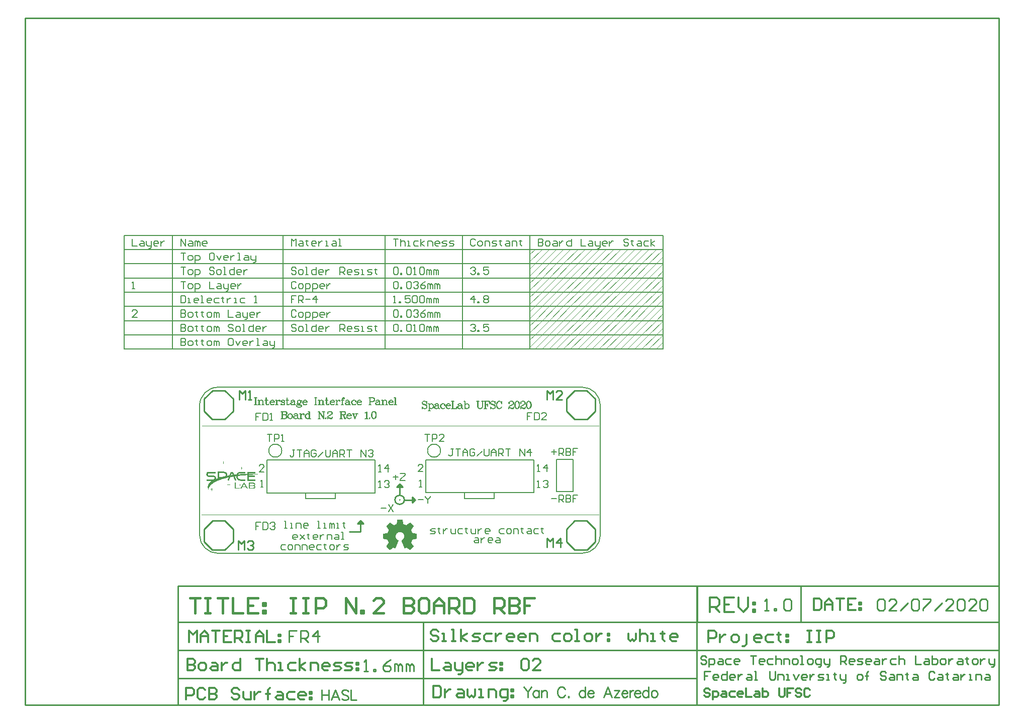
<source format=gto>
G04*
G04 #@! TF.GenerationSoftware,Altium Limited,Altium Designer,20.2.6 (244)*
G04*
G04 Layer_Color=65535*
%FSLAX25Y25*%
%MOIN*%
G70*
G04*
G04 #@! TF.SameCoordinates,BC087348-C804-4798-9038-869343D915B4*
G04*
G04*
G04 #@! TF.FilePolarity,Positive*
G04*
G01*
G75*
%ADD10C,0.00787*%
%ADD11C,0.01000*%
%ADD12C,0.00394*%
%ADD13C,0.00037*%
%ADD14C,0.00100*%
%ADD15C,0.01378*%
%ADD16C,0.01575*%
%ADD17C,0.01299*%
G36*
X15840Y60814D02*
X15911D01*
Y60742D01*
Y60671D01*
Y60600D01*
Y60529D01*
Y60458D01*
Y60387D01*
Y60315D01*
Y60244D01*
Y60173D01*
Y60102D01*
Y60031D01*
X16410D01*
Y59959D01*
X16837D01*
Y59888D01*
X16623D01*
Y59817D01*
X15911D01*
Y59746D01*
Y59675D01*
Y59604D01*
Y59532D01*
Y59461D01*
Y59390D01*
Y59319D01*
X15840D01*
Y59248D01*
Y59176D01*
Y59105D01*
Y59034D01*
Y58963D01*
Y58892D01*
X15769D01*
Y58963D01*
Y59034D01*
Y59105D01*
Y59176D01*
X15698D01*
Y59248D01*
Y59319D01*
Y59390D01*
Y59461D01*
Y59532D01*
Y59604D01*
Y59675D01*
Y59746D01*
Y59817D01*
X15271D01*
Y59888D01*
X14844D01*
Y59959D01*
X14915D01*
Y60031D01*
X15698D01*
Y60102D01*
Y60173D01*
Y60244D01*
Y60315D01*
Y60387D01*
Y60458D01*
X15769D01*
Y60529D01*
Y60600D01*
Y60671D01*
Y60742D01*
Y60814D01*
Y60885D01*
X15840D01*
Y60814D01*
D02*
G37*
G36*
X27941Y57539D02*
Y57468D01*
Y57397D01*
Y57326D01*
Y57254D01*
Y57183D01*
X28012D01*
Y57112D01*
Y57041D01*
Y56970D01*
Y56899D01*
Y56827D01*
Y56756D01*
Y56685D01*
Y56614D01*
X28724D01*
Y56543D01*
X29009D01*
Y56472D01*
X28440D01*
Y56400D01*
X28012D01*
Y56329D01*
Y56258D01*
Y56187D01*
X27941D01*
Y56116D01*
Y56044D01*
Y55973D01*
Y55902D01*
Y55831D01*
Y55760D01*
Y55689D01*
Y55617D01*
X27799D01*
Y55689D01*
Y55760D01*
Y55831D01*
Y55902D01*
Y55973D01*
Y56044D01*
Y56116D01*
Y56187D01*
Y56258D01*
Y56329D01*
Y56400D01*
X27585D01*
Y56472D01*
X27016D01*
Y56543D01*
X26874D01*
Y56614D01*
X27443D01*
Y56685D01*
X27799D01*
Y56756D01*
Y56827D01*
Y56899D01*
Y56970D01*
Y57041D01*
Y57112D01*
Y57183D01*
Y57254D01*
Y57326D01*
X27870D01*
Y57397D01*
Y57468D01*
Y57539D01*
Y57610D01*
X27941D01*
Y57539D01*
D02*
G37*
G36*
X16481Y54051D02*
X16908D01*
Y53980D01*
X17122D01*
Y53909D01*
X17335D01*
Y53838D01*
X17478D01*
Y53767D01*
X17549D01*
Y53695D01*
X17691D01*
Y53624D01*
X17762D01*
Y53553D01*
X17833D01*
Y53482D01*
X17905D01*
Y53411D01*
X17976D01*
Y53339D01*
Y53268D01*
X18047D01*
Y53197D01*
X18118D01*
Y53126D01*
Y53055D01*
X18189D01*
Y52983D01*
Y52912D01*
X18260D01*
Y52841D01*
Y52770D01*
Y52699D01*
X18332D01*
Y52628D01*
Y52556D01*
Y52485D01*
Y52414D01*
Y52343D01*
X18403D01*
Y52272D01*
Y52201D01*
Y52129D01*
Y52058D01*
Y51987D01*
Y51916D01*
Y51845D01*
Y51773D01*
Y51702D01*
Y51631D01*
Y51560D01*
X18332D01*
Y51489D01*
Y51417D01*
X18616D01*
Y51489D01*
X19115D01*
Y51560D01*
X19542D01*
Y51631D01*
X19755D01*
Y51702D01*
X19827D01*
Y51773D01*
Y51845D01*
Y51916D01*
X19898D01*
Y51987D01*
Y52058D01*
X19969D01*
Y52129D01*
Y52201D01*
Y52272D01*
X20040D01*
Y52343D01*
Y52414D01*
Y52485D01*
X20111D01*
Y52556D01*
Y52628D01*
X20182D01*
Y52699D01*
Y52770D01*
Y52841D01*
X20254D01*
Y52912D01*
Y52983D01*
Y53055D01*
X20325D01*
Y53126D01*
Y53197D01*
X20396D01*
Y53268D01*
Y53339D01*
Y53411D01*
X20467D01*
Y53482D01*
X20538D01*
Y53553D01*
X20609D01*
Y53624D01*
X20681D01*
Y53695D01*
X20752D01*
Y53767D01*
X20894D01*
Y53838D01*
X21108D01*
Y53909D01*
X21820D01*
Y53838D01*
X22033D01*
Y53767D01*
X22176D01*
Y53695D01*
X22247D01*
Y53624D01*
X22318D01*
Y53553D01*
X22389D01*
Y53482D01*
X22460D01*
Y53411D01*
Y53339D01*
X22532D01*
Y53268D01*
Y53197D01*
X22603D01*
Y53126D01*
Y53055D01*
Y52983D01*
X22674D01*
Y52912D01*
Y52841D01*
X22745D01*
Y52770D01*
Y52699D01*
Y52628D01*
X22816D01*
Y52556D01*
Y52485D01*
Y52414D01*
X22887D01*
Y52343D01*
Y52272D01*
X22959D01*
Y52201D01*
Y52129D01*
X23030D01*
Y52058D01*
X23101D01*
Y52129D01*
X23670D01*
Y52201D01*
X24382D01*
Y52272D01*
X24453D01*
Y52343D01*
Y52414D01*
X24525D01*
Y52485D01*
Y52556D01*
X24596D01*
Y52628D01*
Y52699D01*
X24667D01*
Y52770D01*
Y52841D01*
X24738D01*
Y52912D01*
X24809D01*
Y52983D01*
X24881D01*
Y53055D01*
Y53126D01*
X24952D01*
Y53197D01*
X25023D01*
Y53268D01*
X25094D01*
Y53339D01*
X25165D01*
Y53411D01*
X25308D01*
Y53482D01*
X25379D01*
Y53553D01*
X25450D01*
Y53624D01*
X25592D01*
Y53695D01*
X25735D01*
Y53767D01*
X25877D01*
Y53838D01*
X26019D01*
Y53909D01*
X26233D01*
Y53980D01*
X26518D01*
Y54051D01*
X30362D01*
Y53980D01*
Y53909D01*
Y53838D01*
Y53767D01*
Y53695D01*
Y53624D01*
Y53553D01*
Y53482D01*
Y53411D01*
Y53339D01*
Y53268D01*
Y53197D01*
Y53126D01*
Y53055D01*
X26660D01*
Y52983D01*
X26447D01*
Y52912D01*
X26304D01*
Y52841D01*
X26162D01*
Y52770D01*
X26019D01*
Y52699D01*
X25948D01*
Y52628D01*
X25877D01*
Y52556D01*
X25806D01*
Y52485D01*
X25735D01*
Y52414D01*
X25664D01*
Y52343D01*
X26019D01*
Y52414D01*
X27016D01*
Y52485D01*
X28155D01*
Y52556D01*
X29436D01*
Y52628D01*
X31572D01*
Y52699D01*
Y52770D01*
Y52841D01*
Y52912D01*
Y52983D01*
Y53055D01*
Y53126D01*
Y53197D01*
Y53268D01*
Y53339D01*
Y53411D01*
Y53482D01*
Y53553D01*
Y53624D01*
Y53695D01*
Y53767D01*
Y53838D01*
Y53909D01*
Y53980D01*
Y54051D01*
X36910D01*
Y53980D01*
Y53909D01*
Y53838D01*
Y53767D01*
Y53695D01*
Y53624D01*
Y53553D01*
Y53482D01*
Y53411D01*
Y53339D01*
Y53268D01*
Y53197D01*
Y53126D01*
Y53055D01*
X32568D01*
Y52983D01*
Y52912D01*
Y52841D01*
Y52770D01*
Y52699D01*
Y52628D01*
X36768D01*
Y52556D01*
X38049D01*
Y52485D01*
X38690D01*
Y52414D01*
X39046D01*
Y52343D01*
X39331D01*
Y52272D01*
X39544D01*
Y52201D01*
X37551D01*
Y52129D01*
X35487D01*
Y52058D01*
X33992D01*
Y51987D01*
X32711D01*
Y51916D01*
X32568D01*
Y51845D01*
Y51773D01*
Y51702D01*
Y51631D01*
Y51560D01*
X36697D01*
Y51489D01*
Y51417D01*
Y51346D01*
Y51275D01*
Y51204D01*
Y51133D01*
Y51062D01*
Y50990D01*
Y50919D01*
Y50848D01*
Y50777D01*
Y50706D01*
X32568D01*
Y50634D01*
Y50563D01*
Y50492D01*
Y50421D01*
Y50350D01*
Y50279D01*
Y50207D01*
Y50136D01*
Y50065D01*
Y49994D01*
Y49923D01*
Y49852D01*
Y49780D01*
Y49709D01*
Y49638D01*
Y49567D01*
Y49496D01*
Y49424D01*
Y49353D01*
Y49282D01*
Y49211D01*
Y49140D01*
Y49068D01*
X36910D01*
Y48997D01*
Y48926D01*
Y48855D01*
Y48784D01*
Y48713D01*
Y48641D01*
Y48570D01*
Y48499D01*
Y48428D01*
Y48357D01*
Y48285D01*
Y48214D01*
Y48143D01*
Y48072D01*
X31572D01*
Y48143D01*
Y48214D01*
Y48285D01*
Y48357D01*
Y48428D01*
Y48499D01*
Y48570D01*
Y48641D01*
Y48713D01*
Y48784D01*
Y48855D01*
Y48926D01*
Y48997D01*
Y49068D01*
Y49140D01*
Y49211D01*
Y49282D01*
Y49353D01*
Y49424D01*
Y49496D01*
Y49567D01*
Y49638D01*
Y49709D01*
Y49780D01*
Y49852D01*
Y49923D01*
Y49994D01*
Y50065D01*
Y50136D01*
Y50207D01*
Y50279D01*
Y50350D01*
Y50421D01*
Y50492D01*
Y50563D01*
Y50634D01*
Y50706D01*
Y50777D01*
Y50848D01*
Y50919D01*
Y50990D01*
Y51062D01*
Y51133D01*
Y51204D01*
Y51275D01*
Y51346D01*
Y51417D01*
Y51489D01*
Y51560D01*
Y51631D01*
Y51702D01*
Y51773D01*
Y51845D01*
X30575D01*
Y51773D01*
X29721D01*
Y51702D01*
X28867D01*
Y51631D01*
X28084D01*
Y51560D01*
X27443D01*
Y51489D01*
X26731D01*
Y51417D01*
X26091D01*
Y51346D01*
X25521D01*
Y51275D01*
X25236D01*
Y51204D01*
Y51133D01*
Y51062D01*
Y50990D01*
Y50919D01*
Y50848D01*
Y50777D01*
X25308D01*
Y50706D01*
Y50634D01*
Y50563D01*
Y50492D01*
Y50421D01*
X25379D01*
Y50350D01*
Y50279D01*
Y50207D01*
X25450D01*
Y50136D01*
Y50065D01*
X25521D01*
Y49994D01*
X25592D01*
Y49923D01*
Y49852D01*
X25664D01*
Y49780D01*
X25735D01*
Y49709D01*
X25806D01*
Y49638D01*
X25877D01*
Y49567D01*
X25948D01*
Y49496D01*
X26019D01*
Y49424D01*
X26091D01*
Y49353D01*
X26233D01*
Y49282D01*
X26375D01*
Y49211D01*
X26589D01*
Y49140D01*
X26945D01*
Y49068D01*
X30362D01*
Y48997D01*
Y48926D01*
Y48855D01*
Y48784D01*
Y48713D01*
Y48641D01*
Y48570D01*
Y48499D01*
Y48428D01*
Y48357D01*
Y48285D01*
Y48214D01*
Y48143D01*
Y48072D01*
X26874D01*
Y48143D01*
X26447D01*
Y48214D01*
X26233D01*
Y48285D01*
X26019D01*
Y48357D01*
X25877D01*
Y48428D01*
X25735D01*
Y48499D01*
X25592D01*
Y48570D01*
X25521D01*
Y48641D01*
X25379D01*
Y48713D01*
X25308D01*
Y48784D01*
X25236D01*
Y48855D01*
X25165D01*
Y48926D01*
X25094D01*
Y48997D01*
X25023D01*
Y49068D01*
X24952D01*
Y49140D01*
X24881D01*
Y49211D01*
X24809D01*
Y49282D01*
Y49353D01*
X24738D01*
Y49424D01*
X24667D01*
Y49496D01*
Y49567D01*
X24596D01*
Y49638D01*
Y49709D01*
X24525D01*
Y49780D01*
Y49852D01*
X24453D01*
Y49923D01*
Y49994D01*
Y50065D01*
X24382D01*
Y50136D01*
Y50207D01*
Y50279D01*
Y50350D01*
X24311D01*
Y50421D01*
Y50492D01*
Y50563D01*
Y50634D01*
Y50706D01*
X24240D01*
Y50777D01*
Y50848D01*
Y50919D01*
Y50990D01*
Y51062D01*
Y51133D01*
X23884D01*
Y51062D01*
X23457D01*
Y50990D01*
X23386D01*
Y50919D01*
X23457D01*
Y50848D01*
Y50777D01*
X23528D01*
Y50706D01*
Y50634D01*
Y50563D01*
X23599D01*
Y50492D01*
Y50421D01*
X23670D01*
Y50350D01*
Y50279D01*
Y50207D01*
X23742D01*
Y50136D01*
Y50065D01*
Y49994D01*
X23813D01*
Y49923D01*
Y49852D01*
X23884D01*
Y49780D01*
Y49709D01*
Y49638D01*
X23955D01*
Y49567D01*
Y49496D01*
Y49424D01*
X24026D01*
Y49353D01*
Y49282D01*
X24098D01*
Y49211D01*
Y49140D01*
Y49068D01*
X24169D01*
Y48997D01*
Y48926D01*
X24240D01*
Y48855D01*
Y48784D01*
Y48713D01*
X24311D01*
Y48641D01*
Y48570D01*
Y48499D01*
X24382D01*
Y48428D01*
Y48357D01*
X24453D01*
Y48285D01*
X23386D01*
Y48357D01*
Y48428D01*
X23314D01*
Y48499D01*
Y48570D01*
Y48641D01*
X23243D01*
Y48713D01*
Y48784D01*
Y48855D01*
X23172D01*
Y48926D01*
Y48997D01*
X23101D01*
Y49068D01*
Y49140D01*
Y49211D01*
X23030D01*
Y49282D01*
Y49353D01*
X22959D01*
Y49424D01*
Y49496D01*
Y49567D01*
X22887D01*
Y49638D01*
Y49709D01*
Y49780D01*
X22816D01*
Y49852D01*
Y49923D01*
X22745D01*
Y49994D01*
Y50065D01*
Y50136D01*
X22674D01*
Y50207D01*
Y50279D01*
Y50350D01*
X22603D01*
Y50421D01*
Y50492D01*
X22532D01*
Y50563D01*
Y50634D01*
Y50706D01*
X22460D01*
Y50777D01*
Y50848D01*
X22104D01*
Y50777D01*
X21748D01*
Y50706D01*
X21321D01*
Y50634D01*
X20965D01*
Y50563D01*
X20538D01*
Y50492D01*
X20325D01*
Y50421D01*
Y50350D01*
X20254D01*
Y50279D01*
Y50207D01*
Y50136D01*
X20182D01*
Y50065D01*
Y49994D01*
X20111D01*
Y49923D01*
Y49852D01*
Y49780D01*
X20040D01*
Y49709D01*
Y49638D01*
Y49567D01*
X19969D01*
Y49496D01*
Y49424D01*
X19898D01*
Y49353D01*
Y49282D01*
Y49211D01*
X19827D01*
Y49140D01*
Y49068D01*
Y48997D01*
X19755D01*
Y48926D01*
Y48855D01*
X19684D01*
Y48784D01*
Y48713D01*
Y48641D01*
X19613D01*
Y48570D01*
Y48499D01*
Y48428D01*
X19542D01*
Y48357D01*
Y48285D01*
X18474D01*
Y48357D01*
X18545D01*
Y48428D01*
Y48499D01*
Y48570D01*
X18616D01*
Y48641D01*
Y48713D01*
X18688D01*
Y48784D01*
Y48855D01*
Y48926D01*
X18759D01*
Y48997D01*
Y49068D01*
X18830D01*
Y49140D01*
Y49211D01*
Y49282D01*
X18901D01*
Y49353D01*
Y49424D01*
Y49496D01*
X18972D01*
Y49567D01*
Y49638D01*
X19044D01*
Y49709D01*
Y49780D01*
Y49852D01*
X19115D01*
Y49923D01*
Y49994D01*
Y50065D01*
X19186D01*
Y50136D01*
Y50207D01*
X18830D01*
Y50136D01*
X18474D01*
Y50065D01*
X18189D01*
Y49994D01*
X17905D01*
Y49923D01*
X17620D01*
Y49852D01*
X17335D01*
Y49780D01*
X17050D01*
Y49709D01*
X16766D01*
Y49638D01*
X16481D01*
Y49567D01*
X16267D01*
Y49496D01*
X15983D01*
Y49424D01*
X15698D01*
Y49353D01*
X15484D01*
Y49282D01*
X15271D01*
Y49211D01*
X15057D01*
Y49140D01*
X14773D01*
Y49068D01*
X14559D01*
Y48997D01*
X14345D01*
Y48926D01*
X14132D01*
Y48855D01*
X13990D01*
Y48784D01*
X13776D01*
Y48713D01*
X13562D01*
Y48641D01*
X13349D01*
Y48570D01*
X13135D01*
Y48499D01*
X12993D01*
Y48428D01*
Y48357D01*
Y48285D01*
Y48214D01*
Y48143D01*
X12139D01*
Y48072D01*
X11925D01*
Y48001D01*
X11783D01*
Y47929D01*
X11641D01*
Y47858D01*
X11498D01*
Y47787D01*
X11356D01*
Y47716D01*
X11213D01*
Y47645D01*
X11000D01*
Y47574D01*
X10858D01*
Y47502D01*
X10715D01*
Y47431D01*
X10644D01*
Y47360D01*
X10502D01*
Y47289D01*
X10359D01*
Y47218D01*
X10217D01*
Y47146D01*
X10074D01*
Y47075D01*
X10003D01*
Y47004D01*
X9861D01*
Y46933D01*
X9719D01*
Y46862D01*
X9647D01*
Y46791D01*
X9505D01*
Y46719D01*
X9363D01*
Y46648D01*
X9291D01*
Y46577D01*
X9149D01*
Y46506D01*
X9078D01*
Y46435D01*
X8935D01*
Y46363D01*
X8864D01*
Y46292D01*
X8722D01*
Y46221D01*
X8651D01*
Y46150D01*
X8580D01*
Y46079D01*
X8437D01*
Y46008D01*
X8366D01*
Y45936D01*
X8295D01*
Y45865D01*
X8224D01*
Y45794D01*
X8081D01*
Y45723D01*
X8010D01*
Y45652D01*
X7939D01*
Y45581D01*
X7868D01*
Y45509D01*
X7797D01*
Y45438D01*
X7725D01*
Y45367D01*
X7654D01*
Y45296D01*
X7583D01*
Y45225D01*
X7512D01*
Y45153D01*
X7441D01*
Y45082D01*
X7369D01*
Y45011D01*
X7298D01*
Y44940D01*
X7227D01*
Y44869D01*
X7156D01*
Y44798D01*
X7085D01*
Y44726D01*
X7014D01*
Y44655D01*
Y44584D01*
X6942D01*
Y44513D01*
X6871D01*
Y44442D01*
X6800D01*
Y44370D01*
Y44299D01*
X6729D01*
Y44228D01*
X6658D01*
Y44157D01*
X6587D01*
Y44086D01*
Y44014D01*
X6515D01*
Y43943D01*
Y43872D01*
X6444D01*
Y43801D01*
Y43730D01*
X6373D01*
Y43659D01*
X6302D01*
Y43587D01*
Y43516D01*
X6231D01*
Y43445D01*
Y43374D01*
Y43303D01*
X6159D01*
Y43231D01*
Y43160D01*
X6088D01*
Y43089D01*
Y43018D01*
Y42947D01*
X6017D01*
Y42876D01*
Y42804D01*
Y42733D01*
Y42662D01*
X5946D01*
Y42591D01*
Y42520D01*
Y42448D01*
Y42377D01*
Y42306D01*
Y42235D01*
Y42164D01*
X5875D01*
Y42235D01*
Y42306D01*
X5804D01*
Y42377D01*
Y42448D01*
X5732D01*
Y42520D01*
Y42591D01*
X5661D01*
Y42662D01*
Y42733D01*
Y42804D01*
X5590D01*
Y42876D01*
Y42947D01*
Y43018D01*
X5519D01*
Y43089D01*
Y43160D01*
Y43231D01*
Y43303D01*
Y43374D01*
X5448D01*
Y43445D01*
Y43516D01*
Y43587D01*
Y43659D01*
Y43730D01*
Y43801D01*
Y43872D01*
Y43943D01*
Y44014D01*
Y44086D01*
Y44157D01*
Y44228D01*
Y44299D01*
Y44370D01*
Y44442D01*
Y44513D01*
Y44584D01*
X5519D01*
Y44655D01*
Y44726D01*
Y44798D01*
Y44869D01*
Y44940D01*
X5590D01*
Y45011D01*
Y45082D01*
Y45153D01*
X5661D01*
Y45225D01*
Y45296D01*
Y45367D01*
X5732D01*
Y45438D01*
Y45509D01*
X5804D01*
Y45581D01*
Y45652D01*
X5875D01*
Y45723D01*
Y45794D01*
X5946D01*
Y45865D01*
Y45936D01*
X6017D01*
Y46008D01*
X6088D01*
Y46079D01*
Y46150D01*
X6159D01*
Y46221D01*
X6231D01*
Y46292D01*
Y46363D01*
X6302D01*
Y46435D01*
X6373D01*
Y46506D01*
X6444D01*
Y46577D01*
X6515D01*
Y46648D01*
X6587D01*
Y46719D01*
X6658D01*
Y46791D01*
X6729D01*
Y46862D01*
Y46933D01*
X6800D01*
Y47004D01*
X6942D01*
Y47075D01*
X7014D01*
Y47146D01*
X7085D01*
Y47218D01*
X7156D01*
Y47289D01*
X7227D01*
Y47360D01*
X7298D01*
Y47431D01*
X7441D01*
Y47502D01*
X7512D01*
Y47574D01*
X7583D01*
Y47645D01*
X7725D01*
Y47716D01*
X7797D01*
Y47787D01*
X7939D01*
Y47858D01*
X8010D01*
Y47929D01*
X8152D01*
Y48001D01*
X8224D01*
Y48072D01*
X4522D01*
Y48143D01*
Y48214D01*
Y48285D01*
Y48357D01*
Y48428D01*
Y48499D01*
Y48570D01*
Y48641D01*
Y48713D01*
Y48784D01*
Y48855D01*
Y48926D01*
Y48997D01*
Y49068D01*
X9220D01*
Y49140D01*
X9505D01*
Y49211D01*
X9647D01*
Y49282D01*
X9719D01*
Y49353D01*
X9790D01*
Y49424D01*
Y49496D01*
X9861D01*
Y49567D01*
Y49638D01*
X9932D01*
Y49709D01*
Y49780D01*
Y49852D01*
Y49923D01*
Y49994D01*
Y50065D01*
Y50136D01*
Y50207D01*
X9861D01*
Y50279D01*
Y50350D01*
X9790D01*
Y50421D01*
Y50492D01*
X9719D01*
Y50563D01*
X9576D01*
Y50634D01*
X9363D01*
Y50706D01*
X5946D01*
Y50777D01*
X5590D01*
Y50848D01*
X5376D01*
Y50919D01*
X5234D01*
Y50990D01*
X5163D01*
Y51062D01*
X5020D01*
Y51133D01*
X4949D01*
Y51204D01*
X4878D01*
Y51275D01*
X4807D01*
Y51346D01*
Y51417D01*
X4736D01*
Y51489D01*
X4665D01*
Y51560D01*
Y51631D01*
X4593D01*
Y51702D01*
Y51773D01*
X4522D01*
Y51845D01*
Y51916D01*
Y51987D01*
Y52058D01*
X4451D01*
Y52129D01*
Y52201D01*
Y52272D01*
Y52343D01*
Y52414D01*
Y52485D01*
Y52556D01*
Y52628D01*
Y52699D01*
Y52770D01*
X4522D01*
Y52841D01*
Y52912D01*
Y52983D01*
Y53055D01*
X4593D01*
Y53126D01*
Y53197D01*
X4665D01*
Y53268D01*
Y53339D01*
X4736D01*
Y53411D01*
X4807D01*
Y53482D01*
X4878D01*
Y53553D01*
Y53624D01*
X5020D01*
Y53695D01*
X5092D01*
Y53767D01*
X5163D01*
Y53838D01*
X5305D01*
Y53909D01*
X5519D01*
Y53980D01*
X5732D01*
Y54051D01*
X10573D01*
Y53980D01*
Y53909D01*
Y53838D01*
Y53767D01*
Y53695D01*
Y53624D01*
Y53553D01*
Y53482D01*
Y53411D01*
Y53339D01*
Y53268D01*
Y53197D01*
Y53126D01*
Y53055D01*
X5946D01*
Y52983D01*
X5804D01*
Y52912D01*
X5732D01*
Y52841D01*
X5661D01*
Y52770D01*
X5590D01*
Y52699D01*
Y52628D01*
X5519D01*
Y52556D01*
Y52485D01*
Y52414D01*
Y52343D01*
Y52272D01*
Y52201D01*
Y52129D01*
Y52058D01*
Y51987D01*
X5590D01*
Y51916D01*
Y51845D01*
X5661D01*
Y51773D01*
X5732D01*
Y51702D01*
X5804D01*
Y51631D01*
X5946D01*
Y51560D01*
X9434D01*
Y51489D01*
X9790D01*
Y51417D01*
X10003D01*
Y51346D01*
X10146D01*
Y51275D01*
X10288D01*
Y51204D01*
X10359D01*
Y51133D01*
X10430D01*
Y51062D01*
X10502D01*
Y50990D01*
X10573D01*
Y50919D01*
X10644D01*
Y50848D01*
Y50777D01*
X10715D01*
Y50706D01*
Y50634D01*
X10786D01*
Y50563D01*
Y50492D01*
Y50421D01*
X10858D01*
Y50350D01*
Y50279D01*
Y50207D01*
Y50136D01*
Y50065D01*
Y49994D01*
Y49923D01*
Y49852D01*
Y49780D01*
Y49709D01*
Y49638D01*
Y49567D01*
Y49496D01*
Y49424D01*
Y49353D01*
Y49282D01*
X10929D01*
Y49353D01*
X11071D01*
Y49424D01*
X11213D01*
Y49496D01*
X11427D01*
Y49567D01*
X11569D01*
Y49638D01*
X11783D01*
Y49709D01*
X11925D01*
Y49780D01*
X11996D01*
Y49852D01*
Y49923D01*
Y49994D01*
Y50065D01*
Y50136D01*
Y50207D01*
Y50279D01*
Y50350D01*
Y50421D01*
Y50492D01*
Y50563D01*
Y50634D01*
Y50706D01*
Y50777D01*
Y50848D01*
Y50919D01*
Y50990D01*
Y51062D01*
Y51133D01*
Y51204D01*
Y51275D01*
Y51346D01*
Y51417D01*
Y51489D01*
Y51560D01*
Y51631D01*
Y51702D01*
Y51773D01*
Y51845D01*
Y51916D01*
Y51987D01*
Y52058D01*
Y52129D01*
Y52201D01*
Y52272D01*
Y52343D01*
Y52414D01*
Y52485D01*
Y52556D01*
Y52628D01*
Y52699D01*
Y52770D01*
Y52841D01*
Y52912D01*
Y52983D01*
Y53055D01*
Y53126D01*
Y53197D01*
Y53268D01*
Y53339D01*
Y53411D01*
Y53482D01*
Y53553D01*
Y53624D01*
Y53695D01*
Y53767D01*
Y53838D01*
Y53909D01*
Y53980D01*
Y54051D01*
Y54122D01*
X16481D01*
Y54051D01*
D02*
G37*
G36*
X19399Y46506D02*
Y46435D01*
Y46363D01*
Y46292D01*
Y46221D01*
Y46150D01*
Y46079D01*
X19471D01*
Y46008D01*
Y45936D01*
Y45865D01*
Y45794D01*
Y45723D01*
Y45652D01*
Y45581D01*
X19613D01*
Y45509D01*
X20182D01*
Y45438D01*
X20396D01*
Y45367D01*
X19827D01*
Y45296D01*
X19471D01*
Y45225D01*
Y45153D01*
Y45082D01*
X19399D01*
Y45011D01*
Y44940D01*
Y44869D01*
Y44798D01*
Y44726D01*
Y44655D01*
Y44584D01*
Y44513D01*
X19328D01*
Y44442D01*
X19257D01*
Y44513D01*
Y44584D01*
Y44655D01*
Y44726D01*
Y44798D01*
Y44869D01*
Y44940D01*
Y45011D01*
Y45082D01*
Y45153D01*
Y45225D01*
Y45296D01*
X19115D01*
Y45367D01*
X18474D01*
Y45438D01*
X18260D01*
Y45509D01*
X18830D01*
Y45581D01*
X19257D01*
Y45652D01*
Y45723D01*
Y45794D01*
Y45865D01*
Y45936D01*
Y46008D01*
Y46079D01*
Y46150D01*
Y46221D01*
X19328D01*
Y46292D01*
Y46363D01*
Y46435D01*
Y46506D01*
Y46577D01*
X19399D01*
Y46506D01*
D02*
G37*
G36*
X26802Y46221D02*
Y46150D01*
Y46079D01*
Y46008D01*
X26874D01*
Y45936D01*
Y45865D01*
Y45794D01*
Y45723D01*
Y45652D01*
Y45581D01*
Y45509D01*
Y45438D01*
Y45367D01*
X27158D01*
Y45296D01*
X27657D01*
Y45225D01*
X27728D01*
Y45153D01*
X26874D01*
Y45082D01*
Y45011D01*
Y44940D01*
Y44869D01*
Y44798D01*
Y44726D01*
X26802D01*
Y44655D01*
Y44584D01*
Y44513D01*
Y44442D01*
Y44370D01*
Y44299D01*
X26731D01*
Y44370D01*
X26660D01*
Y44442D01*
Y44513D01*
Y44584D01*
Y44655D01*
Y44726D01*
Y44798D01*
Y44869D01*
Y44940D01*
Y45011D01*
Y45082D01*
Y45153D01*
X26019D01*
Y45225D01*
X25664D01*
Y45296D01*
X26019D01*
Y45367D01*
X26660D01*
Y45438D01*
Y45509D01*
Y45581D01*
Y45652D01*
Y45723D01*
Y45794D01*
Y45865D01*
Y45936D01*
X26731D01*
Y46008D01*
Y46079D01*
Y46150D01*
Y46221D01*
Y46292D01*
X26802D01*
Y46221D01*
D02*
G37*
G36*
X134646Y43406D02*
X130709D01*
X132677Y45374D01*
X134646Y43406D01*
D02*
G37*
G36*
X35985Y46719D02*
X36270D01*
Y46648D01*
X36412D01*
Y46577D01*
X36555D01*
Y46506D01*
X36626D01*
Y46435D01*
X36697D01*
Y46363D01*
Y46292D01*
X36768D01*
Y46221D01*
X36839D01*
Y46150D01*
Y46079D01*
Y46008D01*
Y45936D01*
X36910D01*
Y45865D01*
Y45794D01*
Y45723D01*
Y45652D01*
Y45581D01*
X36839D01*
Y45509D01*
Y45438D01*
Y45367D01*
Y45296D01*
X36768D01*
Y45225D01*
X36697D01*
Y45153D01*
Y45082D01*
X36555D01*
Y45011D01*
X36483D01*
Y44940D01*
X36341D01*
Y44869D01*
X36483D01*
Y44798D01*
X36555D01*
Y44726D01*
X36697D01*
Y44655D01*
X36768D01*
Y44584D01*
Y44513D01*
X36839D01*
Y44442D01*
X36910D01*
Y44370D01*
Y44299D01*
Y44228D01*
Y44157D01*
X36982D01*
Y44086D01*
Y44014D01*
Y43943D01*
Y43872D01*
Y43801D01*
Y43730D01*
X36910D01*
Y43659D01*
Y43587D01*
Y43516D01*
X36839D01*
Y43445D01*
Y43374D01*
X36768D01*
Y43303D01*
Y43231D01*
X36697D01*
Y43160D01*
X36626D01*
Y43089D01*
X36555D01*
Y43018D01*
X36412D01*
Y42947D01*
X36270D01*
Y42876D01*
X36056D01*
Y42804D01*
X32639D01*
Y42876D01*
Y42947D01*
Y43018D01*
Y43089D01*
Y43160D01*
Y43231D01*
Y43303D01*
Y43374D01*
Y43445D01*
Y43516D01*
Y43587D01*
Y43659D01*
Y43730D01*
Y43801D01*
Y43872D01*
Y43943D01*
Y44014D01*
Y44086D01*
Y44157D01*
Y44228D01*
Y44299D01*
Y44370D01*
Y44442D01*
Y44513D01*
Y44584D01*
Y44655D01*
Y44726D01*
Y44798D01*
Y44869D01*
Y44940D01*
Y45011D01*
Y45082D01*
Y45153D01*
Y45225D01*
Y45296D01*
Y45367D01*
Y45438D01*
Y45509D01*
Y45581D01*
Y45652D01*
Y45723D01*
Y45794D01*
Y45865D01*
Y45936D01*
Y46008D01*
Y46079D01*
Y46150D01*
Y46221D01*
Y46292D01*
Y46363D01*
Y46435D01*
Y46506D01*
Y46577D01*
Y46648D01*
Y46719D01*
Y46791D01*
X35985D01*
Y46719D01*
D02*
G37*
G36*
X29650Y46791D02*
X29721D01*
Y46719D01*
X29792D01*
Y46648D01*
X29863D01*
Y46577D01*
X29934D01*
Y46506D01*
Y46435D01*
X30006D01*
Y46363D01*
Y46292D01*
X30077D01*
Y46221D01*
X30148D01*
Y46150D01*
Y46079D01*
X30219D01*
Y46008D01*
X30290D01*
Y45936D01*
Y45865D01*
X30362D01*
Y45794D01*
Y45723D01*
X30433D01*
Y45652D01*
X30504D01*
Y45581D01*
Y45509D01*
X30575D01*
Y45438D01*
Y45367D01*
X30646D01*
Y45296D01*
X30718D01*
Y45225D01*
Y45153D01*
X30789D01*
Y45082D01*
Y45011D01*
X30860D01*
Y44940D01*
X30931D01*
Y44869D01*
Y44798D01*
X31002D01*
Y44726D01*
Y44655D01*
X31073D01*
Y44584D01*
X31145D01*
Y44513D01*
Y44442D01*
X31216D01*
Y44370D01*
Y44299D01*
X31287D01*
Y44228D01*
X31358D01*
Y44157D01*
Y44086D01*
X31429D01*
Y44014D01*
Y43943D01*
X31501D01*
Y43872D01*
X31572D01*
Y43801D01*
Y43730D01*
X31643D01*
Y43659D01*
Y43587D01*
X31714D01*
Y43516D01*
X31785D01*
Y43445D01*
Y43374D01*
X31856D01*
Y43303D01*
Y43231D01*
X31928D01*
Y43160D01*
X31999D01*
Y43089D01*
Y43018D01*
X32070D01*
Y42947D01*
Y42876D01*
X32141D01*
Y42804D01*
X31358D01*
Y42876D01*
X31287D01*
Y42947D01*
Y43018D01*
X31216D01*
Y43089D01*
Y43160D01*
X31145D01*
Y43231D01*
X31073D01*
Y43303D01*
Y43374D01*
X31002D01*
Y43445D01*
Y43516D01*
X30931D01*
Y43587D01*
X30860D01*
Y43659D01*
Y43730D01*
X30789D01*
Y43801D01*
X28226D01*
Y43730D01*
Y43659D01*
X28155D01*
Y43587D01*
X28084D01*
Y43516D01*
Y43445D01*
X28012D01*
Y43374D01*
Y43303D01*
X27941D01*
Y43231D01*
X27870D01*
Y43160D01*
Y43089D01*
X27799D01*
Y43018D01*
Y42947D01*
X27728D01*
Y42876D01*
Y42804D01*
X26945D01*
Y42876D01*
X27016D01*
Y42947D01*
Y43018D01*
X27087D01*
Y43089D01*
X27158D01*
Y43160D01*
Y43231D01*
X27229D01*
Y43303D01*
Y43374D01*
X27301D01*
Y43445D01*
X27372D01*
Y43516D01*
Y43587D01*
X27443D01*
Y43659D01*
Y43730D01*
X27514D01*
Y43801D01*
X27585D01*
Y43872D01*
Y43943D01*
X27657D01*
Y44014D01*
Y44086D01*
X27728D01*
Y44157D01*
X27799D01*
Y44228D01*
Y44299D01*
X27870D01*
Y44370D01*
Y44442D01*
X27941D01*
Y44513D01*
X28012D01*
Y44584D01*
Y44655D01*
X28084D01*
Y44726D01*
Y44798D01*
X28155D01*
Y44869D01*
X28226D01*
Y44940D01*
Y45011D01*
X28297D01*
Y45082D01*
Y45153D01*
X28368D01*
Y45225D01*
X28440D01*
Y45296D01*
Y45367D01*
X28511D01*
Y45438D01*
Y45509D01*
X28582D01*
Y45581D01*
X28653D01*
Y45652D01*
Y45723D01*
X28724D01*
Y45794D01*
Y45865D01*
X28795D01*
Y45936D01*
X28867D01*
Y46008D01*
Y46079D01*
X28938D01*
Y46150D01*
Y46221D01*
X29009D01*
Y46292D01*
X29080D01*
Y46363D01*
Y46435D01*
X29151D01*
Y46506D01*
Y46577D01*
X29223D01*
Y46648D01*
X29294D01*
Y46719D01*
X29365D01*
Y46791D01*
X29436D01*
Y46862D01*
X29650D01*
Y46791D01*
D02*
G37*
G36*
X23884Y46719D02*
Y46648D01*
Y46577D01*
Y46506D01*
Y46435D01*
Y46363D01*
Y46292D01*
Y46221D01*
Y46150D01*
Y46079D01*
Y46008D01*
Y45936D01*
Y45865D01*
Y45794D01*
Y45723D01*
Y45652D01*
Y45581D01*
Y45509D01*
Y45438D01*
Y45367D01*
Y45296D01*
Y45225D01*
Y45153D01*
Y45082D01*
Y45011D01*
Y44940D01*
Y44869D01*
Y44798D01*
Y44726D01*
Y44655D01*
Y44584D01*
Y44513D01*
Y44442D01*
Y44370D01*
Y44299D01*
Y44228D01*
Y44157D01*
Y44086D01*
Y44014D01*
Y43943D01*
Y43872D01*
Y43801D01*
Y43730D01*
Y43659D01*
Y43587D01*
Y43516D01*
Y43445D01*
X26589D01*
Y43374D01*
Y43303D01*
Y43231D01*
Y43160D01*
Y43089D01*
Y43018D01*
Y42947D01*
Y42876D01*
Y42804D01*
X23243D01*
Y42876D01*
Y42947D01*
Y43018D01*
Y43089D01*
Y43160D01*
Y43231D01*
Y43303D01*
Y43374D01*
Y43445D01*
Y43516D01*
Y43587D01*
Y43659D01*
Y43730D01*
Y43801D01*
Y43872D01*
Y43943D01*
Y44014D01*
Y44086D01*
Y44157D01*
Y44228D01*
Y44299D01*
Y44370D01*
Y44442D01*
Y44513D01*
Y44584D01*
Y44655D01*
Y44726D01*
Y44798D01*
Y44869D01*
Y44940D01*
Y45011D01*
Y45082D01*
Y45153D01*
Y45225D01*
Y45296D01*
Y45367D01*
Y45438D01*
Y45509D01*
Y45581D01*
Y45652D01*
Y45723D01*
Y45794D01*
Y45865D01*
Y45936D01*
Y46008D01*
Y46079D01*
Y46150D01*
Y46221D01*
Y46292D01*
Y46363D01*
Y46435D01*
Y46506D01*
Y46577D01*
Y46648D01*
Y46719D01*
Y46791D01*
X23884D01*
Y46719D01*
D02*
G37*
G36*
X8295Y43303D02*
Y43231D01*
Y43160D01*
Y43089D01*
Y43018D01*
Y42947D01*
Y42876D01*
Y42804D01*
Y42733D01*
Y42662D01*
Y42591D01*
Y42520D01*
X8722D01*
Y42448D01*
X9149D01*
Y42377D01*
Y42306D01*
X8366D01*
Y42235D01*
X8295D01*
Y42164D01*
Y42092D01*
Y42021D01*
Y41950D01*
Y41879D01*
Y41808D01*
Y41737D01*
Y41666D01*
X8224D01*
Y41594D01*
Y41523D01*
Y41452D01*
Y41381D01*
Y41309D01*
X8152D01*
Y41381D01*
Y41452D01*
Y41523D01*
Y41594D01*
Y41666D01*
Y41737D01*
Y41808D01*
X8081D01*
Y41879D01*
Y41950D01*
Y42021D01*
Y42092D01*
Y42164D01*
Y42235D01*
Y42306D01*
X7512D01*
Y42377D01*
X7156D01*
Y42448D01*
X7441D01*
Y42520D01*
X8081D01*
Y42591D01*
Y42662D01*
Y42733D01*
Y42804D01*
X8152D01*
Y42876D01*
Y42947D01*
Y43018D01*
Y43089D01*
Y43160D01*
Y43231D01*
Y43303D01*
X8224D01*
Y43374D01*
X8295D01*
Y43303D01*
D02*
G37*
G36*
X142618Y35433D02*
X140650Y33465D01*
Y37402D01*
X142618Y35433D01*
D02*
G37*
G36*
X108774Y19107D02*
X104837D01*
X106806Y21075D01*
X108774Y19107D01*
D02*
G37*
%LPC*%
G36*
X21606Y52912D02*
X21250D01*
Y52841D01*
Y52770D01*
X21179D01*
Y52699D01*
Y52628D01*
X21108D01*
Y52556D01*
Y52485D01*
Y52414D01*
X21037D01*
Y52343D01*
Y52272D01*
Y52201D01*
X20965D01*
Y52129D01*
Y52058D01*
X20894D01*
Y51987D01*
Y51916D01*
Y51845D01*
X20823D01*
Y51773D01*
X21037D01*
Y51845D01*
X21535D01*
Y51916D01*
X22033D01*
Y51987D01*
X21962D01*
Y52058D01*
Y52129D01*
Y52201D01*
X21891D01*
Y52272D01*
Y52343D01*
Y52414D01*
X21820D01*
Y52485D01*
Y52556D01*
X21748D01*
Y52628D01*
Y52699D01*
Y52770D01*
X21677D01*
Y52841D01*
X21606D01*
Y52912D01*
D02*
G37*
G36*
X16410Y53126D02*
X12993D01*
Y53055D01*
Y52983D01*
Y52912D01*
Y52841D01*
Y52770D01*
Y52699D01*
Y52628D01*
Y52556D01*
Y52485D01*
Y52414D01*
Y52343D01*
Y52272D01*
Y52201D01*
Y52129D01*
Y52058D01*
Y51987D01*
Y51916D01*
Y51845D01*
Y51773D01*
Y51702D01*
Y51631D01*
Y51560D01*
Y51489D01*
Y51417D01*
Y51346D01*
Y51275D01*
Y51204D01*
Y51133D01*
Y51062D01*
Y50990D01*
Y50919D01*
Y50848D01*
Y50777D01*
X15413D01*
Y50848D01*
X15769D01*
Y50919D01*
X16054D01*
Y50990D01*
X16339D01*
Y51062D01*
X16694D01*
Y51133D01*
X17050D01*
Y51204D01*
X17193D01*
Y51275D01*
X17264D01*
Y51346D01*
X17335D01*
Y51417D01*
Y51489D01*
Y51560D01*
X17406D01*
Y51631D01*
Y51702D01*
Y51773D01*
Y51845D01*
Y51916D01*
Y51987D01*
Y52058D01*
Y52129D01*
Y52201D01*
Y52272D01*
Y52343D01*
X17335D01*
Y52414D01*
Y52485D01*
X17264D01*
Y52556D01*
Y52628D01*
X17193D01*
Y52699D01*
X17122D01*
Y52770D01*
X17050D01*
Y52841D01*
X16979D01*
Y52912D01*
X16908D01*
Y52983D01*
X16694D01*
Y53055D01*
X16410D01*
Y53126D01*
D02*
G37*
G36*
X35700Y46150D02*
X33351D01*
Y46079D01*
Y46008D01*
Y45936D01*
Y45865D01*
Y45794D01*
Y45723D01*
Y45652D01*
Y45581D01*
Y45509D01*
Y45438D01*
Y45367D01*
Y45296D01*
Y45225D01*
Y45153D01*
Y45082D01*
X35843D01*
Y45153D01*
X36056D01*
Y45225D01*
X36127D01*
Y45296D01*
X36199D01*
Y45367D01*
Y45438D01*
Y45509D01*
Y45581D01*
Y45652D01*
Y45723D01*
Y45794D01*
Y45865D01*
X36127D01*
Y45936D01*
X36056D01*
Y46008D01*
X35985D01*
Y46079D01*
X35700D01*
Y46150D01*
D02*
G37*
G36*
X35772Y44584D02*
X33351D01*
Y44513D01*
Y44442D01*
Y44370D01*
Y44299D01*
Y44228D01*
Y44157D01*
Y44086D01*
Y44014D01*
Y43943D01*
Y43872D01*
Y43801D01*
Y43730D01*
Y43659D01*
Y43587D01*
Y43516D01*
Y43445D01*
X35843D01*
Y43516D01*
X36056D01*
Y43587D01*
X36127D01*
Y43659D01*
X36199D01*
Y43730D01*
X36270D01*
Y43801D01*
Y43872D01*
Y43943D01*
Y44014D01*
Y44086D01*
Y44157D01*
Y44228D01*
Y44299D01*
X36199D01*
Y44370D01*
X36127D01*
Y44442D01*
X36056D01*
Y44513D01*
X35772D01*
Y44584D01*
D02*
G37*
G36*
X29579Y45865D02*
X29436D01*
Y45794D01*
Y45723D01*
X29365D01*
Y45652D01*
Y45581D01*
X29294D01*
Y45509D01*
X29223D01*
Y45438D01*
Y45367D01*
X29151D01*
Y45296D01*
Y45225D01*
X29080D01*
Y45153D01*
X29009D01*
Y45082D01*
Y45011D01*
X28938D01*
Y44940D01*
Y44869D01*
X28867D01*
Y44798D01*
X28795D01*
Y44726D01*
Y44655D01*
X28724D01*
Y44584D01*
Y44513D01*
X28653D01*
Y44442D01*
Y44370D01*
Y44299D01*
X30433D01*
Y44370D01*
Y44442D01*
X30362D01*
Y44513D01*
Y44584D01*
X30290D01*
Y44655D01*
Y44726D01*
X30219D01*
Y44798D01*
X30148D01*
Y44869D01*
Y44940D01*
X30077D01*
Y45011D01*
Y45082D01*
X30006D01*
Y45153D01*
X29934D01*
Y45225D01*
Y45296D01*
X29863D01*
Y45367D01*
Y45438D01*
X29792D01*
Y45509D01*
X29721D01*
Y45581D01*
Y45652D01*
X29650D01*
Y45723D01*
Y45794D01*
X29579D01*
Y45865D01*
D02*
G37*
%LPD*%
D10*
X159843Y68113D02*
G03*
X159843Y68113I-4331J0D01*
G01*
X54567D02*
G03*
X54567Y68113I-4331J0D01*
G01*
X236516Y62283D02*
X247736D01*
X236516Y41024D02*
Y62283D01*
Y41024D02*
X247736D01*
Y62283D01*
X150079Y40157D02*
Y62008D01*
Y40157D02*
X221732D01*
X150079Y62008D02*
X186339D01*
X221732Y40157D02*
Y62008D01*
X186339D02*
X221732D01*
X81063Y61929D02*
X116457D01*
Y40079D02*
Y61929D01*
X44803D02*
X81063D01*
X44803Y40079D02*
X116457D01*
X44803D02*
Y61929D01*
X90079Y36339D02*
Y40079D01*
X70394Y36339D02*
X90079D01*
X70394D02*
Y40079D01*
X195354Y36417D02*
Y40157D01*
X175669Y36417D02*
X195354D01*
X175669D02*
Y40157D01*
X150595Y100111D02*
X150820Y100786D01*
Y99436D01*
X150595Y100111D01*
X150145Y100561D01*
X149470Y100786D01*
X148795D01*
X148121Y100561D01*
X147671Y100111D01*
Y99661D01*
X147896Y99212D01*
X148121Y98987D01*
X148571Y98762D01*
X149920Y98312D01*
X150370Y98087D01*
X150820Y97637D01*
X147671Y99661D02*
X148121Y99212D01*
X148571Y98987D01*
X149920Y98537D01*
X150370Y98312D01*
X150595Y98087D01*
X150820Y97637D01*
Y96737D01*
X150370Y96288D01*
X149695Y96063D01*
X149020D01*
X148346Y96288D01*
X147896Y96737D01*
X147671Y97412D01*
Y96063D01*
X147896Y96737D01*
X152192Y99212D02*
Y94488D01*
X152417Y99212D02*
Y94488D01*
Y98537D02*
X152867Y98987D01*
X153316Y99212D01*
X153766D01*
X154441Y98987D01*
X154891Y98537D01*
X155116Y97862D01*
Y97412D01*
X154891Y96737D01*
X154441Y96288D01*
X153766Y96063D01*
X153316D01*
X152867Y96288D01*
X152417Y96737D01*
X153766Y99212D02*
X154216Y98987D01*
X154666Y98537D01*
X154891Y97862D01*
Y97412D01*
X154666Y96737D01*
X154216Y96288D01*
X153766Y96063D01*
X151517Y99212D02*
X152417D01*
X151517Y94488D02*
X153092D01*
X156218Y98762D02*
Y98537D01*
X155993D01*
Y98762D01*
X156218Y98987D01*
X156668Y99212D01*
X157568D01*
X158017Y98987D01*
X158242Y98762D01*
X158467Y98312D01*
Y96737D01*
X158692Y96288D01*
X158917Y96063D01*
X158242Y98762D02*
Y96737D01*
X158467Y96288D01*
X158917Y96063D01*
X159142D01*
X158242Y98312D02*
X158017Y98087D01*
X156668Y97862D01*
X155993Y97637D01*
X155768Y97187D01*
Y96737D01*
X155993Y96288D01*
X156668Y96063D01*
X157343D01*
X157792Y96288D01*
X158242Y96737D01*
X156668Y97862D02*
X156218Y97637D01*
X155993Y97187D01*
Y96737D01*
X156218Y96288D01*
X156668Y96063D01*
X162516Y98537D02*
X162291Y98312D01*
X162516Y98087D01*
X162741Y98312D01*
Y98537D01*
X162291Y98987D01*
X161841Y99212D01*
X161166D01*
X160492Y98987D01*
X160042Y98537D01*
X159817Y97862D01*
Y97412D01*
X160042Y96737D01*
X160492Y96288D01*
X161166Y96063D01*
X161616D01*
X162291Y96288D01*
X162741Y96737D01*
X161166Y99212D02*
X160716Y98987D01*
X160267Y98537D01*
X160042Y97862D01*
Y97412D01*
X160267Y96737D01*
X160716Y96288D01*
X161166Y96063D01*
X163685Y97862D02*
X166384D01*
Y98312D01*
X166159Y98762D01*
X165935Y98987D01*
X165485Y99212D01*
X164810D01*
X164135Y98987D01*
X163685Y98537D01*
X163461Y97862D01*
Y97412D01*
X163685Y96737D01*
X164135Y96288D01*
X164810Y96063D01*
X165260D01*
X165935Y96288D01*
X166384Y96737D01*
X166159Y97862D02*
Y98537D01*
X165935Y98987D01*
X164810Y99212D02*
X164360Y98987D01*
X163910Y98537D01*
X163685Y97862D01*
Y97412D01*
X163910Y96737D01*
X164360Y96288D01*
X164810Y96063D01*
X167779Y100786D02*
Y96063D01*
X168004Y100786D02*
Y96063D01*
X167104Y100786D02*
X168679D01*
X167104Y96063D02*
X170478D01*
Y97412D01*
X170253Y96063D01*
X171603Y98762D02*
Y98537D01*
X171378D01*
Y98762D01*
X171603Y98987D01*
X172053Y99212D01*
X172952D01*
X173402Y98987D01*
X173627Y98762D01*
X173852Y98312D01*
Y96737D01*
X174077Y96288D01*
X174302Y96063D01*
X173627Y98762D02*
Y96737D01*
X173852Y96288D01*
X174302Y96063D01*
X174527D01*
X173627Y98312D02*
X173402Y98087D01*
X172053Y97862D01*
X171378Y97637D01*
X171153Y97187D01*
Y96737D01*
X171378Y96288D01*
X172053Y96063D01*
X172727D01*
X173177Y96288D01*
X173627Y96737D01*
X172053Y97862D02*
X171603Y97637D01*
X171378Y97187D01*
Y96737D01*
X171603Y96288D01*
X172053Y96063D01*
X175876Y100786D02*
Y96063D01*
X176101Y100786D02*
Y96063D01*
Y98537D02*
X176551Y98987D01*
X177001Y99212D01*
X177451D01*
X178126Y98987D01*
X178575Y98537D01*
X178800Y97862D01*
Y97412D01*
X178575Y96737D01*
X178126Y96288D01*
X177451Y96063D01*
X177001D01*
X176551Y96288D01*
X176101Y96737D01*
X177451Y99212D02*
X177901Y98987D01*
X178350Y98537D01*
X178575Y97862D01*
Y97412D01*
X178350Y96737D01*
X177901Y96288D01*
X177451Y96063D01*
X175201Y100786D02*
X176101D01*
X184378D02*
Y97412D01*
X184603Y96737D01*
X185053Y96288D01*
X185728Y96063D01*
X186178D01*
X186853Y96288D01*
X187302Y96737D01*
X187527Y97412D01*
Y100786D01*
X184603D02*
Y97412D01*
X184828Y96737D01*
X185278Y96288D01*
X185728Y96063D01*
X183704Y100786D02*
X185278D01*
X186853D02*
X188202D01*
X189439D02*
Y96063D01*
X189664Y100786D02*
Y96063D01*
X191014Y99436D02*
Y97637D01*
X188764Y100786D02*
X192363D01*
Y99436D01*
X192138Y100786D01*
X189664Y98537D02*
X191014D01*
X188764Y96063D02*
X190339D01*
X195940Y100111D02*
X196164Y100786D01*
Y99436D01*
X195940Y100111D01*
X195490Y100561D01*
X194815Y100786D01*
X194140D01*
X193465Y100561D01*
X193016Y100111D01*
Y99661D01*
X193240Y99212D01*
X193465Y98987D01*
X193915Y98762D01*
X195265Y98312D01*
X195714Y98087D01*
X196164Y97637D01*
X193016Y99661D02*
X193465Y99212D01*
X193915Y98987D01*
X195265Y98537D01*
X195714Y98312D01*
X195940Y98087D01*
X196164Y97637D01*
Y96737D01*
X195714Y96288D01*
X195040Y96063D01*
X194365D01*
X193690Y96288D01*
X193240Y96737D01*
X193016Y97412D01*
Y96063D01*
X193240Y96737D01*
X200011Y100111D02*
X200236Y99436D01*
Y100786D01*
X200011Y100111D01*
X199561Y100561D01*
X198886Y100786D01*
X198436D01*
X197761Y100561D01*
X197311Y100111D01*
X197087Y99661D01*
X196862Y98987D01*
Y97862D01*
X197087Y97187D01*
X197311Y96737D01*
X197761Y96288D01*
X198436Y96063D01*
X198886D01*
X199561Y96288D01*
X200011Y96737D01*
X200236Y97187D01*
X198436Y100786D02*
X197986Y100561D01*
X197536Y100111D01*
X197311Y99661D01*
X197087Y98987D01*
Y97862D01*
X197311Y97187D01*
X197536Y96737D01*
X197986Y96288D01*
X198436Y96063D01*
X205386Y99886D02*
X205611Y99661D01*
X205386Y99436D01*
X205161Y99661D01*
Y99886D01*
X205386Y100336D01*
X205611Y100561D01*
X206286Y100786D01*
X207186D01*
X207860Y100561D01*
X208085Y100336D01*
X208310Y99886D01*
Y99436D01*
X208085Y98987D01*
X207411Y98537D01*
X206286Y98087D01*
X205836Y97862D01*
X205386Y97412D01*
X205161Y96737D01*
Y96063D01*
X207186Y100786D02*
X207635Y100561D01*
X207860Y100336D01*
X208085Y99886D01*
Y99436D01*
X207860Y98987D01*
X207186Y98537D01*
X206286Y98087D01*
X205161Y96513D02*
X205386Y96737D01*
X205836D01*
X206961Y96288D01*
X207635D01*
X208085Y96513D01*
X208310Y96737D01*
Y97187D01*
X205836Y96737D02*
X206961Y96063D01*
X207860D01*
X208085Y96288D01*
X208310Y96737D01*
X210357Y100786D02*
X209682Y100561D01*
X209232Y99886D01*
X209008Y98762D01*
Y98087D01*
X209232Y96962D01*
X209682Y96288D01*
X210357Y96063D01*
X210807D01*
X211482Y96288D01*
X211932Y96962D01*
X212157Y98087D01*
Y98762D01*
X211932Y99886D01*
X211482Y100561D01*
X210807Y100786D01*
X210357D01*
X209907Y100561D01*
X209682Y100336D01*
X209457Y99886D01*
X209232Y98762D01*
Y98087D01*
X209457Y96962D01*
X209682Y96513D01*
X209907Y96288D01*
X210357Y96063D01*
X210807D02*
X211257Y96288D01*
X211482Y96513D01*
X211707Y96962D01*
X211932Y98087D01*
Y98762D01*
X211707Y99886D01*
X211482Y100336D01*
X211257Y100561D01*
X210807Y100786D01*
X213079Y99886D02*
X213304Y99661D01*
X213079Y99436D01*
X212854Y99661D01*
Y99886D01*
X213079Y100336D01*
X213304Y100561D01*
X213978Y100786D01*
X214878D01*
X215553Y100561D01*
X215778Y100336D01*
X216003Y99886D01*
Y99436D01*
X215778Y98987D01*
X215103Y98537D01*
X213978Y98087D01*
X213528Y97862D01*
X213079Y97412D01*
X212854Y96737D01*
Y96063D01*
X214878Y100786D02*
X215328Y100561D01*
X215553Y100336D01*
X215778Y99886D01*
Y99436D01*
X215553Y98987D01*
X214878Y98537D01*
X213978Y98087D01*
X212854Y96513D02*
X213079Y96737D01*
X213528D01*
X214653Y96288D01*
X215328D01*
X215778Y96513D01*
X216003Y96737D01*
Y97187D01*
X213528Y96737D02*
X214653Y96063D01*
X215553D01*
X215778Y96288D01*
X216003Y96737D01*
X218050Y100786D02*
X217375Y100561D01*
X216925Y99886D01*
X216700Y98762D01*
Y98087D01*
X216925Y96962D01*
X217375Y96288D01*
X218050Y96063D01*
X218499D01*
X219174Y96288D01*
X219624Y96962D01*
X219849Y98087D01*
Y98762D01*
X219624Y99886D01*
X219174Y100561D01*
X218499Y100786D01*
X218050D01*
X217600Y100561D01*
X217375Y100336D01*
X217150Y99886D01*
X216925Y98762D01*
Y98087D01*
X217150Y96962D01*
X217375Y96513D01*
X217600Y96288D01*
X218050Y96063D01*
X218499D02*
X218949Y96288D01*
X219174Y96513D01*
X219399Y96962D01*
X219624Y98087D01*
Y98762D01*
X219399Y99886D01*
X219174Y100336D01*
X218949Y100561D01*
X218499Y100786D01*
X63092Y68723D02*
X61518D01*
X62305D01*
Y64787D01*
X61518Y64000D01*
X60731D01*
X59943Y64787D01*
X64666Y68723D02*
X67815D01*
X66241D01*
Y64000D01*
X69389D02*
Y67149D01*
X70964Y68723D01*
X72538Y67149D01*
Y64000D01*
Y66361D01*
X69389D01*
X77261Y67936D02*
X76474Y68723D01*
X74899D01*
X74112Y67936D01*
Y64787D01*
X74899Y64000D01*
X76474D01*
X77261Y64787D01*
Y66361D01*
X75686D01*
X78835Y64000D02*
X81984Y67149D01*
X83558Y68723D02*
Y64787D01*
X84345Y64000D01*
X85919D01*
X86707Y64787D01*
Y68723D01*
X88281Y64000D02*
Y67149D01*
X89855Y68723D01*
X91429Y67149D01*
Y64000D01*
Y66361D01*
X88281D01*
X93004Y64000D02*
Y68723D01*
X95365D01*
X96152Y67936D01*
Y66361D01*
X95365Y65574D01*
X93004D01*
X94578D02*
X96152Y64000D01*
X97727Y68723D02*
X100875D01*
X99301D01*
Y64000D01*
X107172D02*
Y68723D01*
X110321Y64000D01*
Y68723D01*
X111895Y67936D02*
X112682Y68723D01*
X114257D01*
X115044Y67936D01*
Y67149D01*
X114257Y66361D01*
X113470D01*
X114257D01*
X115044Y65574D01*
Y64787D01*
X114257Y64000D01*
X112682D01*
X111895Y64787D01*
X168309Y69290D02*
X166734D01*
X167522D01*
Y65354D01*
X166734Y64567D01*
X165947D01*
X165160Y65354D01*
X169883Y69290D02*
X173031D01*
X171457D01*
Y64567D01*
X174606D02*
Y67716D01*
X176180Y69290D01*
X177754Y67716D01*
Y64567D01*
Y66928D01*
X174606D01*
X182477Y68503D02*
X181690Y69290D01*
X180116D01*
X179329Y68503D01*
Y65354D01*
X180116Y64567D01*
X181690D01*
X182477Y65354D01*
Y66928D01*
X180903D01*
X184052Y64567D02*
X187200Y67716D01*
X188774Y69290D02*
Y65354D01*
X189562Y64567D01*
X191136D01*
X191923Y65354D01*
Y69290D01*
X193497Y64567D02*
Y67716D01*
X195072Y69290D01*
X196646Y67716D01*
Y64567D01*
Y66928D01*
X193497D01*
X198220Y64567D02*
Y69290D01*
X200582D01*
X201369Y68503D01*
Y66928D01*
X200582Y66141D01*
X198220D01*
X199794D02*
X201369Y64567D01*
X202943Y69290D02*
X206092D01*
X204517D01*
Y64567D01*
X212389D02*
Y69290D01*
X215537Y64567D01*
Y69290D01*
X219473Y64567D02*
Y69290D01*
X217112Y66928D01*
X220260D01*
X37035Y103226D02*
Y98502D01*
X37260Y103226D02*
Y98502D01*
X36360Y103226D02*
X37934D01*
X36360Y98502D02*
X37934D01*
X39464Y101651D02*
Y98502D01*
X39689Y101651D02*
Y98502D01*
Y100977D02*
X40139Y101426D01*
X40813Y101651D01*
X41263D01*
X41938Y101426D01*
X42163Y100977D01*
Y98502D01*
X41263Y101651D02*
X41713Y101426D01*
X41938Y100977D01*
Y98502D01*
X38789Y101651D02*
X39689D01*
X38789Y98502D02*
X40363D01*
X41263D02*
X42838D01*
X44794D02*
X44570Y98727D01*
X44345Y99402D01*
Y103226D01*
X44120D01*
Y99402D01*
X44345Y98727D01*
X44794Y98502D01*
X45244D01*
X45694Y98727D01*
X45919Y99177D01*
X43445Y101651D02*
X45244D01*
X46909Y100302D02*
X49608D01*
Y100752D01*
X49383Y101201D01*
X49158Y101426D01*
X48708Y101651D01*
X48033D01*
X47359Y101426D01*
X46909Y100977D01*
X46684Y100302D01*
Y99852D01*
X46909Y99177D01*
X47359Y98727D01*
X48033Y98502D01*
X48483D01*
X49158Y98727D01*
X49608Y99177D01*
X49383Y100302D02*
Y100977D01*
X49158Y101426D01*
X48033Y101651D02*
X47584Y101426D01*
X47134Y100977D01*
X46909Y100302D01*
Y99852D01*
X47134Y99177D01*
X47584Y98727D01*
X48033Y98502D01*
X51002Y101651D02*
Y98502D01*
X51227Y101651D02*
Y98502D01*
Y100302D02*
X51452Y100977D01*
X51902Y101426D01*
X52352Y101651D01*
X53027D01*
X53252Y101426D01*
Y101201D01*
X53027Y100977D01*
X52802Y101201D01*
X53027Y101426D01*
X50328Y101651D02*
X51227D01*
X50328Y98502D02*
X51902D01*
X56221Y101201D02*
X56446Y101651D01*
Y100752D01*
X56221Y101201D01*
X55996Y101426D01*
X55546Y101651D01*
X54646D01*
X54196Y101426D01*
X53971Y101201D01*
Y100752D01*
X54196Y100527D01*
X54646Y100302D01*
X55771Y99852D01*
X56221Y99627D01*
X56446Y99402D01*
X53971Y100977D02*
X54196Y100752D01*
X54646Y100527D01*
X55771Y100077D01*
X56221Y99852D01*
X56446Y99627D01*
Y98952D01*
X56221Y98727D01*
X55771Y98502D01*
X54871D01*
X54421Y98727D01*
X54196Y98952D01*
X53971Y99402D01*
Y98502D01*
X54196Y98952D01*
X58560Y98502D02*
X58335Y98727D01*
X58110Y99402D01*
Y103226D01*
X57885D01*
Y99402D01*
X58110Y98727D01*
X58560Y98502D01*
X59010D01*
X59460Y98727D01*
X59684Y99177D01*
X57210Y101651D02*
X59010D01*
X60899Y101201D02*
Y100977D01*
X60674D01*
Y101201D01*
X60899Y101426D01*
X61349Y101651D01*
X62249D01*
X62699Y101426D01*
X62923Y101201D01*
X63148Y100752D01*
Y99177D01*
X63373Y98727D01*
X63598Y98502D01*
X62923Y101201D02*
Y99177D01*
X63148Y98727D01*
X63598Y98502D01*
X63823D01*
X62923Y100752D02*
X62699Y100527D01*
X61349Y100302D01*
X60674Y100077D01*
X60449Y99627D01*
Y99177D01*
X60674Y98727D01*
X61349Y98502D01*
X62024D01*
X62473Y98727D01*
X62923Y99177D01*
X61349Y100302D02*
X60899Y100077D01*
X60674Y99627D01*
Y99177D01*
X60899Y98727D01*
X61349Y98502D01*
X65847Y101651D02*
X65398Y101426D01*
X65173Y101201D01*
X64948Y100752D01*
Y100302D01*
X65173Y99852D01*
X65398Y99627D01*
X65847Y99402D01*
X66297D01*
X66747Y99627D01*
X66972Y99852D01*
X67197Y100302D01*
Y100752D01*
X66972Y101201D01*
X66747Y101426D01*
X66297Y101651D01*
X65847D01*
X65398Y101426D02*
X65173Y100977D01*
Y100077D01*
X65398Y99627D01*
X66747D02*
X66972Y100077D01*
Y100977D01*
X66747Y101426D01*
X66972Y101201D02*
X67197Y101426D01*
X67647Y101651D01*
Y101426D01*
X67197D01*
X65173Y99852D02*
X64948Y99627D01*
X64723Y99177D01*
Y98952D01*
X64948Y98502D01*
X65623Y98277D01*
X66747D01*
X67422Y98053D01*
X67647Y97828D01*
X64723Y98952D02*
X64948Y98727D01*
X65623Y98502D01*
X66747D01*
X67422Y98277D01*
X67647Y97828D01*
Y97603D01*
X67422Y97153D01*
X66747Y96928D01*
X65398D01*
X64723Y97153D01*
X64498Y97603D01*
Y97828D01*
X64723Y98277D01*
X65398Y98502D01*
X68569Y100302D02*
X71268D01*
Y100752D01*
X71043Y101201D01*
X70818Y101426D01*
X70368Y101651D01*
X69694D01*
X69019Y101426D01*
X68569Y100977D01*
X68344Y100302D01*
Y99852D01*
X68569Y99177D01*
X69019Y98727D01*
X69694Y98502D01*
X70143D01*
X70818Y98727D01*
X71268Y99177D01*
X71043Y100302D02*
Y100977D01*
X70818Y101426D01*
X69694Y101651D02*
X69244Y101426D01*
X68794Y100977D01*
X68569Y100302D01*
Y99852D01*
X68794Y99177D01*
X69244Y98727D01*
X69694Y98502D01*
X76914Y103226D02*
Y98502D01*
X77139Y103226D02*
Y98502D01*
X76239Y103226D02*
X77813D01*
X76239Y98502D02*
X77813D01*
X79343Y101651D02*
Y98502D01*
X79568Y101651D02*
Y98502D01*
Y100977D02*
X80018Y101426D01*
X80692Y101651D01*
X81142D01*
X81817Y101426D01*
X82042Y100977D01*
Y98502D01*
X81142Y101651D02*
X81592Y101426D01*
X81817Y100977D01*
Y98502D01*
X78668Y101651D02*
X79568D01*
X78668Y98502D02*
X80243D01*
X81142D02*
X82717D01*
X84674D02*
X84449Y98727D01*
X84224Y99402D01*
Y103226D01*
X83999D01*
Y99402D01*
X84224Y98727D01*
X84674Y98502D01*
X85123D01*
X85573Y98727D01*
X85798Y99177D01*
X83324Y101651D02*
X85123D01*
X86788Y100302D02*
X89487D01*
Y100752D01*
X89262Y101201D01*
X89037Y101426D01*
X88587Y101651D01*
X87912D01*
X87238Y101426D01*
X86788Y100977D01*
X86563Y100302D01*
Y99852D01*
X86788Y99177D01*
X87238Y98727D01*
X87912Y98502D01*
X88362D01*
X89037Y98727D01*
X89487Y99177D01*
X89262Y100302D02*
Y100977D01*
X89037Y101426D01*
X87912Y101651D02*
X87463Y101426D01*
X87013Y100977D01*
X86788Y100302D01*
Y99852D01*
X87013Y99177D01*
X87463Y98727D01*
X87912Y98502D01*
X90881Y101651D02*
Y98502D01*
X91106Y101651D02*
Y98502D01*
Y100302D02*
X91331Y100977D01*
X91781Y101426D01*
X92231Y101651D01*
X92906D01*
X93131Y101426D01*
Y101201D01*
X92906Y100977D01*
X92681Y101201D01*
X92906Y101426D01*
X90207Y101651D02*
X91106D01*
X90207Y98502D02*
X91781D01*
X95650Y103001D02*
X95425Y102776D01*
X95650Y102551D01*
X95875Y102776D01*
Y103001D01*
X95650Y103226D01*
X95200D01*
X94750Y103001D01*
X94525Y102551D01*
Y98502D01*
X95200Y103226D02*
X94975Y103001D01*
X94750Y102551D01*
Y98502D01*
X93850Y101651D02*
X95650D01*
X93850Y98502D02*
X95425D01*
X97134Y101201D02*
Y100977D01*
X96909D01*
Y101201D01*
X97134Y101426D01*
X97584Y101651D01*
X98484D01*
X98934Y101426D01*
X99159Y101201D01*
X99383Y100752D01*
Y99177D01*
X99608Y98727D01*
X99833Y98502D01*
X99159Y101201D02*
Y99177D01*
X99383Y98727D01*
X99833Y98502D01*
X100058D01*
X99159Y100752D02*
X98934Y100527D01*
X97584Y100302D01*
X96909Y100077D01*
X96684Y99627D01*
Y99177D01*
X96909Y98727D01*
X97584Y98502D01*
X98259D01*
X98709Y98727D01*
X99159Y99177D01*
X97584Y100302D02*
X97134Y100077D01*
X96909Y99627D01*
Y99177D01*
X97134Y98727D01*
X97584Y98502D01*
X103432Y100977D02*
X103207Y100752D01*
X103432Y100527D01*
X103657Y100752D01*
Y100977D01*
X103207Y101426D01*
X102757Y101651D01*
X102083D01*
X101408Y101426D01*
X100958Y100977D01*
X100733Y100302D01*
Y99852D01*
X100958Y99177D01*
X101408Y98727D01*
X102083Y98502D01*
X102532D01*
X103207Y98727D01*
X103657Y99177D01*
X102083Y101651D02*
X101633Y101426D01*
X101183Y100977D01*
X100958Y100302D01*
Y99852D01*
X101183Y99177D01*
X101633Y98727D01*
X102083Y98502D01*
X104602Y100302D02*
X107301D01*
Y100752D01*
X107076Y101201D01*
X106851Y101426D01*
X106401Y101651D01*
X105726D01*
X105052Y101426D01*
X104602Y100977D01*
X104377Y100302D01*
Y99852D01*
X104602Y99177D01*
X105052Y98727D01*
X105726Y98502D01*
X106176D01*
X106851Y98727D01*
X107301Y99177D01*
X107076Y100302D02*
Y100977D01*
X106851Y101426D01*
X105726Y101651D02*
X105277Y101426D01*
X104827Y100977D01*
X104602Y100302D01*
Y99852D01*
X104827Y99177D01*
X105277Y98727D01*
X105726Y98502D01*
X112946Y103226D02*
Y98502D01*
X113171Y103226D02*
Y98502D01*
X112272Y103226D02*
X114971D01*
X115646Y103001D01*
X115870Y102776D01*
X116095Y102326D01*
Y101651D01*
X115870Y101201D01*
X115646Y100977D01*
X114971Y100752D01*
X113171D01*
X114971Y103226D02*
X115421Y103001D01*
X115646Y102776D01*
X115870Y102326D01*
Y101651D01*
X115646Y101201D01*
X115421Y100977D01*
X114971Y100752D01*
X112272Y98502D02*
X113846D01*
X117175Y101201D02*
Y100977D01*
X116950D01*
Y101201D01*
X117175Y101426D01*
X117625Y101651D01*
X118525D01*
X118974Y101426D01*
X119199Y101201D01*
X119424Y100752D01*
Y99177D01*
X119649Y98727D01*
X119874Y98502D01*
X119199Y101201D02*
Y99177D01*
X119424Y98727D01*
X119874Y98502D01*
X120099D01*
X119199Y100752D02*
X118974Y100527D01*
X117625Y100302D01*
X116950Y100077D01*
X116725Y99627D01*
Y99177D01*
X116950Y98727D01*
X117625Y98502D01*
X118300D01*
X118749Y98727D01*
X119199Y99177D01*
X117625Y100302D02*
X117175Y100077D01*
X116950Y99627D01*
Y99177D01*
X117175Y98727D01*
X117625Y98502D01*
X121449Y101651D02*
Y98502D01*
X121674Y101651D02*
Y98502D01*
Y100977D02*
X122123Y101426D01*
X122798Y101651D01*
X123248D01*
X123923Y101426D01*
X124148Y100977D01*
Y98502D01*
X123248Y101651D02*
X123698Y101426D01*
X123923Y100977D01*
Y98502D01*
X120774Y101651D02*
X121674D01*
X120774Y98502D02*
X122348D01*
X123248D02*
X124822D01*
X125655Y100302D02*
X128354D01*
Y100752D01*
X128129Y101201D01*
X127904Y101426D01*
X127454Y101651D01*
X126779D01*
X126104Y101426D01*
X125655Y100977D01*
X125430Y100302D01*
Y99852D01*
X125655Y99177D01*
X126104Y98727D01*
X126779Y98502D01*
X127229D01*
X127904Y98727D01*
X128354Y99177D01*
X128129Y100302D02*
Y100977D01*
X127904Y101426D01*
X126779Y101651D02*
X126329Y101426D01*
X125880Y100977D01*
X125655Y100302D01*
Y99852D01*
X125880Y99177D01*
X126329Y98727D01*
X126779Y98502D01*
X129748Y103226D02*
Y98502D01*
X129973Y103226D02*
Y98502D01*
X129073Y103226D02*
X129973D01*
X129073Y98502D02*
X130648D01*
X54770Y94094D02*
Y89370D01*
X54995Y94094D02*
Y89370D01*
X54095Y94094D02*
X56794D01*
X57469Y93869D01*
X57694Y93644D01*
X57919Y93194D01*
Y92744D01*
X57694Y92294D01*
X57469Y92069D01*
X56794Y91844D01*
Y94094D02*
X57244Y93869D01*
X57469Y93644D01*
X57694Y93194D01*
Y92744D01*
X57469Y92294D01*
X57244Y92069D01*
X56794Y91844D01*
X54995D02*
X56794D01*
X57469Y91619D01*
X57694Y91394D01*
X57919Y90945D01*
Y90270D01*
X57694Y89820D01*
X57469Y89595D01*
X56794Y89370D01*
X54095D01*
X56794Y91844D02*
X57244Y91619D01*
X57469Y91394D01*
X57694Y90945D01*
Y90270D01*
X57469Y89820D01*
X57244Y89595D01*
X56794Y89370D01*
X59898Y92519D02*
X59223Y92294D01*
X58773Y91844D01*
X58549Y91170D01*
Y90720D01*
X58773Y90045D01*
X59223Y89595D01*
X59898Y89370D01*
X60348D01*
X61023Y89595D01*
X61473Y90045D01*
X61698Y90720D01*
Y91170D01*
X61473Y91844D01*
X61023Y92294D01*
X60348Y92519D01*
X59898D01*
X59448Y92294D01*
X58999Y91844D01*
X58773Y91170D01*
Y90720D01*
X58999Y90045D01*
X59448Y89595D01*
X59898Y89370D01*
X60348D02*
X60798Y89595D01*
X61248Y90045D01*
X61473Y90720D01*
Y91170D01*
X61248Y91844D01*
X60798Y92294D01*
X60348Y92519D01*
X62845Y92069D02*
Y91844D01*
X62620D01*
Y92069D01*
X62845Y92294D01*
X63295Y92519D01*
X64194D01*
X64644Y92294D01*
X64869Y92069D01*
X65094Y91619D01*
Y90045D01*
X65319Y89595D01*
X65544Y89370D01*
X64869Y92069D02*
Y90045D01*
X65094Y89595D01*
X65544Y89370D01*
X65769D01*
X64869Y91619D02*
X64644Y91394D01*
X63295Y91170D01*
X62620Y90945D01*
X62395Y90495D01*
Y90045D01*
X62620Y89595D01*
X63295Y89370D01*
X63969D01*
X64419Y89595D01*
X64869Y90045D01*
X63295Y91170D02*
X62845Y90945D01*
X62620Y90495D01*
Y90045D01*
X62845Y89595D01*
X63295Y89370D01*
X67118Y92519D02*
Y89370D01*
X67343Y92519D02*
Y89370D01*
Y91170D02*
X67568Y91844D01*
X68018Y92294D01*
X68468Y92519D01*
X69143D01*
X69367Y92294D01*
Y92069D01*
X69143Y91844D01*
X68918Y92069D01*
X69143Y92294D01*
X66443Y92519D02*
X67343D01*
X66443Y89370D02*
X68018D01*
X72786Y94094D02*
Y89370D01*
X73011Y94094D02*
Y89370D01*
X72786Y91844D02*
X72336Y92294D01*
X71887Y92519D01*
X71437D01*
X70762Y92294D01*
X70312Y91844D01*
X70087Y91170D01*
Y90720D01*
X70312Y90045D01*
X70762Y89595D01*
X71437Y89370D01*
X71887D01*
X72336Y89595D01*
X72786Y90045D01*
X71437Y92519D02*
X70987Y92294D01*
X70537Y91844D01*
X70312Y91170D01*
Y90720D01*
X70537Y90045D01*
X70987Y89595D01*
X71437Y89370D01*
X72111Y94094D02*
X73011D01*
X72786Y89370D02*
X73686D01*
X79264Y94094D02*
Y89370D01*
X79489Y94094D02*
X82188Y89820D01*
X79489Y93644D02*
X82188Y89370D01*
Y94094D02*
Y89370D01*
X78589Y94094D02*
X79489D01*
X81513D02*
X82863D01*
X78589Y89370D02*
X79939D01*
X83673Y89820D02*
X83448Y89595D01*
X83673Y89370D01*
X83898Y89595D01*
X83673Y89820D01*
X85090Y93194D02*
X85315Y92969D01*
X85090Y92744D01*
X84865Y92969D01*
Y93194D01*
X85090Y93644D01*
X85315Y93869D01*
X85989Y94094D01*
X86889D01*
X87564Y93869D01*
X87789Y93644D01*
X88014Y93194D01*
Y92744D01*
X87789Y92294D01*
X87114Y91844D01*
X85989Y91394D01*
X85540Y91170D01*
X85090Y90720D01*
X84865Y90045D01*
Y89370D01*
X86889Y94094D02*
X87339Y93869D01*
X87564Y93644D01*
X87789Y93194D01*
Y92744D01*
X87564Y92294D01*
X86889Y91844D01*
X85989Y91394D01*
X84865Y89820D02*
X85090Y90045D01*
X85540D01*
X86664Y89595D01*
X87339D01*
X87789Y89820D01*
X88014Y90045D01*
Y90495D01*
X85540Y90045D02*
X86664Y89370D01*
X87564D01*
X87789Y89595D01*
X88014Y90045D01*
X93637Y94094D02*
Y89370D01*
X93862Y94094D02*
Y89370D01*
X92962Y94094D02*
X95661D01*
X96336Y93869D01*
X96561Y93644D01*
X96786Y93194D01*
Y92744D01*
X96561Y92294D01*
X96336Y92069D01*
X95661Y91844D01*
X93862D01*
X95661Y94094D02*
X96111Y93869D01*
X96336Y93644D01*
X96561Y93194D01*
Y92744D01*
X96336Y92294D01*
X96111Y92069D01*
X95661Y91844D01*
X92962Y89370D02*
X94536D01*
X94986Y91844D02*
X95436Y91619D01*
X95661Y91394D01*
X96336Y89820D01*
X96561Y89595D01*
X96786D01*
X97011Y89820D01*
X95436Y91619D02*
X95661Y91170D01*
X96111Y89595D01*
X96336Y89370D01*
X96786D01*
X97011Y89820D01*
Y90045D01*
X97843Y91170D02*
X100542D01*
Y91619D01*
X100317Y92069D01*
X100092Y92294D01*
X99642Y92519D01*
X98967D01*
X98293Y92294D01*
X97843Y91844D01*
X97618Y91170D01*
Y90720D01*
X97843Y90045D01*
X98293Y89595D01*
X98967Y89370D01*
X99417D01*
X100092Y89595D01*
X100542Y90045D01*
X100317Y91170D02*
Y91844D01*
X100092Y92294D01*
X98967Y92519D02*
X98518Y92294D01*
X98068Y91844D01*
X97843Y91170D01*
Y90720D01*
X98068Y90045D01*
X98518Y89595D01*
X98967Y89370D01*
X101711Y92519D02*
X103061Y89370D01*
X101936Y92519D02*
X103061Y89820D01*
X104411Y92519D02*
X103061Y89370D01*
X101262Y92519D02*
X102611D01*
X103511D02*
X104860D01*
X109764Y93194D02*
X110214Y93419D01*
X110888Y94094D01*
Y89370D01*
X110663Y93869D02*
Y89370D01*
X109764D02*
X111788D01*
X112823Y89820D02*
X112598Y89595D01*
X112823Y89370D01*
X113048Y89595D01*
X112823Y89820D01*
X115364Y94094D02*
X114690Y93869D01*
X114240Y93194D01*
X114015Y92069D01*
Y91394D01*
X114240Y90270D01*
X114690Y89595D01*
X115364Y89370D01*
X115814D01*
X116489Y89595D01*
X116939Y90270D01*
X117164Y91394D01*
Y92069D01*
X116939Y93194D01*
X116489Y93869D01*
X115814Y94094D01*
X115364D01*
X114915Y93869D01*
X114690Y93644D01*
X114465Y93194D01*
X114240Y92069D01*
Y91394D01*
X114465Y90270D01*
X114690Y89820D01*
X114915Y89595D01*
X115364Y89370D01*
X115814D02*
X116264Y89595D01*
X116489Y89820D01*
X116714Y90270D01*
X116939Y91394D01*
Y92069D01*
X116714Y93194D01*
X116489Y93644D01*
X116264Y93869D01*
X115814Y94094D01*
X153162Y13052D02*
X155523D01*
X156310Y13839D01*
X155523Y14627D01*
X153949D01*
X153162Y15414D01*
X153949Y16201D01*
X156310D01*
X158672Y16988D02*
Y16201D01*
X157885D01*
X159459D01*
X158672D01*
Y13839D01*
X159459Y13052D01*
X161820Y16201D02*
Y13052D01*
Y14627D01*
X162608Y15414D01*
X163395Y16201D01*
X164182D01*
X166543D02*
Y13839D01*
X167330Y13052D01*
X169692D01*
Y16201D01*
X174415D02*
X172053D01*
X171266Y15414D01*
Y13839D01*
X172053Y13052D01*
X174415D01*
X176776Y16988D02*
Y16201D01*
X175989D01*
X177563D01*
X176776D01*
Y13839D01*
X177563Y13052D01*
X179925Y16201D02*
Y13839D01*
X180712Y13052D01*
X183073D01*
Y16201D01*
X184648D02*
Y13052D01*
Y14627D01*
X185435Y15414D01*
X186222Y16201D01*
X187009D01*
X191732Y13052D02*
X190158D01*
X189371Y13839D01*
Y15414D01*
X190158Y16201D01*
X191732D01*
X192519Y15414D01*
Y14627D01*
X189371D01*
X201965Y16201D02*
X199603D01*
X198816Y15414D01*
Y13839D01*
X199603Y13052D01*
X201965D01*
X204326D02*
X205901D01*
X206688Y13839D01*
Y15414D01*
X205901Y16201D01*
X204326D01*
X203539Y15414D01*
Y13839D01*
X204326Y13052D01*
X208262D02*
Y16201D01*
X210623D01*
X211411Y15414D01*
Y13052D01*
X213772Y16988D02*
Y16201D01*
X212985D01*
X214559D01*
X213772D01*
Y13839D01*
X214559Y13052D01*
X217708Y16201D02*
X219282D01*
X220069Y15414D01*
Y13052D01*
X217708D01*
X216921Y13839D01*
X217708Y14627D01*
X220069D01*
X224792Y16201D02*
X222431D01*
X221643Y15414D01*
Y13839D01*
X222431Y13052D01*
X224792D01*
X227153Y16988D02*
Y16201D01*
X226366D01*
X227941D01*
X227153D01*
Y13839D01*
X227941Y13052D01*
X182680Y10218D02*
X184254D01*
X185041Y9431D01*
Y7069D01*
X182680D01*
X181893Y7856D01*
X182680Y8643D01*
X185041D01*
X186615Y10218D02*
Y7069D01*
Y8643D01*
X187403Y9431D01*
X188190Y10218D01*
X188977D01*
X193700Y7069D02*
X192125D01*
X191338Y7856D01*
Y9431D01*
X192125Y10218D01*
X193700D01*
X194487Y9431D01*
Y8643D01*
X191338D01*
X196848Y10218D02*
X198423D01*
X199210Y9431D01*
Y7069D01*
X196848D01*
X196061Y7856D01*
X196848Y8643D01*
X199210D01*
X56298Y16690D02*
X57873D01*
X57086D01*
Y21412D01*
X56298D01*
X60234Y16690D02*
X61809D01*
X61021D01*
Y19838D01*
X60234D01*
X64170Y16690D02*
Y19838D01*
X66531D01*
X67318Y19051D01*
Y16690D01*
X71254D02*
X69680D01*
X68893Y17477D01*
Y19051D01*
X69680Y19838D01*
X71254D01*
X72041Y19051D01*
Y18264D01*
X68893D01*
X78339Y16690D02*
X79913D01*
X79126D01*
Y21412D01*
X78339D01*
X82274Y16690D02*
X83849D01*
X83061D01*
Y19838D01*
X82274D01*
X86210Y16690D02*
Y19838D01*
X86997D01*
X87784Y19051D01*
Y16690D01*
Y19051D01*
X88572Y19838D01*
X89359Y19051D01*
Y16690D01*
X90933D02*
X92507D01*
X91720D01*
Y19838D01*
X90933D01*
X95656Y20625D02*
Y19838D01*
X94869D01*
X96443D01*
X95656D01*
Y17477D01*
X96443Y16690D01*
X64170Y9132D02*
X62596D01*
X61809Y9919D01*
Y11494D01*
X62596Y12281D01*
X64170D01*
X64957Y11494D01*
Y10707D01*
X61809D01*
X66531Y12281D02*
X69680Y9132D01*
X68106Y10707D01*
X69680Y12281D01*
X66531Y9132D01*
X72041Y13068D02*
Y12281D01*
X71254D01*
X72829D01*
X72041D01*
Y9919D01*
X72829Y9132D01*
X77551D02*
X75977D01*
X75190Y9919D01*
Y11494D01*
X75977Y12281D01*
X77551D01*
X78339Y11494D01*
Y10707D01*
X75190D01*
X79913Y12281D02*
Y9132D01*
Y10707D01*
X80700Y11494D01*
X81487Y12281D01*
X82274D01*
X84636Y9132D02*
Y12281D01*
X86997D01*
X87784Y11494D01*
Y9132D01*
X90146Y12281D02*
X91720D01*
X92507Y11494D01*
Y9132D01*
X90146D01*
X89359Y9919D01*
X90146Y10707D01*
X92507D01*
X94081Y9132D02*
X95656D01*
X94869D01*
Y13855D01*
X94081D01*
X57086Y5511D02*
X54724D01*
X53937Y4724D01*
Y3149D01*
X54724Y2362D01*
X57086D01*
X59447D02*
X61021D01*
X61809Y3149D01*
Y4724D01*
X61021Y5511D01*
X59447D01*
X58660Y4724D01*
Y3149D01*
X59447Y2362D01*
X63383D02*
Y5511D01*
X65744D01*
X66531Y4724D01*
Y2362D01*
X68106D02*
Y5511D01*
X70467D01*
X71254Y4724D01*
Y2362D01*
X75190D02*
X73616D01*
X72829Y3149D01*
Y4724D01*
X73616Y5511D01*
X75190D01*
X75977Y4724D01*
Y3937D01*
X72829D01*
X80700Y5511D02*
X78339D01*
X77551Y4724D01*
Y3149D01*
X78339Y2362D01*
X80700D01*
X83061Y6298D02*
Y5511D01*
X82274D01*
X83849D01*
X83061D01*
Y3149D01*
X83849Y2362D01*
X86997D02*
X88572D01*
X89359Y3149D01*
Y4724D01*
X88572Y5511D01*
X86997D01*
X86210Y4724D01*
Y3149D01*
X86997Y2362D01*
X90933Y5511D02*
Y2362D01*
Y3937D01*
X91720Y4724D01*
X92507Y5511D01*
X93294D01*
X95656Y2362D02*
X98017D01*
X98804Y3149D01*
X98017Y3937D01*
X96443D01*
X95656Y4724D01*
X96443Y5511D01*
X98804D01*
X233465Y36318D02*
X236613D01*
X238187Y33957D02*
Y38680D01*
X240549D01*
X241336Y37892D01*
Y36318D01*
X240549Y35531D01*
X238187D01*
X239762D02*
X241336Y33957D01*
X242910Y38680D02*
Y33957D01*
X245272D01*
X246059Y34744D01*
Y35531D01*
X245272Y36318D01*
X242910D01*
X245272D01*
X246059Y37105D01*
Y37892D01*
X245272Y38680D01*
X242910D01*
X250782D02*
X247633D01*
Y36318D01*
X249207D01*
X247633D01*
Y33957D01*
X233465Y67224D02*
X236613D01*
X235039Y68798D02*
Y65649D01*
X238187Y64862D02*
Y69585D01*
X240549D01*
X241336Y68798D01*
Y67224D01*
X240549Y66436D01*
X238187D01*
X239762D02*
X241336Y64862D01*
X242910Y69585D02*
Y64862D01*
X245272D01*
X246059Y65649D01*
Y66436D01*
X245272Y67224D01*
X242910D01*
X245272D01*
X246059Y68011D01*
Y68798D01*
X245272Y69585D01*
X242910D01*
X250782D02*
X247633D01*
Y67224D01*
X249207D01*
X247633D01*
Y64862D01*
X118740Y54067D02*
X120315D01*
X119527D01*
Y58790D01*
X118740Y58003D01*
X125037Y54067D02*
Y58790D01*
X122676Y56429D01*
X125824D01*
X118740Y43505D02*
X120315D01*
X119527D01*
Y48228D01*
X118740Y47440D01*
X122676D02*
X123463Y48228D01*
X125037D01*
X125824Y47440D01*
Y46653D01*
X125037Y45866D01*
X124250D01*
X125037D01*
X125824Y45079D01*
Y44292D01*
X125037Y43505D01*
X123463D01*
X122676Y44292D01*
X42755Y54067D02*
X39606D01*
X42755Y57216D01*
Y58003D01*
X41968Y58790D01*
X40393D01*
X39606Y58003D01*
X40517Y43968D02*
X42092D01*
X41304D01*
Y48690D01*
X40517Y47903D01*
X145793Y44046D02*
X147367D01*
X146580D01*
Y48769D01*
X145793Y47982D01*
X148030Y54146D02*
X144882D01*
X148030Y57295D01*
Y58082D01*
X147243Y58869D01*
X145669D01*
X144882Y58082D01*
X224016Y43584D02*
X225590D01*
X224803D01*
Y48306D01*
X224016Y47519D01*
X227952D02*
X228739Y48306D01*
X230313D01*
X231100Y47519D01*
Y46732D01*
X230313Y45945D01*
X229526D01*
X230313D01*
X231100Y45158D01*
Y44371D01*
X230313Y43584D01*
X228739D01*
X227952Y44371D01*
X224016Y54146D02*
X225590D01*
X224803D01*
Y58869D01*
X224016Y58082D01*
X230313Y54146D02*
Y58869D01*
X227952Y56508D01*
X231100D01*
X128387Y50491D02*
X131536D01*
X129962Y52066D02*
Y48917D01*
X133110Y52853D02*
X136259D01*
Y52066D01*
X133110Y48917D01*
Y48130D01*
X136259D01*
X145120Y35728D02*
X148268D01*
X149842Y38089D02*
Y37302D01*
X151417Y35728D01*
X152991Y37302D01*
Y38089D01*
X151417Y35728D02*
Y33366D01*
X120513Y29822D02*
X123662D01*
X125236Y32184D02*
X128385Y27461D01*
Y32184D02*
X125236Y27461D01*
X40550Y20471D02*
X37402D01*
Y18110D01*
X38976D01*
X37402D01*
Y15748D01*
X42125Y20471D02*
Y15748D01*
X44486D01*
X45273Y16535D01*
Y19684D01*
X44486Y20471D01*
X42125D01*
X46847Y19684D02*
X47635Y20471D01*
X49209D01*
X49996Y19684D01*
Y18897D01*
X49209Y18110D01*
X48422D01*
X49209D01*
X49996Y17322D01*
Y16535D01*
X49209Y15748D01*
X47635D01*
X46847Y16535D01*
X220471Y93306D02*
X217323D01*
Y90944D01*
X218897D01*
X217323D01*
Y88583D01*
X222046Y93306D02*
Y88583D01*
X224407D01*
X225194Y89370D01*
Y92518D01*
X224407Y93306D01*
X222046D01*
X229917Y88583D02*
X226769D01*
X229917Y91731D01*
Y92518D01*
X229130Y93306D01*
X227556D01*
X226769Y92518D01*
X40550Y92912D02*
X37402D01*
Y90550D01*
X38976D01*
X37402D01*
Y88189D01*
X42125Y92912D02*
Y88189D01*
X44486D01*
X45273Y88976D01*
Y92125D01*
X44486Y92912D01*
X42125D01*
X46847Y88189D02*
X48422D01*
X47635D01*
Y92912D01*
X46847Y92125D01*
X149508Y78935D02*
X152656D01*
X151082D01*
Y74213D01*
X154231D02*
Y78935D01*
X156592D01*
X157379Y78148D01*
Y76574D01*
X156592Y75787D01*
X154231D01*
X162102Y74213D02*
X158954D01*
X162102Y77361D01*
Y78148D01*
X161315Y78935D01*
X159741D01*
X158954Y78148D01*
X44882Y79115D02*
X48030D01*
X46456D01*
Y74392D01*
X49605D02*
Y79115D01*
X51966D01*
X52753Y78328D01*
Y76754D01*
X51966Y75967D01*
X49605D01*
X54328Y74392D02*
X55902D01*
X55115D01*
Y79115D01*
X54328Y78328D01*
X0Y12067D02*
G03*
X12067Y0I12067J0D01*
G01*
X253681D02*
G03*
X265748Y12067I0J12067D01*
G01*
Y98264D02*
G03*
X253776Y110236I-11972J0D01*
G01*
X12359D02*
G03*
X0Y97877I0J-12359D01*
G01*
Y12067D02*
Y54331D01*
X12067Y0D02*
X253681D01*
X265748Y12067D02*
Y98264D01*
X12359Y110236D02*
X253776D01*
X0Y54331D02*
Y97877D01*
X-50128Y201648D02*
X307259D01*
X-50128Y211097D02*
X307259D01*
X-50128Y135506D02*
Y211097D01*
Y135506D02*
X-17851D01*
X-50128Y144955D02*
X-17851D01*
X-50128Y154404D02*
X-17851D01*
X-50128Y163853D02*
X-17851D01*
X-50128Y173302D02*
X-17851D01*
X-50128Y182751D02*
X-17851D01*
X-50128Y192199D02*
X-17851D01*
Y135506D02*
Y211097D01*
Y135506D02*
X55357D01*
X-17851Y144955D02*
X55357D01*
X-17851Y154404D02*
X55357D01*
X-17851Y163853D02*
X55357D01*
X-17851Y173302D02*
X55357D01*
X-17851Y182751D02*
X55357D01*
X-17851Y192199D02*
X55357D01*
Y135506D02*
Y211097D01*
Y135506D02*
X123055D01*
X55357Y144955D02*
X123055D01*
X55357Y154404D02*
X123055D01*
X55357Y163853D02*
X123055D01*
X55357Y173302D02*
X123055D01*
X55357Y182751D02*
X123055D01*
X55357Y192199D02*
X123055D01*
Y135506D02*
Y211097D01*
Y135506D02*
X174224D01*
X123055Y144955D02*
X174224D01*
X123055Y154404D02*
X174224D01*
X123055Y163853D02*
X174224D01*
X123055Y173302D02*
X174224D01*
X123055Y182751D02*
X174224D01*
X123055Y192199D02*
X174224D01*
Y135506D02*
Y211097D01*
Y135506D02*
X219094D01*
X174224Y144955D02*
X219094D01*
X174224Y154404D02*
X219094D01*
X174224Y163853D02*
X219094D01*
X174224Y173302D02*
X219094D01*
X174224Y182751D02*
X219094D01*
X174224Y192199D02*
X219094D01*
Y135506D02*
Y211097D01*
Y135506D02*
X307259D01*
X219094Y144955D02*
X307259D01*
X219094Y154404D02*
X307259D01*
X219094Y163853D02*
X307259D01*
X219094Y173302D02*
X307259D01*
X219094Y182751D02*
X307259D01*
X219094Y192199D02*
X307259D01*
Y135506D02*
Y211097D01*
X-44616Y208733D02*
Y204010D01*
X-41467D01*
X-39106Y207159D02*
X-37531D01*
X-36744Y206372D01*
Y204010D01*
X-39106D01*
X-39893Y204798D01*
X-39106Y205585D01*
X-36744D01*
X-35170Y207159D02*
Y204798D01*
X-34383Y204010D01*
X-32021D01*
Y203223D01*
X-32809Y202436D01*
X-33596D01*
X-32021Y204010D02*
Y207159D01*
X-28086Y204010D02*
X-29660D01*
X-30447Y204798D01*
Y206372D01*
X-29660Y207159D01*
X-28086D01*
X-27299Y206372D01*
Y205585D01*
X-30447D01*
X-25724Y207159D02*
Y204010D01*
Y205585D01*
X-24937Y206372D01*
X-24150Y207159D01*
X-23363D01*
X-41467Y156766D02*
X-44616D01*
X-41467Y159915D01*
Y160702D01*
X-42254Y161489D01*
X-43829D01*
X-44616Y160702D01*
Y175664D02*
X-43041D01*
X-43829D01*
Y180387D01*
X-44616Y179600D01*
X-12339Y204010D02*
Y208733D01*
X-9191Y204010D01*
Y208733D01*
X-6829Y207159D02*
X-5255D01*
X-4468Y206372D01*
Y204010D01*
X-6829D01*
X-7616Y204798D01*
X-6829Y205585D01*
X-4468D01*
X-2893Y204010D02*
Y207159D01*
X-2106D01*
X-1319Y206372D01*
Y204010D01*
Y206372D01*
X-532Y207159D01*
X255Y206372D01*
Y204010D01*
X4191D02*
X2617D01*
X1829Y204798D01*
Y206372D01*
X2617Y207159D01*
X4191D01*
X4978Y206372D01*
Y205585D01*
X1829D01*
X-12339Y142592D02*
Y137869D01*
X-9978D01*
X-9191Y138656D01*
Y139443D01*
X-9978Y140230D01*
X-12339D01*
X-9978D01*
X-9191Y141017D01*
Y141805D01*
X-9978Y142592D01*
X-12339D01*
X-6829Y137869D02*
X-5255D01*
X-4468Y138656D01*
Y140230D01*
X-5255Y141017D01*
X-6829D01*
X-7616Y140230D01*
Y138656D01*
X-6829Y137869D01*
X-2106Y141805D02*
Y141017D01*
X-2893D01*
X-1319D01*
X-2106D01*
Y138656D01*
X-1319Y137869D01*
X1829Y141805D02*
Y141017D01*
X1042D01*
X2617D01*
X1829D01*
Y138656D01*
X2617Y137869D01*
X5765D02*
X7339D01*
X8127Y138656D01*
Y140230D01*
X7339Y141017D01*
X5765D01*
X4978Y140230D01*
Y138656D01*
X5765Y137869D01*
X9701D02*
Y141017D01*
X10488D01*
X11275Y140230D01*
Y137869D01*
Y140230D01*
X12062Y141017D01*
X12849Y140230D01*
Y137869D01*
X21508Y142592D02*
X19934D01*
X19147Y141805D01*
Y138656D01*
X19934Y137869D01*
X21508D01*
X22295Y138656D01*
Y141805D01*
X21508Y142592D01*
X23870Y141017D02*
X25444Y137869D01*
X27018Y141017D01*
X30954Y137869D02*
X29380D01*
X28593Y138656D01*
Y140230D01*
X29380Y141017D01*
X30954D01*
X31741Y140230D01*
Y139443D01*
X28593D01*
X33315Y141017D02*
Y137869D01*
Y139443D01*
X34102Y140230D01*
X34890Y141017D01*
X35677D01*
X38038Y137869D02*
X39612D01*
X38825D01*
Y142592D01*
X38038D01*
X42761Y141017D02*
X44335D01*
X45123Y140230D01*
Y137869D01*
X42761D01*
X41974Y138656D01*
X42761Y139443D01*
X45123D01*
X46697Y141017D02*
Y138656D01*
X47484Y137869D01*
X49845D01*
Y137082D01*
X49058Y136294D01*
X48271D01*
X49845Y137869D02*
Y141017D01*
X-12339Y152040D02*
Y147318D01*
X-9978D01*
X-9191Y148105D01*
Y148892D01*
X-9978Y149679D01*
X-12339D01*
X-9978D01*
X-9191Y150466D01*
Y151253D01*
X-9978Y152040D01*
X-12339D01*
X-6829Y147318D02*
X-5255D01*
X-4468Y148105D01*
Y149679D01*
X-5255Y150466D01*
X-6829D01*
X-7616Y149679D01*
Y148105D01*
X-6829Y147318D01*
X-2106Y151253D02*
Y150466D01*
X-2893D01*
X-1319D01*
X-2106D01*
Y148105D01*
X-1319Y147318D01*
X1829Y151253D02*
Y150466D01*
X1042D01*
X2617D01*
X1829D01*
Y148105D01*
X2617Y147318D01*
X5765D02*
X7339D01*
X8127Y148105D01*
Y149679D01*
X7339Y150466D01*
X5765D01*
X4978Y149679D01*
Y148105D01*
X5765Y147318D01*
X9701D02*
Y150466D01*
X10488D01*
X11275Y149679D01*
Y147318D01*
Y149679D01*
X12062Y150466D01*
X12849Y149679D01*
Y147318D01*
X22295Y151253D02*
X21508Y152040D01*
X19934D01*
X19147Y151253D01*
Y150466D01*
X19934Y149679D01*
X21508D01*
X22295Y148892D01*
Y148105D01*
X21508Y147318D01*
X19934D01*
X19147Y148105D01*
X24657Y147318D02*
X26231D01*
X27018Y148105D01*
Y149679D01*
X26231Y150466D01*
X24657D01*
X23870Y149679D01*
Y148105D01*
X24657Y147318D01*
X28593D02*
X30167D01*
X29380D01*
Y152040D01*
X28593D01*
X35677D02*
Y147318D01*
X33315D01*
X32528Y148105D01*
Y149679D01*
X33315Y150466D01*
X35677D01*
X39612Y147318D02*
X38038D01*
X37251Y148105D01*
Y149679D01*
X38038Y150466D01*
X39612D01*
X40400Y149679D01*
Y148892D01*
X37251D01*
X41974Y150466D02*
Y147318D01*
Y148892D01*
X42761Y149679D01*
X43548Y150466D01*
X44335D01*
X-12339Y161489D02*
Y156766D01*
X-9978D01*
X-9191Y157554D01*
Y158341D01*
X-9978Y159128D01*
X-12339D01*
X-9978D01*
X-9191Y159915D01*
Y160702D01*
X-9978Y161489D01*
X-12339D01*
X-6829Y156766D02*
X-5255D01*
X-4468Y157554D01*
Y159128D01*
X-5255Y159915D01*
X-6829D01*
X-7616Y159128D01*
Y157554D01*
X-6829Y156766D01*
X-2106Y160702D02*
Y159915D01*
X-2893D01*
X-1319D01*
X-2106D01*
Y157554D01*
X-1319Y156766D01*
X1829Y160702D02*
Y159915D01*
X1042D01*
X2617D01*
X1829D01*
Y157554D01*
X2617Y156766D01*
X5765D02*
X7339D01*
X8127Y157554D01*
Y159128D01*
X7339Y159915D01*
X5765D01*
X4978Y159128D01*
Y157554D01*
X5765Y156766D01*
X9701D02*
Y159915D01*
X10488D01*
X11275Y159128D01*
Y156766D01*
Y159128D01*
X12062Y159915D01*
X12849Y159128D01*
Y156766D01*
X19147Y161489D02*
Y156766D01*
X22295D01*
X24657Y159915D02*
X26231D01*
X27018Y159128D01*
Y156766D01*
X24657D01*
X23870Y157554D01*
X24657Y158341D01*
X27018D01*
X28593Y159915D02*
Y157554D01*
X29380Y156766D01*
X31741D01*
Y155979D01*
X30954Y155192D01*
X30167D01*
X31741Y156766D02*
Y159915D01*
X35677Y156766D02*
X34102D01*
X33315Y157554D01*
Y159128D01*
X34102Y159915D01*
X35677D01*
X36464Y159128D01*
Y158341D01*
X33315D01*
X38038Y159915D02*
Y156766D01*
Y158341D01*
X38825Y159128D01*
X39612Y159915D01*
X40400D01*
X-12339Y170938D02*
Y166215D01*
X-9978D01*
X-9191Y167002D01*
Y170151D01*
X-9978Y170938D01*
X-12339D01*
X-7616Y166215D02*
X-6042D01*
X-6829D01*
Y169364D01*
X-7616D01*
X-1319Y166215D02*
X-2893D01*
X-3681Y167002D01*
Y168577D01*
X-2893Y169364D01*
X-1319D01*
X-532Y168577D01*
Y167789D01*
X-3681D01*
X1042Y166215D02*
X2617D01*
X1829D01*
Y170938D01*
X1042D01*
X7339Y166215D02*
X5765D01*
X4978Y167002D01*
Y168577D01*
X5765Y169364D01*
X7339D01*
X8127Y168577D01*
Y167789D01*
X4978D01*
X12849Y169364D02*
X10488D01*
X9701Y168577D01*
Y167002D01*
X10488Y166215D01*
X12849D01*
X15211Y170151D02*
Y169364D01*
X14424D01*
X15998D01*
X15211D01*
Y167002D01*
X15998Y166215D01*
X18360Y169364D02*
Y166215D01*
Y167789D01*
X19147Y168577D01*
X19934Y169364D01*
X20721D01*
X23083Y166215D02*
X24657D01*
X23870D01*
Y169364D01*
X23083D01*
X30167D02*
X27805D01*
X27018Y168577D01*
Y167002D01*
X27805Y166215D01*
X30167D01*
X36464D02*
X38038D01*
X37251D01*
Y170938D01*
X36464Y170151D01*
X-12339Y180387D02*
X-9191D01*
X-10765D01*
Y175664D01*
X-6829D02*
X-5255D01*
X-4468Y176451D01*
Y178025D01*
X-5255Y178813D01*
X-6829D01*
X-7616Y178025D01*
Y176451D01*
X-6829Y175664D01*
X-2893Y174090D02*
Y178813D01*
X-532D01*
X255Y178025D01*
Y176451D01*
X-532Y175664D01*
X-2893D01*
X6552Y180387D02*
Y175664D01*
X9701D01*
X12062Y178813D02*
X13637D01*
X14424Y178025D01*
Y175664D01*
X12062D01*
X11275Y176451D01*
X12062Y177238D01*
X14424D01*
X15998Y178813D02*
Y176451D01*
X16785Y175664D01*
X19147D01*
Y174877D01*
X18360Y174090D01*
X17572D01*
X19147Y175664D02*
Y178813D01*
X23082Y175664D02*
X21508D01*
X20721Y176451D01*
Y178025D01*
X21508Y178813D01*
X23082D01*
X23870Y178025D01*
Y177238D01*
X20721D01*
X25444Y178813D02*
Y175664D01*
Y177238D01*
X26231Y178025D01*
X27018Y178813D01*
X27805D01*
X-12339Y189836D02*
X-9191D01*
X-10765D01*
Y185113D01*
X-6829D02*
X-5255D01*
X-4468Y185900D01*
Y187474D01*
X-5255Y188261D01*
X-6829D01*
X-7616Y187474D01*
Y185900D01*
X-6829Y185113D01*
X-2893Y183538D02*
Y188261D01*
X-532D01*
X255Y187474D01*
Y185900D01*
X-532Y185113D01*
X-2893D01*
X9701Y189049D02*
X8914Y189836D01*
X7339D01*
X6552Y189049D01*
Y188261D01*
X7339Y187474D01*
X8914D01*
X9701Y186687D01*
Y185900D01*
X8914Y185113D01*
X7339D01*
X6552Y185900D01*
X12062Y185113D02*
X13637D01*
X14424Y185900D01*
Y187474D01*
X13637Y188261D01*
X12062D01*
X11275Y187474D01*
Y185900D01*
X12062Y185113D01*
X15998D02*
X17572D01*
X16785D01*
Y189836D01*
X15998D01*
X23083D02*
Y185113D01*
X20721D01*
X19934Y185900D01*
Y187474D01*
X20721Y188261D01*
X23083D01*
X27018Y185113D02*
X25444D01*
X24657Y185900D01*
Y187474D01*
X25444Y188261D01*
X27018D01*
X27805Y187474D01*
Y186687D01*
X24657D01*
X29380Y188261D02*
Y185113D01*
Y186687D01*
X30167Y187474D01*
X30954Y188261D01*
X31741D01*
X-12339Y199285D02*
X-9191D01*
X-10765D01*
Y194562D01*
X-6829D02*
X-5255D01*
X-4468Y195349D01*
Y196923D01*
X-5255Y197710D01*
X-6829D01*
X-7616Y196923D01*
Y195349D01*
X-6829Y194562D01*
X-2893Y192987D02*
Y197710D01*
X-532D01*
X255Y196923D01*
Y195349D01*
X-532Y194562D01*
X-2893D01*
X8914Y199285D02*
X7339D01*
X6552Y198497D01*
Y195349D01*
X7339Y194562D01*
X8914D01*
X9701Y195349D01*
Y198497D01*
X8914Y199285D01*
X11275Y197710D02*
X12849Y194562D01*
X14424Y197710D01*
X18360Y194562D02*
X16785D01*
X15998Y195349D01*
Y196923D01*
X16785Y197710D01*
X18360D01*
X19147Y196923D01*
Y196136D01*
X15998D01*
X20721Y197710D02*
Y194562D01*
Y196136D01*
X21508Y196923D01*
X22295Y197710D01*
X23082D01*
X25444Y194562D02*
X27018D01*
X26231D01*
Y199285D01*
X25444D01*
X30167Y197710D02*
X31741D01*
X32528Y196923D01*
Y194562D01*
X30167D01*
X29380Y195349D01*
X30167Y196136D01*
X32528D01*
X34102Y197710D02*
Y195349D01*
X34890Y194562D01*
X37251D01*
Y193774D01*
X36464Y192987D01*
X35677D01*
X37251Y194562D02*
Y197710D01*
X60869Y204010D02*
Y208733D01*
X62443Y207159D01*
X64018Y208733D01*
Y204010D01*
X66379Y207159D02*
X67953D01*
X68740Y206372D01*
Y204010D01*
X66379D01*
X65592Y204798D01*
X66379Y205585D01*
X68740D01*
X71102Y207946D02*
Y207159D01*
X70315D01*
X71889D01*
X71102D01*
Y204798D01*
X71889Y204010D01*
X76612D02*
X75038D01*
X74251Y204798D01*
Y206372D01*
X75038Y207159D01*
X76612D01*
X77399Y206372D01*
Y205585D01*
X74251D01*
X78974Y207159D02*
Y204010D01*
Y205585D01*
X79761Y206372D01*
X80548Y207159D01*
X81335D01*
X83696Y204010D02*
X85271D01*
X84483D01*
Y207159D01*
X83696D01*
X88419D02*
X89994D01*
X90781Y206372D01*
Y204010D01*
X88419D01*
X87632Y204798D01*
X88419Y205585D01*
X90781D01*
X92355Y204010D02*
X93929D01*
X93142D01*
Y208733D01*
X92355D01*
X64018Y151253D02*
X63231Y152040D01*
X61656D01*
X60869Y151253D01*
Y150466D01*
X61656Y149679D01*
X63231D01*
X64018Y148892D01*
Y148105D01*
X63231Y147318D01*
X61656D01*
X60869Y148105D01*
X66379Y147318D02*
X67953D01*
X68740Y148105D01*
Y149679D01*
X67953Y150466D01*
X66379D01*
X65592Y149679D01*
Y148105D01*
X66379Y147318D01*
X70315D02*
X71889D01*
X71102D01*
Y152040D01*
X70315D01*
X77399D02*
Y147318D01*
X75038D01*
X74251Y148105D01*
Y149679D01*
X75038Y150466D01*
X77399D01*
X81335Y147318D02*
X79761D01*
X78974Y148105D01*
Y149679D01*
X79761Y150466D01*
X81335D01*
X82122Y149679D01*
Y148892D01*
X78974D01*
X83696Y150466D02*
Y147318D01*
Y148892D01*
X84483Y149679D01*
X85271Y150466D01*
X86058D01*
X93142Y147318D02*
Y152040D01*
X95503D01*
X96291Y151253D01*
Y149679D01*
X95503Y148892D01*
X93142D01*
X94716D02*
X96291Y147318D01*
X100226D02*
X98652D01*
X97865Y148105D01*
Y149679D01*
X98652Y150466D01*
X100226D01*
X101014Y149679D01*
Y148892D01*
X97865D01*
X102588Y147318D02*
X104949D01*
X105736Y148105D01*
X104949Y148892D01*
X103375D01*
X102588Y149679D01*
X103375Y150466D01*
X105736D01*
X107311Y147318D02*
X108885D01*
X108098D01*
Y150466D01*
X107311D01*
X111247Y147318D02*
X113608D01*
X114395Y148105D01*
X113608Y148892D01*
X112034D01*
X111247Y149679D01*
X112034Y150466D01*
X114395D01*
X116756Y151253D02*
Y150466D01*
X115969D01*
X117544D01*
X116756D01*
Y148105D01*
X117544Y147318D01*
X64018Y160702D02*
X63231Y161489D01*
X61656D01*
X60869Y160702D01*
Y157554D01*
X61656Y156766D01*
X63231D01*
X64018Y157554D01*
X66379Y156766D02*
X67953D01*
X68740Y157554D01*
Y159128D01*
X67953Y159915D01*
X66379D01*
X65592Y159128D01*
Y157554D01*
X66379Y156766D01*
X70315Y155192D02*
Y159915D01*
X72676D01*
X73463Y159128D01*
Y157554D01*
X72676Y156766D01*
X70315D01*
X75038Y155192D02*
Y159915D01*
X77399D01*
X78186Y159128D01*
Y157554D01*
X77399Y156766D01*
X75038D01*
X82122D02*
X80548D01*
X79761Y157554D01*
Y159128D01*
X80548Y159915D01*
X82122D01*
X82909Y159128D01*
Y158341D01*
X79761D01*
X84483Y159915D02*
Y156766D01*
Y158341D01*
X85271Y159128D01*
X86058Y159915D01*
X86845D01*
X64018Y170938D02*
X60869D01*
Y168577D01*
X62443D01*
X60869D01*
Y166215D01*
X65592D02*
Y170938D01*
X67953D01*
X68740Y170151D01*
Y168577D01*
X67953Y167789D01*
X65592D01*
X67166D02*
X68740Y166215D01*
X70315Y168577D02*
X73463D01*
X77399Y166215D02*
Y170938D01*
X75038Y168577D01*
X78186D01*
X64018Y179600D02*
X63231Y180387D01*
X61656D01*
X60869Y179600D01*
Y176451D01*
X61656Y175664D01*
X63231D01*
X64018Y176451D01*
X66379Y175664D02*
X67953D01*
X68740Y176451D01*
Y178025D01*
X67953Y178813D01*
X66379D01*
X65592Y178025D01*
Y176451D01*
X66379Y175664D01*
X70315Y174090D02*
Y178813D01*
X72676D01*
X73463Y178025D01*
Y176451D01*
X72676Y175664D01*
X70315D01*
X75038Y174090D02*
Y178813D01*
X77399D01*
X78186Y178025D01*
Y176451D01*
X77399Y175664D01*
X75038D01*
X82122D02*
X80548D01*
X79761Y176451D01*
Y178025D01*
X80548Y178813D01*
X82122D01*
X82909Y178025D01*
Y177238D01*
X79761D01*
X84483Y178813D02*
Y175664D01*
Y177238D01*
X85271Y178025D01*
X86058Y178813D01*
X86845D01*
X64018Y189049D02*
X63231Y189836D01*
X61656D01*
X60869Y189049D01*
Y188261D01*
X61656Y187474D01*
X63231D01*
X64018Y186687D01*
Y185900D01*
X63231Y185113D01*
X61656D01*
X60869Y185900D01*
X66379Y185113D02*
X67953D01*
X68740Y185900D01*
Y187474D01*
X67953Y188261D01*
X66379D01*
X65592Y187474D01*
Y185900D01*
X66379Y185113D01*
X70315D02*
X71889D01*
X71102D01*
Y189836D01*
X70315D01*
X77399D02*
Y185113D01*
X75038D01*
X74251Y185900D01*
Y187474D01*
X75038Y188261D01*
X77399D01*
X81335Y185113D02*
X79761D01*
X78974Y185900D01*
Y187474D01*
X79761Y188261D01*
X81335D01*
X82122Y187474D01*
Y186687D01*
X78974D01*
X83696Y188261D02*
Y185113D01*
Y186687D01*
X84483Y187474D01*
X85271Y188261D01*
X86058D01*
X93142Y185113D02*
Y189836D01*
X95503D01*
X96291Y189049D01*
Y187474D01*
X95503Y186687D01*
X93142D01*
X94716D02*
X96291Y185113D01*
X100226D02*
X98652D01*
X97865Y185900D01*
Y187474D01*
X98652Y188261D01*
X100226D01*
X101014Y187474D01*
Y186687D01*
X97865D01*
X102588Y185113D02*
X104949D01*
X105736Y185900D01*
X104949Y186687D01*
X103375D01*
X102588Y187474D01*
X103375Y188261D01*
X105736D01*
X107311Y185113D02*
X108885D01*
X108098D01*
Y188261D01*
X107311D01*
X111247Y185113D02*
X113608D01*
X114395Y185900D01*
X113608Y186687D01*
X112034D01*
X111247Y187474D01*
X112034Y188261D01*
X114395D01*
X116756Y189049D02*
Y188261D01*
X115969D01*
X117544D01*
X116756D01*
Y185900D01*
X117544Y185113D01*
X128567Y208733D02*
X131716D01*
X130142D01*
Y204010D01*
X133290Y208733D02*
Y204010D01*
Y206372D01*
X134077Y207159D01*
X135652D01*
X136439Y206372D01*
Y204010D01*
X138013D02*
X139587D01*
X138800D01*
Y207159D01*
X138013D01*
X145097D02*
X142736D01*
X141949Y206372D01*
Y204798D01*
X142736Y204010D01*
X145097D01*
X146672D02*
Y208733D01*
Y205585D02*
X149033Y207159D01*
X146672Y205585D02*
X149033Y204010D01*
X151394D02*
Y207159D01*
X153756D01*
X154543Y206372D01*
Y204010D01*
X158479D02*
X156904D01*
X156117Y204798D01*
Y206372D01*
X156904Y207159D01*
X158479D01*
X159266Y206372D01*
Y205585D01*
X156117D01*
X160840Y204010D02*
X163202D01*
X163989Y204798D01*
X163202Y205585D01*
X161627D01*
X160840Y206372D01*
X161627Y207159D01*
X163989D01*
X165563Y204010D02*
X167925D01*
X168712Y204798D01*
X167925Y205585D01*
X166350D01*
X165563Y206372D01*
X166350Y207159D01*
X168712D01*
X128567Y151253D02*
X129354Y152040D01*
X130929D01*
X131716Y151253D01*
Y148105D01*
X130929Y147318D01*
X129354D01*
X128567Y148105D01*
Y151253D01*
X133290Y147318D02*
Y148105D01*
X134077D01*
Y147318D01*
X133290D01*
X137226Y151253D02*
X138013Y152040D01*
X139587D01*
X140375Y151253D01*
Y148105D01*
X139587Y147318D01*
X138013D01*
X137226Y148105D01*
Y151253D01*
X141949Y147318D02*
X143523D01*
X142736D01*
Y152040D01*
X141949Y151253D01*
X145885D02*
X146672Y152040D01*
X148246D01*
X149033Y151253D01*
Y148105D01*
X148246Y147318D01*
X146672D01*
X145885Y148105D01*
Y151253D01*
X150607Y147318D02*
Y150466D01*
X151394D01*
X152182Y149679D01*
Y147318D01*
Y149679D01*
X152969Y150466D01*
X153756Y149679D01*
Y147318D01*
X155330D02*
Y150466D01*
X156117D01*
X156904Y149679D01*
Y147318D01*
Y149679D01*
X157692Y150466D01*
X158479Y149679D01*
Y147318D01*
X128567Y160702D02*
X129354Y161489D01*
X130929D01*
X131716Y160702D01*
Y157554D01*
X130929Y156766D01*
X129354D01*
X128567Y157554D01*
Y160702D01*
X133290Y156766D02*
Y157554D01*
X134077D01*
Y156766D01*
X133290D01*
X137226Y160702D02*
X138013Y161489D01*
X139587D01*
X140375Y160702D01*
Y157554D01*
X139587Y156766D01*
X138013D01*
X137226Y157554D01*
Y160702D01*
X141949D02*
X142736Y161489D01*
X144310D01*
X145097Y160702D01*
Y159915D01*
X144310Y159128D01*
X143523D01*
X144310D01*
X145097Y158341D01*
Y157554D01*
X144310Y156766D01*
X142736D01*
X141949Y157554D01*
X149820Y161489D02*
X148246Y160702D01*
X146672Y159128D01*
Y157554D01*
X147459Y156766D01*
X149033D01*
X149820Y157554D01*
Y158341D01*
X149033Y159128D01*
X146672D01*
X151394Y156766D02*
Y159915D01*
X152182D01*
X152969Y159128D01*
Y156766D01*
Y159128D01*
X153756Y159915D01*
X154543Y159128D01*
Y156766D01*
X156117D02*
Y159915D01*
X156904D01*
X157692Y159128D01*
Y156766D01*
Y159128D01*
X158479Y159915D01*
X159266Y159128D01*
Y156766D01*
X128567Y166215D02*
X130142D01*
X129354D01*
Y170938D01*
X128567Y170151D01*
X132503Y166215D02*
Y167002D01*
X133290D01*
Y166215D01*
X132503D01*
X139587Y170938D02*
X136439D01*
Y168577D01*
X138013Y169364D01*
X138800D01*
X139587Y168577D01*
Y167002D01*
X138800Y166215D01*
X137226D01*
X136439Y167002D01*
X141162Y170151D02*
X141949Y170938D01*
X143523D01*
X144310Y170151D01*
Y167002D01*
X143523Y166215D01*
X141949D01*
X141162Y167002D01*
Y170151D01*
X145885D02*
X146672Y170938D01*
X148246D01*
X149033Y170151D01*
Y167002D01*
X148246Y166215D01*
X146672D01*
X145885Y167002D01*
Y170151D01*
X150607Y166215D02*
Y169364D01*
X151394D01*
X152182Y168577D01*
Y166215D01*
Y168577D01*
X152969Y169364D01*
X153756Y168577D01*
Y166215D01*
X155330D02*
Y169364D01*
X156117D01*
X156904Y168577D01*
Y166215D01*
Y168577D01*
X157692Y169364D01*
X158479Y168577D01*
Y166215D01*
X128567Y179600D02*
X129354Y180387D01*
X130929D01*
X131716Y179600D01*
Y176451D01*
X130929Y175664D01*
X129354D01*
X128567Y176451D01*
Y179600D01*
X133290Y175664D02*
Y176451D01*
X134077D01*
Y175664D01*
X133290D01*
X137226Y179600D02*
X138013Y180387D01*
X139587D01*
X140375Y179600D01*
Y176451D01*
X139587Y175664D01*
X138013D01*
X137226Y176451D01*
Y179600D01*
X141949D02*
X142736Y180387D01*
X144310D01*
X145097Y179600D01*
Y178813D01*
X144310Y178025D01*
X143523D01*
X144310D01*
X145097Y177238D01*
Y176451D01*
X144310Y175664D01*
X142736D01*
X141949Y176451D01*
X149820Y180387D02*
X148246Y179600D01*
X146672Y178025D01*
Y176451D01*
X147459Y175664D01*
X149033D01*
X149820Y176451D01*
Y177238D01*
X149033Y178025D01*
X146672D01*
X151394Y175664D02*
Y178813D01*
X152182D01*
X152969Y178025D01*
Y175664D01*
Y178025D01*
X153756Y178813D01*
X154543Y178025D01*
Y175664D01*
X156117D02*
Y178813D01*
X156904D01*
X157692Y178025D01*
Y175664D01*
Y178025D01*
X158479Y178813D01*
X159266Y178025D01*
Y175664D01*
X128567Y189049D02*
X129354Y189836D01*
X130929D01*
X131716Y189049D01*
Y185900D01*
X130929Y185113D01*
X129354D01*
X128567Y185900D01*
Y189049D01*
X133290Y185113D02*
Y185900D01*
X134077D01*
Y185113D01*
X133290D01*
X137226Y189049D02*
X138013Y189836D01*
X139587D01*
X140375Y189049D01*
Y185900D01*
X139587Y185113D01*
X138013D01*
X137226Y185900D01*
Y189049D01*
X141949Y185113D02*
X143523D01*
X142736D01*
Y189836D01*
X141949Y189049D01*
X145885D02*
X146672Y189836D01*
X148246D01*
X149033Y189049D01*
Y185900D01*
X148246Y185113D01*
X146672D01*
X145885Y185900D01*
Y189049D01*
X150607Y185113D02*
Y188261D01*
X151394D01*
X152182Y187474D01*
Y185113D01*
Y187474D01*
X152969Y188261D01*
X153756Y187474D01*
Y185113D01*
X155330D02*
Y188261D01*
X156117D01*
X156904Y187474D01*
Y185113D01*
Y187474D01*
X157692Y188261D01*
X158479Y187474D01*
Y185113D01*
X182884Y207946D02*
X182097Y208733D01*
X180523D01*
X179735Y207946D01*
Y204798D01*
X180523Y204010D01*
X182097D01*
X182884Y204798D01*
X185245Y204010D02*
X186820D01*
X187607Y204798D01*
Y206372D01*
X186820Y207159D01*
X185245D01*
X184458Y206372D01*
Y204798D01*
X185245Y204010D01*
X189181D02*
Y207159D01*
X191543D01*
X192330Y206372D01*
Y204010D01*
X193904D02*
X196265D01*
X197053Y204798D01*
X196265Y205585D01*
X194691D01*
X193904Y206372D01*
X194691Y207159D01*
X197053D01*
X199414Y207946D02*
Y207159D01*
X198627D01*
X200201D01*
X199414D01*
Y204798D01*
X200201Y204010D01*
X203350Y207159D02*
X204924D01*
X205711Y206372D01*
Y204010D01*
X203350D01*
X202563Y204798D01*
X203350Y205585D01*
X205711D01*
X207285Y204010D02*
Y207159D01*
X209647D01*
X210434Y206372D01*
Y204010D01*
X212795Y207946D02*
Y207159D01*
X212008D01*
X213583D01*
X212795D01*
Y204798D01*
X213583Y204010D01*
X179735Y151253D02*
X180523Y152040D01*
X182097D01*
X182884Y151253D01*
Y150466D01*
X182097Y149679D01*
X181310D01*
X182097D01*
X182884Y148892D01*
Y148105D01*
X182097Y147318D01*
X180523D01*
X179735Y148105D01*
X184458Y147318D02*
Y148105D01*
X185245D01*
Y147318D01*
X184458D01*
X191543Y152040D02*
X188394D01*
Y149679D01*
X189968Y150466D01*
X190755D01*
X191543Y149679D01*
Y148105D01*
X190755Y147318D01*
X189181D01*
X188394Y148105D01*
X182097Y166215D02*
Y170938D01*
X179735Y168577D01*
X182884D01*
X184458Y166215D02*
Y167002D01*
X185245D01*
Y166215D01*
X184458D01*
X188394Y170151D02*
X189181Y170938D01*
X190755D01*
X191543Y170151D01*
Y169364D01*
X190755Y168577D01*
X191543Y167789D01*
Y167002D01*
X190755Y166215D01*
X189181D01*
X188394Y167002D01*
Y167789D01*
X189181Y168577D01*
X188394Y169364D01*
Y170151D01*
X189181Y168577D02*
X190755D01*
X179735Y189049D02*
X180523Y189836D01*
X182097D01*
X182884Y189049D01*
Y188261D01*
X182097Y187474D01*
X181310D01*
X182097D01*
X182884Y186687D01*
Y185900D01*
X182097Y185113D01*
X180523D01*
X179735Y185900D01*
X184458Y185113D02*
Y185900D01*
X185245D01*
Y185113D01*
X184458D01*
X191543Y189836D02*
X188394D01*
Y187474D01*
X189968Y188261D01*
X190755D01*
X191543Y187474D01*
Y185900D01*
X190755Y185113D01*
X189181D01*
X188394Y185900D01*
X224606Y208733D02*
Y204010D01*
X226968D01*
X227755Y204798D01*
Y205585D01*
X226968Y206372D01*
X224606D01*
X226968D01*
X227755Y207159D01*
Y207946D01*
X226968Y208733D01*
X224606D01*
X230116Y204010D02*
X231691D01*
X232478Y204798D01*
Y206372D01*
X231691Y207159D01*
X230116D01*
X229329Y206372D01*
Y204798D01*
X230116Y204010D01*
X234839Y207159D02*
X236414D01*
X237201Y206372D01*
Y204010D01*
X234839D01*
X234052Y204798D01*
X234839Y205585D01*
X237201D01*
X238775Y207159D02*
Y204010D01*
Y205585D01*
X239562Y206372D01*
X240349Y207159D01*
X241136D01*
X246646Y208733D02*
Y204010D01*
X244285D01*
X243498Y204798D01*
Y206372D01*
X244285Y207159D01*
X246646D01*
X252944Y208733D02*
Y204010D01*
X256092D01*
X258454Y207159D02*
X260028D01*
X260815Y206372D01*
Y204010D01*
X258454D01*
X257666Y204798D01*
X258454Y205585D01*
X260815D01*
X262389Y207159D02*
Y204798D01*
X263176Y204010D01*
X265538D01*
Y203223D01*
X264751Y202436D01*
X263964D01*
X265538Y204010D02*
Y207159D01*
X269474Y204010D02*
X267899D01*
X267112Y204798D01*
Y206372D01*
X267899Y207159D01*
X269474D01*
X270261Y206372D01*
Y205585D01*
X267112D01*
X271835Y207159D02*
Y204010D01*
Y205585D01*
X272622Y206372D01*
X273409Y207159D01*
X274197D01*
X284429Y207946D02*
X283642Y208733D01*
X282068D01*
X281281Y207946D01*
Y207159D01*
X282068Y206372D01*
X283642D01*
X284429Y205585D01*
Y204798D01*
X283642Y204010D01*
X282068D01*
X281281Y204798D01*
X286791Y207946D02*
Y207159D01*
X286004D01*
X287578D01*
X286791D01*
Y204798D01*
X287578Y204010D01*
X290727Y207159D02*
X292301D01*
X293088Y206372D01*
Y204010D01*
X290727D01*
X289939Y204798D01*
X290727Y205585D01*
X293088D01*
X297811Y207159D02*
X295449D01*
X294662Y206372D01*
Y204798D01*
X295449Y204010D01*
X297811D01*
X299385D02*
Y208733D01*
Y205585D02*
X301747Y207159D01*
X299385Y205585D02*
X301747Y204010D01*
D11*
X135768Y35433D02*
G03*
X135768Y35433I-3091J0D01*
G01*
X132816D02*
G03*
X132816Y35433I-139J0D01*
G01*
X106806Y14225D02*
Y21567D01*
X108774Y19599D01*
X104837Y19599D02*
X106806Y21567D01*
X99463Y14225D02*
X106806D01*
X252756Y88976D02*
X256988D01*
X262402Y94390D01*
Y98425D01*
X243307Y94291D02*
Y98622D01*
Y94291D02*
X248622Y88976D01*
X252756D01*
X248819Y108071D02*
X252953D01*
X243307Y102559D02*
X248819Y108071D01*
X243307Y98622D02*
Y102559D01*
X252953Y108071D02*
X256791D01*
X262402Y102461D01*
Y98425D02*
Y102461D01*
X12598Y88976D02*
X16831D01*
X22244Y94390D01*
Y98425D01*
X3150Y94291D02*
Y98622D01*
Y94291D02*
X8465Y88976D01*
X12598D01*
X8661Y108071D02*
X12795D01*
X3150Y102559D02*
X8661Y108071D01*
X3150Y98622D02*
Y102559D01*
X12795Y108071D02*
X16634D01*
X22244Y102461D01*
Y98425D02*
Y102461D01*
X12598Y2362D02*
X16831D01*
X22244Y7776D01*
Y11811D01*
X3150Y7677D02*
Y12008D01*
Y7677D02*
X8465Y2362D01*
X12598D01*
X8661Y21457D02*
X12795D01*
X3150Y15945D02*
X8661Y21457D01*
X3150Y12008D02*
Y15945D01*
X12795Y21457D02*
X16634D01*
X22244Y15846D01*
Y11811D02*
Y15846D01*
X252756Y2362D02*
X256988D01*
X262402Y7776D01*
Y11811D01*
X243307Y7677D02*
Y12008D01*
Y7677D02*
X248622Y2362D01*
X252756D01*
X248819Y21457D02*
X252953D01*
X243307Y15945D02*
X248819Y21457D01*
X243307Y12008D02*
Y15945D01*
X252953Y21457D02*
X256791D01*
X262402Y15846D01*
Y11811D02*
Y15846D01*
X141142Y33465D02*
X143110Y35433D01*
X141142Y37402D02*
X143110Y35433D01*
X130709Y43898D02*
X132677Y45866D01*
X134646Y43898D01*
X135768Y35433D02*
X143110D01*
X132677Y38524D02*
Y45866D01*
X230315Y3987D02*
Y9985D01*
X232314Y7985D01*
X234314Y9985D01*
Y3987D01*
X239312D02*
Y9985D01*
X236313Y6986D01*
X240312D01*
X25602Y2362D02*
Y8360D01*
X27601Y6361D01*
X29601Y8360D01*
Y2362D01*
X31600Y7361D02*
X32600Y8360D01*
X34599D01*
X35599Y7361D01*
Y6361D01*
X34599Y5361D01*
X33599D01*
X34599D01*
X35599Y4361D01*
Y3362D01*
X34599Y2362D01*
X32600D01*
X31600Y3362D01*
X26378Y101969D02*
Y107967D01*
X28377Y105967D01*
X30377Y107967D01*
Y101969D01*
X32376D02*
X34375D01*
X33376D01*
Y107967D01*
X32376Y106967D01*
X230315Y101969D02*
Y107967D01*
X232314Y105967D01*
X234314Y107967D01*
Y101969D01*
X240312D02*
X236313D01*
X240312Y105967D01*
Y106967D01*
X239312Y107967D01*
X237313D01*
X236313Y106967D01*
X-115650Y-100787D02*
X530020D01*
X-14469D02*
Y-21606D01*
X148463Y-100492D02*
Y-45565D01*
X-14173Y-83065D02*
X329429Y-83065D01*
X329713Y-100394D02*
Y-21803D01*
X-14173Y-64315D02*
X529713Y-64315D01*
X-13976Y-45565D02*
X529290Y-45565D01*
X-14469Y-21606D02*
X529713D01*
X-115650Y355264D02*
X530020D01*
X-115650Y-100787D02*
Y355264D01*
X530020Y-100433D02*
Y355264D01*
X329921Y-45228D02*
Y-21606D01*
X398709Y-45171D02*
Y-21555D01*
X81004Y-90728D02*
Y-97539D01*
X85545Y-90728D02*
Y-97539D01*
X81004Y-93972D02*
X85545D01*
X92615Y-97539D02*
X90021Y-90728D01*
X87426Y-97539D01*
X88399Y-95269D02*
X91642D01*
X98745Y-91701D02*
X98096Y-91053D01*
X97123Y-90728D01*
X95826D01*
X94853Y-91053D01*
X94204Y-91701D01*
Y-92350D01*
X94529Y-92999D01*
X94853Y-93323D01*
X95502Y-93647D01*
X97448Y-94296D01*
X98096Y-94620D01*
X98421Y-94945D01*
X98745Y-95593D01*
Y-96566D01*
X98096Y-97215D01*
X97123Y-97539D01*
X95826D01*
X94853Y-97215D01*
X94204Y-96566D01*
X100269Y-90728D02*
Y-97539D01*
X104162D01*
X214961Y-88760D02*
X217555Y-92003D01*
Y-95571D01*
X220150Y-88760D02*
X217555Y-92003D01*
X224918Y-91030D02*
Y-95571D01*
Y-92003D02*
X224269Y-91355D01*
X223620Y-91030D01*
X222647D01*
X221999Y-91355D01*
X221350Y-92003D01*
X221026Y-92976D01*
Y-93625D01*
X221350Y-94598D01*
X221999Y-95246D01*
X222647Y-95571D01*
X223620D01*
X224269Y-95246D01*
X224918Y-94598D01*
X226734Y-91030D02*
Y-95571D01*
Y-92327D02*
X227707Y-91355D01*
X228356Y-91030D01*
X229329D01*
X229977Y-91355D01*
X230302Y-92327D01*
Y-95571D01*
X242302Y-90381D02*
X241978Y-89733D01*
X241329Y-89084D01*
X240680Y-88760D01*
X239383D01*
X238734Y-89084D01*
X238086Y-89733D01*
X237761Y-90381D01*
X237437Y-91355D01*
Y-92976D01*
X237761Y-93949D01*
X238086Y-94598D01*
X238734Y-95246D01*
X239383Y-95571D01*
X240680D01*
X241329Y-95246D01*
X241978Y-94598D01*
X242302Y-93949D01*
X244540Y-94922D02*
X244216Y-95246D01*
X244540Y-95571D01*
X244864Y-95246D01*
X244540Y-94922D01*
X255600Y-88760D02*
Y-95571D01*
Y-92003D02*
X254951Y-91355D01*
X254303Y-91030D01*
X253329D01*
X252681Y-91355D01*
X252032Y-92003D01*
X251708Y-92976D01*
Y-93625D01*
X252032Y-94598D01*
X252681Y-95246D01*
X253329Y-95571D01*
X254303D01*
X254951Y-95246D01*
X255600Y-94598D01*
X257416Y-92976D02*
X261308D01*
Y-92327D01*
X260984Y-91679D01*
X260660Y-91355D01*
X260011Y-91030D01*
X259038D01*
X258389Y-91355D01*
X257740Y-92003D01*
X257416Y-92976D01*
Y-93625D01*
X257740Y-94598D01*
X258389Y-95246D01*
X259038Y-95571D01*
X260011D01*
X260660Y-95246D01*
X261308Y-94598D01*
X273308Y-95571D02*
X270714Y-88760D01*
X268119Y-95571D01*
X269092Y-93300D02*
X272336D01*
X278466Y-91030D02*
X274898Y-95571D01*
Y-91030D02*
X278466D01*
X274898Y-95571D02*
X278466D01*
X279892Y-92976D02*
X283785D01*
Y-92327D01*
X283460Y-91679D01*
X283136Y-91355D01*
X282487Y-91030D01*
X281514D01*
X280866Y-91355D01*
X280217Y-92003D01*
X279892Y-92976D01*
Y-93625D01*
X280217Y-94598D01*
X280866Y-95246D01*
X281514Y-95571D01*
X282487D01*
X283136Y-95246D01*
X283785Y-94598D01*
X285244Y-91030D02*
Y-95571D01*
Y-92976D02*
X285568Y-92003D01*
X286217Y-91355D01*
X286866Y-91030D01*
X287839D01*
X288455Y-92976D02*
X292347D01*
Y-92327D01*
X292023Y-91679D01*
X291698Y-91355D01*
X291050Y-91030D01*
X290077D01*
X289428Y-91355D01*
X288779Y-92003D01*
X288455Y-92976D01*
Y-93625D01*
X288779Y-94598D01*
X289428Y-95246D01*
X290077Y-95571D01*
X291050D01*
X291698Y-95246D01*
X292347Y-94598D01*
X297698Y-88760D02*
Y-95571D01*
Y-92003D02*
X297050Y-91355D01*
X296401Y-91030D01*
X295428D01*
X294779Y-91355D01*
X294131Y-92003D01*
X293807Y-92976D01*
Y-93625D01*
X294131Y-94598D01*
X294779Y-95246D01*
X295428Y-95571D01*
X296401D01*
X297050Y-95246D01*
X297698Y-94598D01*
X301136Y-91030D02*
X300488Y-91355D01*
X299839Y-92003D01*
X299515Y-92976D01*
Y-93625D01*
X299839Y-94598D01*
X300488Y-95246D01*
X301136Y-95571D01*
X302110D01*
X302758Y-95246D01*
X303407Y-94598D01*
X303731Y-93625D01*
Y-92976D01*
X303407Y-92003D01*
X302758Y-91355D01*
X302110Y-91030D01*
X301136D01*
X109153Y-78347D02*
X111674D01*
X110414D01*
Y-70786D01*
X109153Y-72046D01*
X115454Y-78347D02*
Y-77087D01*
X116714D01*
Y-78347D01*
X115454D01*
X126794Y-70786D02*
X124274Y-72046D01*
X121754Y-74566D01*
Y-77087D01*
X123014Y-78347D01*
X125534D01*
X126794Y-77087D01*
Y-75826D01*
X125534Y-74566D01*
X121754D01*
X129314Y-78347D02*
Y-73306D01*
X130574D01*
X131834Y-74566D01*
Y-78347D01*
Y-74566D01*
X133094Y-73306D01*
X134354Y-74566D01*
Y-78347D01*
X136874D02*
Y-73306D01*
X138134D01*
X139394Y-74566D01*
Y-78347D01*
Y-74566D01*
X140654Y-73306D01*
X141914Y-74566D01*
Y-78347D01*
X64458Y-51390D02*
X59418D01*
Y-55170D01*
X61938D01*
X59418D01*
Y-58950D01*
X66978D02*
Y-51390D01*
X70758D01*
X72018Y-52650D01*
Y-55170D01*
X70758Y-56430D01*
X66978D01*
X69498D02*
X72018Y-58950D01*
X78318D02*
Y-51390D01*
X74538Y-55170D01*
X79578D01*
X374803Y-37992D02*
X377323D01*
X376063D01*
Y-30432D01*
X374803Y-31692D01*
X381103Y-37992D02*
Y-36732D01*
X382363D01*
Y-37992D01*
X381103D01*
X387403Y-31692D02*
X388663Y-30432D01*
X391183D01*
X392443Y-31692D01*
Y-36732D01*
X391183Y-37992D01*
X388663D01*
X387403Y-36732D01*
Y-31692D01*
X449409D02*
X450669Y-30432D01*
X453190D01*
X454450Y-31692D01*
Y-36732D01*
X453190Y-37992D01*
X450669D01*
X449409Y-36732D01*
Y-31692D01*
X462010Y-37992D02*
X456969D01*
X462010Y-32952D01*
Y-31692D01*
X460749Y-30432D01*
X458229D01*
X456969Y-31692D01*
X464530Y-37992D02*
X469570Y-32952D01*
X472090Y-31692D02*
X473350Y-30432D01*
X475870D01*
X477130Y-31692D01*
Y-36732D01*
X475870Y-37992D01*
X473350D01*
X472090Y-36732D01*
Y-31692D01*
X479650Y-30432D02*
X484690D01*
Y-31692D01*
X479650Y-36732D01*
Y-37992D01*
X487210D02*
X492250Y-32952D01*
X499810Y-37992D02*
X494770D01*
X499810Y-32952D01*
Y-31692D01*
X498550Y-30432D01*
X496030D01*
X494770Y-31692D01*
X502330D02*
X503590Y-30432D01*
X506110D01*
X507370Y-31692D01*
Y-36732D01*
X506110Y-37992D01*
X503590D01*
X502330Y-36732D01*
Y-31692D01*
X514930Y-37992D02*
X509890D01*
X514930Y-32952D01*
Y-31692D01*
X513670Y-30432D01*
X511150D01*
X509890Y-31692D01*
X517450D02*
X518710Y-30432D01*
X521230D01*
X522490Y-31692D01*
Y-36732D01*
X521230Y-37992D01*
X518710D01*
X517450Y-36732D01*
Y-31692D01*
X335957Y-69030D02*
X335038Y-68112D01*
X333202D01*
X332283Y-69030D01*
Y-69949D01*
X333202Y-70867D01*
X335038D01*
X335957Y-71785D01*
Y-72704D01*
X335038Y-73622D01*
X333202D01*
X332283Y-72704D01*
X337793Y-75459D02*
Y-69949D01*
X340548D01*
X341467Y-70867D01*
Y-72704D01*
X340548Y-73622D01*
X337793D01*
X344222Y-69949D02*
X346059D01*
X346977Y-70867D01*
Y-73622D01*
X344222D01*
X343303Y-72704D01*
X344222Y-71785D01*
X346977D01*
X352487Y-69949D02*
X349732D01*
X348814Y-70867D01*
Y-72704D01*
X349732Y-73622D01*
X352487D01*
X357079D02*
X355242D01*
X354324Y-72704D01*
Y-70867D01*
X355242Y-69949D01*
X357079D01*
X357997Y-70867D01*
Y-71785D01*
X354324D01*
X365344Y-68112D02*
X369017D01*
X367180D01*
Y-73622D01*
X373609D02*
X371772D01*
X370854Y-72704D01*
Y-70867D01*
X371772Y-69949D01*
X373609D01*
X374527Y-70867D01*
Y-71785D01*
X370854D01*
X380037Y-69949D02*
X377282D01*
X376364Y-70867D01*
Y-72704D01*
X377282Y-73622D01*
X380037D01*
X381874Y-68112D02*
Y-73622D01*
Y-70867D01*
X382792Y-69949D01*
X384629D01*
X385547Y-70867D01*
Y-73622D01*
X387384D02*
Y-69949D01*
X390139D01*
X391057Y-70867D01*
Y-73622D01*
X393812D02*
X395649D01*
X396567Y-72704D01*
Y-70867D01*
X395649Y-69949D01*
X393812D01*
X392894Y-70867D01*
Y-72704D01*
X393812Y-73622D01*
X398404D02*
X400241D01*
X399322D01*
Y-68112D01*
X398404D01*
X403914Y-73622D02*
X405751D01*
X406669Y-72704D01*
Y-70867D01*
X405751Y-69949D01*
X403914D01*
X402995Y-70867D01*
Y-72704D01*
X403914Y-73622D01*
X410342Y-75459D02*
X411261D01*
X412179Y-74540D01*
Y-69949D01*
X409424D01*
X408505Y-70867D01*
Y-72704D01*
X409424Y-73622D01*
X412179D01*
X414016Y-69949D02*
Y-72704D01*
X414934Y-73622D01*
X417689D01*
Y-74540D01*
X416771Y-75459D01*
X415852D01*
X417689Y-73622D02*
Y-69949D01*
X425036Y-73622D02*
Y-68112D01*
X427791D01*
X428709Y-69030D01*
Y-70867D01*
X427791Y-71785D01*
X425036D01*
X426872D02*
X428709Y-73622D01*
X433301D02*
X431464D01*
X430546Y-72704D01*
Y-70867D01*
X431464Y-69949D01*
X433301D01*
X434219Y-70867D01*
Y-71785D01*
X430546D01*
X436056Y-73622D02*
X438811D01*
X439729Y-72704D01*
X438811Y-71785D01*
X436974D01*
X436056Y-70867D01*
X436974Y-69949D01*
X439729D01*
X444321Y-73622D02*
X442484D01*
X441566Y-72704D01*
Y-70867D01*
X442484Y-69949D01*
X444321D01*
X445239Y-70867D01*
Y-71785D01*
X441566D01*
X447994Y-69949D02*
X449831D01*
X450749Y-70867D01*
Y-73622D01*
X447994D01*
X447076Y-72704D01*
X447994Y-71785D01*
X450749D01*
X452586Y-69949D02*
Y-73622D01*
Y-71785D01*
X453504Y-70867D01*
X454423Y-69949D01*
X455341D01*
X461769D02*
X459014D01*
X458096Y-70867D01*
Y-72704D01*
X459014Y-73622D01*
X461769D01*
X463606Y-68112D02*
Y-73622D01*
Y-70867D01*
X464524Y-69949D01*
X466361D01*
X467279Y-70867D01*
Y-73622D01*
X474626Y-68112D02*
Y-73622D01*
X478299D01*
X481054Y-69949D02*
X482891D01*
X483809Y-70867D01*
Y-73622D01*
X481054D01*
X480136Y-72704D01*
X481054Y-71785D01*
X483809D01*
X485646Y-68112D02*
Y-73622D01*
X488401D01*
X489319Y-72704D01*
Y-71785D01*
Y-70867D01*
X488401Y-69949D01*
X485646D01*
X492074Y-73622D02*
X493911D01*
X494829Y-72704D01*
Y-70867D01*
X493911Y-69949D01*
X492074D01*
X491156Y-70867D01*
Y-72704D01*
X492074Y-73622D01*
X496666Y-69949D02*
Y-73622D01*
Y-71785D01*
X497584Y-70867D01*
X498503Y-69949D01*
X499421D01*
X503094D02*
X504931D01*
X505849Y-70867D01*
Y-73622D01*
X503094D01*
X502176Y-72704D01*
X503094Y-71785D01*
X505849D01*
X508604Y-69030D02*
Y-69949D01*
X507686D01*
X509523D01*
X508604D01*
Y-72704D01*
X509523Y-73622D01*
X513196D02*
X515033D01*
X515951Y-72704D01*
Y-70867D01*
X515033Y-69949D01*
X513196D01*
X512278Y-70867D01*
Y-72704D01*
X513196Y-73622D01*
X517788Y-69949D02*
Y-73622D01*
Y-71785D01*
X518706Y-70867D01*
X519625Y-69949D01*
X520543D01*
X523298D02*
Y-72704D01*
X524216Y-73622D01*
X526971D01*
Y-74540D01*
X526053Y-75459D01*
X525135D01*
X526971Y-73622D02*
Y-69949D01*
X338516Y-78545D02*
X334842D01*
Y-81300D01*
X336679D01*
X334842D01*
Y-84055D01*
X343108D02*
X341271D01*
X340353Y-83137D01*
Y-81300D01*
X341271Y-80382D01*
X343108D01*
X344026Y-81300D01*
Y-82218D01*
X340353D01*
X349536Y-78545D02*
Y-84055D01*
X346781D01*
X345863Y-83137D01*
Y-81300D01*
X346781Y-80382D01*
X349536D01*
X354128Y-84055D02*
X352291D01*
X351373Y-83137D01*
Y-81300D01*
X352291Y-80382D01*
X354128D01*
X355046Y-81300D01*
Y-82218D01*
X351373D01*
X356883Y-80382D02*
Y-84055D01*
Y-82218D01*
X357801Y-81300D01*
X358719Y-80382D01*
X359638D01*
X363311D02*
X365148D01*
X366066Y-81300D01*
Y-84055D01*
X363311D01*
X362393Y-83137D01*
X363311Y-82218D01*
X366066D01*
X367903Y-84055D02*
X369739D01*
X368821D01*
Y-78545D01*
X367903D01*
X378004D02*
Y-83137D01*
X378923Y-84055D01*
X380759D01*
X381678Y-83137D01*
Y-78545D01*
X383514Y-84055D02*
Y-80382D01*
X386269D01*
X387188Y-81300D01*
Y-84055D01*
X389024D02*
X390861D01*
X389943D01*
Y-80382D01*
X389024D01*
X393616D02*
X395453Y-84055D01*
X397289Y-80382D01*
X401881Y-84055D02*
X400044D01*
X399126Y-83137D01*
Y-81300D01*
X400044Y-80382D01*
X401881D01*
X402800Y-81300D01*
Y-82218D01*
X399126D01*
X404636Y-80382D02*
Y-84055D01*
Y-82218D01*
X405555Y-81300D01*
X406473Y-80382D01*
X407391D01*
X410146Y-84055D02*
X412901D01*
X413820Y-83137D01*
X412901Y-82218D01*
X411065D01*
X410146Y-81300D01*
X411065Y-80382D01*
X413820D01*
X415656Y-84055D02*
X417493D01*
X416575D01*
Y-80382D01*
X415656D01*
X421166Y-79463D02*
Y-80382D01*
X420248D01*
X422085D01*
X421166D01*
Y-83137D01*
X422085Y-84055D01*
X424840Y-80382D02*
Y-83137D01*
X425758Y-84055D01*
X428513D01*
Y-84974D01*
X427595Y-85892D01*
X426676D01*
X428513Y-84055D02*
Y-80382D01*
X436778Y-84055D02*
X438615D01*
X439533Y-83137D01*
Y-81300D01*
X438615Y-80382D01*
X436778D01*
X435860Y-81300D01*
Y-83137D01*
X436778Y-84055D01*
X442288D02*
Y-79463D01*
Y-81300D01*
X441370D01*
X443207D01*
X442288D01*
Y-79463D01*
X443207Y-78545D01*
X455145Y-79463D02*
X454226Y-78545D01*
X452390D01*
X451472Y-79463D01*
Y-80382D01*
X452390Y-81300D01*
X454226D01*
X455145Y-82218D01*
Y-83137D01*
X454226Y-84055D01*
X452390D01*
X451472Y-83137D01*
X457900Y-80382D02*
X459736D01*
X460655Y-81300D01*
Y-84055D01*
X457900D01*
X456982Y-83137D01*
X457900Y-82218D01*
X460655D01*
X462492Y-84055D02*
Y-80382D01*
X465247D01*
X466165Y-81300D01*
Y-84055D01*
X468920Y-79463D02*
Y-80382D01*
X468002D01*
X469838D01*
X468920D01*
Y-83137D01*
X469838Y-84055D01*
X473512Y-80382D02*
X475348D01*
X476267Y-81300D01*
Y-84055D01*
X473512D01*
X472593Y-83137D01*
X473512Y-82218D01*
X476267D01*
X487287Y-79463D02*
X486368Y-78545D01*
X484532D01*
X483613Y-79463D01*
Y-83137D01*
X484532Y-84055D01*
X486368D01*
X487287Y-83137D01*
X490042Y-80382D02*
X491878D01*
X492797Y-81300D01*
Y-84055D01*
X490042D01*
X489123Y-83137D01*
X490042Y-82218D01*
X492797D01*
X495552Y-79463D02*
Y-80382D01*
X494633D01*
X496470D01*
X495552D01*
Y-83137D01*
X496470Y-84055D01*
X500143Y-80382D02*
X501980D01*
X502898Y-81300D01*
Y-84055D01*
X500143D01*
X499225Y-83137D01*
X500143Y-82218D01*
X502898D01*
X504735Y-80382D02*
Y-84055D01*
Y-82218D01*
X505653Y-81300D01*
X506572Y-80382D01*
X507490D01*
X510245Y-84055D02*
X512082D01*
X511164D01*
Y-80382D01*
X510245D01*
X514837Y-84055D02*
Y-80382D01*
X517592D01*
X518510Y-81300D01*
Y-84055D01*
X521265Y-80382D02*
X523102D01*
X524020Y-81300D01*
Y-84055D01*
X521265D01*
X520347Y-83137D01*
X521265Y-82218D01*
X524020D01*
D12*
X1181Y25591D02*
X264567D01*
X1575Y84646D02*
X264567Y84646D01*
D13*
X139360Y2607D02*
X139471D01*
X125997D02*
X126109D01*
X139285Y2644D02*
X139545D01*
X125923D02*
X126183D01*
X139248Y2682D02*
X139582D01*
X125886D02*
X126257D01*
X139174Y2719D02*
X139619D01*
X125849D02*
X126294D01*
X139137Y2756D02*
X139656D01*
X125812D02*
X126331D01*
X139063Y2793D02*
X139694D01*
X125775D02*
X126406D01*
X139025Y2830D02*
X139731D01*
X125738D02*
X126443D01*
X138951Y2867D02*
X139768D01*
X125700D02*
X126517D01*
X138914Y2904D02*
X139805D01*
X125663D02*
X126554D01*
X138840Y2941D02*
X139842D01*
X125626D02*
X126628D01*
X138803Y2978D02*
X139879D01*
X125589D02*
X126665D01*
X138766Y3015D02*
X139916D01*
X125552D02*
X126740D01*
X138691Y3053D02*
X139953D01*
X125515D02*
X126777D01*
X138654Y3090D02*
X139991D01*
X125478D02*
X126851D01*
X138580Y3127D02*
X140028D01*
X125441D02*
X126888D01*
X138543Y3164D02*
X140065D01*
X125403D02*
X126962D01*
X138469Y3201D02*
X140102D01*
X125366D02*
X126999D01*
X138432Y3238D02*
X140139D01*
X125329D02*
X127037D01*
X138357Y3275D02*
X140176D01*
X125292D02*
X127111D01*
X138320Y3312D02*
X140213D01*
X125255D02*
X127148D01*
X138246Y3350D02*
X140250D01*
X125218D02*
X127222D01*
X138209Y3387D02*
X140287D01*
X125181D02*
X127259D01*
X138172Y3424D02*
X140325D01*
X125144D02*
X127334D01*
X138098Y3461D02*
X140362D01*
X125107D02*
X127371D01*
X138060Y3498D02*
X140399D01*
X125069D02*
X127445D01*
X137986Y3535D02*
X140436D01*
X125032D02*
X127482D01*
X137949Y3572D02*
X140473D01*
X124995D02*
X127556D01*
X137875Y3609D02*
X140510D01*
X135908D02*
X136093D01*
X129375D02*
X129561D01*
X124958D02*
X127593D01*
X137838Y3647D02*
X140547D01*
X135871D02*
X136168D01*
X129301D02*
X129598D01*
X124921D02*
X127630D01*
X137764Y3684D02*
X140584D01*
X135871D02*
X136242D01*
X129264D02*
X129598D01*
X124884D02*
X127705D01*
X137726Y3721D02*
X140622D01*
X135833D02*
X136316D01*
X129189D02*
X129635D01*
X124847D02*
X127742D01*
X137652Y3758D02*
X140659D01*
X135833D02*
X136353D01*
X129115D02*
X129635D01*
X124810D02*
X127816D01*
X137615Y3795D02*
X140696D01*
X135833D02*
X136427D01*
X129041D02*
X129672D01*
X124773D02*
X127853D01*
X137578Y3832D02*
X140733D01*
X135796D02*
X136502D01*
X128967D02*
X129672D01*
X124735D02*
X127927D01*
X137504Y3869D02*
X140770D01*
X135796D02*
X136576D01*
X128893D02*
X129709D01*
X124698D02*
X127965D01*
X137467Y3906D02*
X140807D01*
X135759D02*
X136650D01*
X128818D02*
X129709D01*
X124661D02*
X128039D01*
X137392Y3943D02*
X140844D01*
X135759D02*
X136724D01*
X128744D02*
X129709D01*
X124624D02*
X128076D01*
X137355Y3981D02*
X140881D01*
X135722D02*
X136799D01*
X128707D02*
X129746D01*
X124587D02*
X128150D01*
X137281Y4018D02*
X140919D01*
X135722D02*
X136873D01*
X128633D02*
X129746D01*
X124550D02*
X128187D01*
X137244Y4055D02*
X140956D01*
X135722D02*
X136910D01*
X128558D02*
X129783D01*
X124513D02*
X128224D01*
X137170Y4092D02*
X140993D01*
X135685D02*
X136984D01*
X128484D02*
X129783D01*
X124476D02*
X128299D01*
X135685Y4129D02*
X141030D01*
X124438D02*
X129783D01*
X135648Y4166D02*
X141067D01*
X124401D02*
X129820D01*
X135648Y4203D02*
X141104D01*
X124364D02*
X129820D01*
X135648Y4240D02*
X141141D01*
X124327D02*
X129858D01*
X135611Y4278D02*
X141178D01*
X124290D02*
X129858D01*
X135611Y4315D02*
X141215D01*
X124253D02*
X129858D01*
X135574Y4352D02*
X141253D01*
X124216D02*
X129895D01*
X135574Y4389D02*
X141290D01*
X124179D02*
X129895D01*
X135574Y4426D02*
X141327D01*
X124142D02*
X129932D01*
X135537Y4463D02*
X141364D01*
X124104D02*
X129932D01*
X135537Y4500D02*
X141401D01*
X124067D02*
X129969D01*
X135499Y4537D02*
X141438D01*
X124030D02*
X129969D01*
X135499Y4575D02*
X141475D01*
X123993D02*
X129969D01*
X135462Y4612D02*
X141512D01*
X123956D02*
X130006D01*
X135462Y4649D02*
X141550D01*
X123956D02*
X130006D01*
X135462Y4686D02*
X141550D01*
X123919D02*
X130043D01*
X135425Y4723D02*
X141550D01*
X123919D02*
X130043D01*
X135425Y4760D02*
X141550D01*
X123919D02*
X130043D01*
X135388Y4797D02*
X141550D01*
X123956D02*
X130080D01*
X135388Y4834D02*
X141512D01*
X123956D02*
X130080D01*
X135388Y4871D02*
X141475D01*
X123993D02*
X130117D01*
X135351Y4908D02*
X141475D01*
X123993D02*
X130117D01*
X135351Y4946D02*
X141438D01*
X124030D02*
X130155D01*
X135314Y4983D02*
X141401D01*
X124067D02*
X130155D01*
X135314Y5020D02*
X141401D01*
X124104D02*
X130155D01*
X135277Y5057D02*
X141364D01*
X124104D02*
X130192D01*
X135277Y5094D02*
X141327D01*
X124142D02*
X130192D01*
X135277Y5131D02*
X141327D01*
X124179D02*
X130229D01*
X135240Y5168D02*
X141290D01*
X124179D02*
X130229D01*
X135240Y5205D02*
X141253D01*
X124216D02*
X130229D01*
X135202Y5243D02*
X141253D01*
X124253D02*
X130266D01*
X135202Y5280D02*
X141215D01*
X124253D02*
X130266D01*
X135202Y5317D02*
X141178D01*
X124290D02*
X130303D01*
X135165Y5354D02*
X141178D01*
X124327D02*
X130303D01*
X135165Y5391D02*
X141141D01*
X124327D02*
X130303D01*
X135128Y5428D02*
X141104D01*
X124364D02*
X130340D01*
X135128Y5465D02*
X141067D01*
X124401D02*
X130340D01*
X135128Y5502D02*
X141067D01*
X124401D02*
X130377D01*
X135091Y5539D02*
X141030D01*
X124438D02*
X130377D01*
X135091Y5577D02*
X140993D01*
X124476D02*
X130414D01*
X135054Y5614D02*
X140993D01*
X124513D02*
X130414D01*
X135054Y5651D02*
X140956D01*
X124513D02*
X130414D01*
X135017Y5688D02*
X140919D01*
X124550D02*
X130451D01*
X135017Y5725D02*
X140919D01*
X124587D02*
X130451D01*
X135017Y5762D02*
X140881D01*
X124587D02*
X130489D01*
X134980Y5799D02*
X140844D01*
X124624D02*
X130489D01*
X134980Y5836D02*
X140844D01*
X124661D02*
X130489D01*
X134943Y5874D02*
X140807D01*
X124661D02*
X130526D01*
X134943Y5911D02*
X140770D01*
X124698D02*
X130526D01*
X134943Y5948D02*
X140770D01*
X124735D02*
X130563D01*
X134906Y5985D02*
X140733D01*
X124735D02*
X130563D01*
X134906Y6022D02*
X140696D01*
X124773D02*
X130600D01*
X134868Y6059D02*
X140696D01*
X124810D02*
X130600D01*
X134868Y6096D02*
X140659D01*
X124810D02*
X130600D01*
X134831Y6133D02*
X140622D01*
X124847D02*
X130637D01*
X134831Y6171D02*
X140584D01*
X124884D02*
X130637D01*
X134831Y6208D02*
X140584D01*
X124884D02*
X130674D01*
X134794Y6245D02*
X140547D01*
X124921D02*
X130674D01*
X134794Y6282D02*
X140510D01*
X124958D02*
X130674D01*
X134757Y6319D02*
X140510D01*
X124995D02*
X130711D01*
X134757Y6356D02*
X140473D01*
X124995D02*
X130711D01*
X134757Y6393D02*
X140436D01*
X125032D02*
X130748D01*
X134720Y6430D02*
X140436D01*
X125069D02*
X130748D01*
X134720Y6467D02*
X140399D01*
X125069D02*
X130748D01*
X134683Y6505D02*
X140362D01*
X125107D02*
X130786D01*
X134683Y6542D02*
X140362D01*
X125144D02*
X130786D01*
X134683Y6579D02*
X140325D01*
X125144D02*
X130823D01*
X134646Y6616D02*
X140287D01*
X125181D02*
X130823D01*
X134646Y6653D02*
X140287D01*
X125218D02*
X130860D01*
X134609Y6690D02*
X140250D01*
X125218D02*
X130860D01*
X134609Y6727D02*
X140213D01*
X125255D02*
X130860D01*
X134571Y6764D02*
X140176D01*
X125292D02*
X130897D01*
X134571Y6802D02*
X140176D01*
X125292D02*
X130897D01*
X134571Y6839D02*
X140139D01*
X125329D02*
X130934D01*
X134534Y6876D02*
X140102D01*
X125366D02*
X130934D01*
X134534Y6913D02*
X140102D01*
X125403D02*
X130934D01*
X134497Y6950D02*
X140065D01*
X125403D02*
X130971D01*
X134497Y6987D02*
X140028D01*
X125441D02*
X130971D01*
X134497Y7024D02*
X140028D01*
X125478D02*
X131008D01*
X134460Y7061D02*
X139991D01*
X125478D02*
X131008D01*
X134460Y7098D02*
X139991D01*
X125478D02*
X131045D01*
X134423Y7136D02*
X139991D01*
X125478D02*
X131045D01*
X134423Y7173D02*
X140028D01*
X125478D02*
X131045D01*
X134386Y7210D02*
X140028D01*
X125441D02*
X131082D01*
X134386Y7247D02*
X140028D01*
X125441D02*
X131082D01*
X134386Y7284D02*
X140065D01*
X125441D02*
X131120D01*
X134349Y7321D02*
X140065D01*
X125403D02*
X131120D01*
X134349Y7358D02*
X140102D01*
X125403D02*
X131120D01*
X134312Y7395D02*
X140102D01*
X125366D02*
X131157D01*
X134312Y7433D02*
X140102D01*
X125366D02*
X131157D01*
X134312Y7470D02*
X140139D01*
X125366D02*
X131194D01*
X134274Y7507D02*
X140139D01*
X125329D02*
X131194D01*
X134274Y7544D02*
X140176D01*
X125329D02*
X131194D01*
X134237Y7581D02*
X140176D01*
X125292D02*
X131231D01*
X134237Y7618D02*
X140176D01*
X125292D02*
X131231D01*
X134237Y7655D02*
X140213D01*
X125292D02*
X131268D01*
X134200Y7692D02*
X140213D01*
X125255D02*
X131268D01*
X134200Y7729D02*
X140250D01*
X125255D02*
X131305D01*
X134163Y7767D02*
X140250D01*
X125218D02*
X131305D01*
X134163Y7804D02*
X140250D01*
X125218D02*
X131305D01*
X134126Y7841D02*
X140287D01*
X125218D02*
X131342D01*
X134126Y7878D02*
X140287D01*
X125181D02*
X131342D01*
X134126Y7915D02*
X140325D01*
X125181D02*
X131379D01*
X134089Y7952D02*
X140325D01*
X125144D02*
X131379D01*
X134089Y7989D02*
X140325D01*
X125144D02*
X131379D01*
X134052Y8026D02*
X140362D01*
X125144D02*
X131416D01*
X134052Y8063D02*
X140362D01*
X125107D02*
X131416D01*
X134052Y8101D02*
X140399D01*
X125107D02*
X131454D01*
X134015Y8138D02*
X140399D01*
X125069D02*
X131454D01*
X134015Y8175D02*
X140399D01*
X125069D02*
X131491D01*
X133978Y8212D02*
X140436D01*
X125069D02*
X131491D01*
X133978Y8249D02*
X140436D01*
X125032D02*
X131491D01*
X133940Y8286D02*
X140473D01*
X125032D02*
X131528D01*
X133940Y8323D02*
X140473D01*
X124995D02*
X131528D01*
X133940Y8360D02*
X140473D01*
X124995D02*
X131565D01*
X133903Y8398D02*
X140510D01*
X124995D02*
X131565D01*
X133903Y8435D02*
X140510D01*
X124958D02*
X131565D01*
X133940Y8472D02*
X140547D01*
X124958D02*
X131565D01*
X133940Y8509D02*
X140547D01*
X124921D02*
X131528D01*
X133978Y8546D02*
X140547D01*
X124921D02*
X131528D01*
X134015Y8583D02*
X140584D01*
X124921D02*
X131454D01*
X134089Y8620D02*
X140584D01*
X124884D02*
X131416D01*
X134126Y8657D02*
X140622D01*
X124884D02*
X131342D01*
X134200Y8694D02*
X140622D01*
X124847D02*
X131268D01*
X134237Y8732D02*
X140622D01*
X124847D02*
X131231D01*
X134312Y8769D02*
X140659D01*
X124847D02*
X131157D01*
X134349Y8806D02*
X140659D01*
X124810D02*
X131120D01*
X134386Y8843D02*
X140696D01*
X124810D02*
X131082D01*
X134460Y8880D02*
X140696D01*
X124773D02*
X131008D01*
X134497Y8917D02*
X140696D01*
X124773D02*
X130971D01*
X134571Y8954D02*
X140733D01*
X124773D02*
X130934D01*
X134609Y8991D02*
X140733D01*
X124735D02*
X130860D01*
X134646Y9029D02*
X140770D01*
X124735D02*
X130823D01*
X134683Y9066D02*
X140770D01*
X124698D02*
X130786D01*
X134757Y9103D02*
X140770D01*
X124698D02*
X130748D01*
X134794Y9140D02*
X140807D01*
X124698D02*
X130711D01*
X134831Y9177D02*
X140807D01*
X124661D02*
X130637D01*
X134868Y9214D02*
X140844D01*
X124661D02*
X130600D01*
X134906Y9251D02*
X140844D01*
X124624D02*
X130563D01*
X134943Y9288D02*
X140881D01*
X124624D02*
X130526D01*
X134980Y9325D02*
X140919D01*
X124587D02*
X130489D01*
X135017Y9363D02*
X140956D01*
X124513D02*
X130489D01*
X135054Y9400D02*
X141141D01*
X124327D02*
X130451D01*
X135054Y9437D02*
X141364D01*
X124104D02*
X130414D01*
X135091Y9474D02*
X141550D01*
X123919D02*
X130377D01*
X135128Y9511D02*
X141772D01*
X123733D02*
X130340D01*
X135165Y9548D02*
X141958D01*
X123511D02*
X130303D01*
X135202Y9585D02*
X142143D01*
X123325D02*
X130303D01*
X135202Y9622D02*
X142366D01*
X123139D02*
X130266D01*
X135240Y9659D02*
X142552D01*
X122917D02*
X130229D01*
X135277Y9697D02*
X142737D01*
X122731D02*
X130229D01*
X135277Y9734D02*
X142960D01*
X122508D02*
X130192D01*
X135314Y9771D02*
X143146D01*
X122323D02*
X130155D01*
X135351Y9808D02*
X143368D01*
X122137D02*
X130155D01*
X135351Y9845D02*
X143554D01*
X121915D02*
X130117D01*
X135388Y9882D02*
X143665D01*
X121803D02*
X130080D01*
X135388Y9919D02*
X143702D01*
X121766D02*
X130080D01*
X135425Y9956D02*
X143739D01*
X121729D02*
X130043D01*
X135425Y9994D02*
X143739D01*
X121729D02*
X130043D01*
X135462Y10031D02*
X143739D01*
X121729D02*
X130006D01*
X135462Y10068D02*
X143739D01*
X121729D02*
X130006D01*
X135499Y10105D02*
X143739D01*
X121729D02*
X129969D01*
X135499Y10142D02*
X143739D01*
X121729D02*
X129969D01*
X135537Y10179D02*
X143739D01*
X121729D02*
X129932D01*
X135537Y10216D02*
X143739D01*
X121729D02*
X129932D01*
X135574Y10253D02*
X143739D01*
X121729D02*
X129932D01*
X135574Y10290D02*
X143739D01*
X121729D02*
X129895D01*
X135611Y10328D02*
X143739D01*
X121729D02*
X129895D01*
X135611Y10365D02*
X143739D01*
X121729D02*
X129858D01*
X135611Y10402D02*
X143739D01*
X121729D02*
X129858D01*
X135648Y10439D02*
X143739D01*
X121729D02*
X129858D01*
X135648Y10476D02*
X143739D01*
X121729D02*
X129820D01*
X135648Y10513D02*
X143739D01*
X121729D02*
X129820D01*
X135685Y10550D02*
X143739D01*
X121729D02*
X129820D01*
X135685Y10587D02*
X143739D01*
X121729D02*
X129783D01*
X135685Y10625D02*
X143739D01*
X121729D02*
X129783D01*
X135685Y10662D02*
X143739D01*
X121729D02*
X129783D01*
X135722Y10699D02*
X143739D01*
X121729D02*
X129783D01*
X135722Y10736D02*
X143739D01*
X121729D02*
X129746D01*
X135722Y10773D02*
X143739D01*
X121729D02*
X129746D01*
X135722Y10810D02*
X143739D01*
X121729D02*
X129746D01*
X135722Y10847D02*
X143739D01*
X121729D02*
X129746D01*
X135759Y10884D02*
X143739D01*
X121729D02*
X129746D01*
X135759Y10921D02*
X143739D01*
X121729D02*
X129709D01*
X135759Y10959D02*
X143739D01*
X121729D02*
X129709D01*
X135759Y10996D02*
X143739D01*
X121729D02*
X129709D01*
X135759Y11033D02*
X143739D01*
X121729D02*
X129709D01*
X135759Y11070D02*
X143739D01*
X121729D02*
X129709D01*
X135759Y11107D02*
X143739D01*
X121729D02*
X129709D01*
X135796Y11144D02*
X143739D01*
X121729D02*
X129709D01*
X135796Y11181D02*
X143739D01*
X121729D02*
X129709D01*
X135796Y11218D02*
X143739D01*
X121729D02*
X129709D01*
X135796Y11256D02*
X143739D01*
X121729D02*
X129709D01*
X135796Y11293D02*
X143739D01*
X121729D02*
X129672D01*
X135796Y11330D02*
X143739D01*
X121729D02*
X129672D01*
X135796Y11367D02*
X143739D01*
X121729D02*
X129672D01*
X135796Y11404D02*
X143739D01*
X121729D02*
X129672D01*
X135796Y11441D02*
X143739D01*
X121729D02*
X129672D01*
X135796Y11478D02*
X143739D01*
X121729D02*
X129672D01*
X135796Y11515D02*
X143739D01*
X121729D02*
X129709D01*
X135796Y11552D02*
X143739D01*
X121729D02*
X129709D01*
X135796Y11590D02*
X143739D01*
X121729D02*
X129709D01*
X135796Y11627D02*
X143739D01*
X121729D02*
X129709D01*
X135759Y11664D02*
X143739D01*
X121729D02*
X129709D01*
X135759Y11701D02*
X143739D01*
X121729D02*
X129709D01*
X135759Y11738D02*
X143739D01*
X121729D02*
X129709D01*
X135759Y11775D02*
X143739D01*
X121729D02*
X129709D01*
X135759Y11812D02*
X143739D01*
X121729D02*
X129709D01*
X135759Y11849D02*
X143739D01*
X121729D02*
X129709D01*
X135759Y11886D02*
X143739D01*
X121729D02*
X129746D01*
X135722Y11924D02*
X143739D01*
X121729D02*
X129746D01*
X135722Y11961D02*
X143739D01*
X121729D02*
X129746D01*
X135722Y11998D02*
X143739D01*
X121729D02*
X129746D01*
X135722Y12035D02*
X143739D01*
X121729D02*
X129746D01*
X135722Y12072D02*
X143739D01*
X121729D02*
X129783D01*
X135685Y12109D02*
X143739D01*
X121729D02*
X129783D01*
X135685Y12146D02*
X143739D01*
X121729D02*
X129783D01*
X135685Y12184D02*
X143739D01*
X121729D02*
X129783D01*
X135685Y12221D02*
X143739D01*
X121729D02*
X129820D01*
X135648Y12258D02*
X143739D01*
X121729D02*
X129820D01*
X135648Y12295D02*
X143739D01*
X121729D02*
X129820D01*
X135648Y12332D02*
X143739D01*
X121729D02*
X129858D01*
X135611Y12369D02*
X143739D01*
X121729D02*
X129858D01*
X135611Y12406D02*
X143739D01*
X121729D02*
X129858D01*
X135611Y12443D02*
X143739D01*
X121729D02*
X129895D01*
X135574Y12480D02*
X143739D01*
X121729D02*
X129895D01*
X135574Y12517D02*
X143739D01*
X121729D02*
X129895D01*
X135537Y12555D02*
X143739D01*
X121729D02*
X129932D01*
X135537Y12592D02*
X143739D01*
X121729D02*
X129932D01*
X135537Y12629D02*
X143739D01*
X121729D02*
X129969D01*
X135499Y12666D02*
X143739D01*
X121729D02*
X129969D01*
X135499Y12703D02*
X143739D01*
X121729D02*
X130006D01*
X135462Y12740D02*
X143739D01*
X121729D02*
X130006D01*
X135462Y12777D02*
X143739D01*
X121729D02*
X130043D01*
X135425Y12814D02*
X143739D01*
X121729D02*
X130043D01*
X135425Y12852D02*
X143739D01*
X121729D02*
X130080D01*
X135388Y12889D02*
X143702D01*
X121766D02*
X130080D01*
X135351Y12926D02*
X143702D01*
X121803D02*
X130117D01*
X135351Y12963D02*
X143591D01*
X121877D02*
X130117D01*
X135314Y13000D02*
X143405D01*
X122063D02*
X130155D01*
X135314Y13037D02*
X143183D01*
X122286D02*
X130192D01*
X135277Y13074D02*
X142997D01*
X122471D02*
X130192D01*
X135240Y13111D02*
X142812D01*
X122694D02*
X130229D01*
X135240Y13149D02*
X142589D01*
X122880D02*
X130266D01*
X135202Y13186D02*
X142403D01*
X123065D02*
X130266D01*
X135165Y13223D02*
X142218D01*
X123288D02*
X130303D01*
X135128Y13260D02*
X141995D01*
X123473D02*
X130340D01*
X135128Y13297D02*
X141809D01*
X123659D02*
X130377D01*
X135091Y13334D02*
X141587D01*
X123882D02*
X130377D01*
X135054Y13371D02*
X141401D01*
X124067D02*
X130414D01*
X135017Y13408D02*
X141215D01*
X124290D02*
X130451D01*
X134980Y13445D02*
X140993D01*
X124476D02*
X130489D01*
X134943Y13483D02*
X140881D01*
X124624D02*
X130526D01*
X134906Y13520D02*
X140807D01*
X124661D02*
X130563D01*
X134868Y13557D02*
X140770D01*
X124698D02*
X130600D01*
X134831Y13594D02*
X140770D01*
X124698D02*
X130637D01*
X134794Y13631D02*
X140733D01*
X124735D02*
X130674D01*
X134757Y13668D02*
X140733D01*
X124735D02*
X130711D01*
X134720Y13705D02*
X140733D01*
X124773D02*
X130748D01*
X134683Y13742D02*
X140696D01*
X124773D02*
X130823D01*
X134646Y13780D02*
X140696D01*
X124810D02*
X130860D01*
X134571Y13817D02*
X140659D01*
X124810D02*
X130897D01*
X134534Y13854D02*
X140659D01*
X124810D02*
X130934D01*
X134460Y13891D02*
X140622D01*
X124847D02*
X131008D01*
X134423Y13928D02*
X140622D01*
X124847D02*
X131045D01*
X134349Y13965D02*
X140622D01*
X124884D02*
X131120D01*
X134312Y14002D02*
X140584D01*
X124884D02*
X131157D01*
X134237Y14039D02*
X140584D01*
X124921D02*
X131231D01*
X134163Y14076D02*
X140547D01*
X124921D02*
X131305D01*
X134089Y14114D02*
X140547D01*
X124921D02*
X131379D01*
X134015Y14151D02*
X140510D01*
X124958D02*
X131454D01*
X133940Y14188D02*
X140510D01*
X124958D02*
X131528D01*
X133866Y14225D02*
X140510D01*
X124995D02*
X131602D01*
X133755Y14262D02*
X140473D01*
X124995D02*
X131713D01*
X133643Y14299D02*
X140473D01*
X125032D02*
X131825D01*
X133532Y14336D02*
X140436D01*
X125032D02*
X131936D01*
X133384Y14373D02*
X140436D01*
X125032D02*
X132085D01*
X133161Y14411D02*
X140399D01*
X125069D02*
X132307D01*
X125069Y14448D02*
X140399D01*
X125107Y14485D02*
X140399D01*
X125107Y14522D02*
X140362D01*
X125144Y14559D02*
X140362D01*
X125144Y14596D02*
X140325D01*
X125144Y14633D02*
X140325D01*
X125181Y14670D02*
X140287D01*
X125181Y14707D02*
X140287D01*
X125218Y14745D02*
X140287D01*
X125218Y14782D02*
X140250D01*
X125255Y14819D02*
X140250D01*
X125255Y14856D02*
X140213D01*
X125255Y14893D02*
X140213D01*
X125292Y14930D02*
X140176D01*
X125292Y14967D02*
X140176D01*
X125329Y15004D02*
X140176D01*
X125329Y15042D02*
X140139D01*
X125366Y15079D02*
X140139D01*
X125366Y15116D02*
X140102D01*
X125366Y15153D02*
X140102D01*
X125403Y15190D02*
X140065D01*
X125403Y15227D02*
X140065D01*
X125441Y15264D02*
X140065D01*
X125441Y15301D02*
X140028D01*
X125478Y15338D02*
X140028D01*
X125478Y15376D02*
X139991D01*
X125478Y15413D02*
X139991D01*
X125515Y15450D02*
X139953D01*
X125515Y15487D02*
X139953D01*
X125552Y15524D02*
X139953D01*
X125552Y15561D02*
X139916D01*
X125552Y15598D02*
X139916D01*
X125552Y15635D02*
X139916D01*
X125552Y15673D02*
X139953D01*
X125515Y15710D02*
X139953D01*
X125478Y15747D02*
X139991D01*
X125478Y15784D02*
X140028D01*
X125441Y15821D02*
X140028D01*
X125403Y15858D02*
X140065D01*
X125403Y15895D02*
X140102D01*
X125366Y15932D02*
X140102D01*
X125329Y15969D02*
X140139D01*
X125329Y16007D02*
X140176D01*
X125292Y16044D02*
X140176D01*
X125255Y16081D02*
X140213D01*
X125255Y16118D02*
X140250D01*
X125218Y16155D02*
X140250D01*
X125181Y16192D02*
X140287D01*
X125181Y16229D02*
X140325D01*
X125144Y16266D02*
X140325D01*
X125107Y16304D02*
X140362D01*
X125069Y16341D02*
X140399D01*
X125069Y16378D02*
X140399D01*
X125032Y16415D02*
X140436D01*
X124995Y16452D02*
X140473D01*
X124995Y16489D02*
X140510D01*
X124958Y16526D02*
X140510D01*
X124921Y16563D02*
X140547D01*
X124921Y16600D02*
X140584D01*
X124884Y16638D02*
X140584D01*
X124847Y16675D02*
X140622D01*
X124847Y16712D02*
X140659D01*
X124810Y16749D02*
X140659D01*
X124773Y16786D02*
X140696D01*
X124773Y16823D02*
X140733D01*
X124735Y16860D02*
X140733D01*
X124698Y16897D02*
X140770D01*
X124661Y16935D02*
X140807D01*
X124661Y16972D02*
X140807D01*
X124624Y17009D02*
X140844D01*
X124587Y17046D02*
X140881D01*
X124587Y17083D02*
X140919D01*
X124550Y17120D02*
X140919D01*
X124513Y17157D02*
X140956D01*
X124513Y17194D02*
X140993D01*
X124476Y17231D02*
X140993D01*
X124438Y17268D02*
X141030D01*
X124438Y17306D02*
X141067D01*
X124401Y17343D02*
X141067D01*
X124364Y17380D02*
X141104D01*
X124364Y17417D02*
X141141D01*
X124327Y17454D02*
X141141D01*
X124290Y17491D02*
X141178D01*
X124253Y17528D02*
X141215D01*
X124253Y17566D02*
X141215D01*
X124216Y17603D02*
X141253D01*
X124179Y17640D02*
X141290D01*
X124179Y17677D02*
X141327D01*
X124142Y17714D02*
X141327D01*
X124104Y17751D02*
X141364D01*
X124104Y17788D02*
X141401D01*
X124067Y17825D02*
X141401D01*
X124030Y17862D02*
X141438D01*
X124030Y17899D02*
X141475D01*
X123993Y17937D02*
X141475D01*
X123956Y17974D02*
X141512D01*
X123956Y18011D02*
X141550D01*
X123919Y18048D02*
X141550D01*
X123919Y18085D02*
X141550D01*
X123919Y18122D02*
X141550D01*
X123956Y18159D02*
X141550D01*
X123956Y18196D02*
X141512D01*
X123993Y18234D02*
X141475D01*
X124030Y18271D02*
X141438D01*
X124067Y18308D02*
X141401D01*
X124104Y18345D02*
X141364D01*
X124142Y18382D02*
X141327D01*
X124179Y18419D02*
X141290D01*
X124216Y18456D02*
X141253D01*
X124253Y18493D02*
X141215D01*
X124290Y18530D02*
X141178D01*
X136947Y18568D02*
X141141D01*
X128633D02*
X136836D01*
X124327D02*
X128558D01*
X137021Y18605D02*
X141104D01*
X128744D02*
X136761D01*
X124364D02*
X128484D01*
X137058Y18642D02*
X141067D01*
X128818D02*
X136650D01*
X124401D02*
X128410D01*
X137133Y18679D02*
X141030D01*
X128893D02*
X136576D01*
X124438D02*
X128373D01*
X137170Y18716D02*
X140993D01*
X129004D02*
X136464D01*
X124476D02*
X128299D01*
X137207Y18753D02*
X140956D01*
X129078D02*
X136390D01*
X124513D02*
X128261D01*
X137281Y18790D02*
X140919D01*
X129189D02*
X136279D01*
X124550D02*
X128187D01*
X137318Y18827D02*
X140881D01*
X129264D02*
X136205D01*
X124587D02*
X128150D01*
X137392Y18865D02*
X140844D01*
X129375D02*
X136130D01*
X124624D02*
X128076D01*
X137429Y18902D02*
X140807D01*
X129449D02*
X136019D01*
X124661D02*
X128039D01*
X137504Y18939D02*
X140770D01*
X129561D02*
X135945D01*
X124698D02*
X128002D01*
X137541Y18976D02*
X140733D01*
X129635D02*
X135833D01*
X124735D02*
X127927D01*
X137615Y19013D02*
X140696D01*
X129709D02*
X135759D01*
X124773D02*
X127890D01*
X137652Y19050D02*
X140659D01*
X129820D02*
X135648D01*
X124810D02*
X127816D01*
X137726Y19087D02*
X140622D01*
X129895D02*
X135574D01*
X124847D02*
X127779D01*
X137764Y19124D02*
X140584D01*
X130006D02*
X135462D01*
X124884D02*
X127705D01*
X137801Y19162D02*
X140547D01*
X130080D02*
X135388D01*
X124921D02*
X127668D01*
X137875Y19199D02*
X140510D01*
X130192D02*
X135314D01*
X124958D02*
X127593D01*
X137912Y19236D02*
X140473D01*
X130266D02*
X135202D01*
X124995D02*
X127556D01*
X137986Y19273D02*
X140436D01*
X130377D02*
X135128D01*
X125032D02*
X127482D01*
X138023Y19310D02*
X140399D01*
X130451D02*
X135017D01*
X125069D02*
X127445D01*
X138098Y19347D02*
X140362D01*
X130526D02*
X134943D01*
X125107D02*
X127408D01*
X138135Y19384D02*
X140325D01*
X130600D02*
X134868D01*
X125144D02*
X127334D01*
X138209Y19421D02*
X140287D01*
X130637D02*
X134831D01*
X125181D02*
X127296D01*
X138246Y19458D02*
X140250D01*
X130637D02*
X134831D01*
X125218D02*
X127222D01*
X138320Y19496D02*
X140213D01*
X130674D02*
X134794D01*
X125255D02*
X127185D01*
X138357Y19533D02*
X140176D01*
X130674D02*
X134794D01*
X125292D02*
X127111D01*
X138394Y19570D02*
X140139D01*
X130674D02*
X134794D01*
X125329D02*
X127074D01*
X138469Y19607D02*
X140102D01*
X130674D02*
X134794D01*
X125366D02*
X126999D01*
X138506Y19644D02*
X140065D01*
X130711D02*
X134794D01*
X125403D02*
X126962D01*
X138580Y19681D02*
X140028D01*
X130711D02*
X134757D01*
X125441D02*
X126888D01*
X138617Y19718D02*
X139991D01*
X130711D02*
X134757D01*
X125478D02*
X126851D01*
X138691Y19755D02*
X139953D01*
X130711D02*
X134757D01*
X125515D02*
X126777D01*
X138729Y19793D02*
X139916D01*
X130711D02*
X134757D01*
X125552D02*
X126740D01*
X138803Y19830D02*
X139879D01*
X130748D02*
X134757D01*
X125589D02*
X126703D01*
X138840Y19867D02*
X139842D01*
X130748D02*
X134757D01*
X125626D02*
X126628D01*
X138914Y19904D02*
X139805D01*
X130748D02*
X134720D01*
X125663D02*
X126591D01*
X138951Y19941D02*
X139768D01*
X130748D02*
X134720D01*
X125700D02*
X126517D01*
X139025Y19978D02*
X139731D01*
X130748D02*
X134720D01*
X125738D02*
X126480D01*
X139063Y20015D02*
X139694D01*
X130748D02*
X134720D01*
X125775D02*
X126406D01*
X139100Y20052D02*
X139656D01*
X130786D02*
X134720D01*
X125812D02*
X126368D01*
X139174Y20089D02*
X139619D01*
X130786D02*
X134683D01*
X125849D02*
X126294D01*
X139211Y20127D02*
X139582D01*
X130786D02*
X134683D01*
X125886D02*
X126257D01*
X139285Y20164D02*
X139545D01*
X130786D02*
X134683D01*
X125923D02*
X126183D01*
X139322Y20201D02*
X139508D01*
X130786D02*
X134683D01*
X125960D02*
X126146D01*
X130823Y20238D02*
X134683D01*
X130823Y20275D02*
X134646D01*
X130823Y20312D02*
X134646D01*
X130823Y20349D02*
X134646D01*
X130823Y20386D02*
X134646D01*
X130823Y20424D02*
X134646D01*
X130860Y20461D02*
X134646D01*
X130860Y20498D02*
X134609D01*
X130860Y20535D02*
X134609D01*
X130860Y20572D02*
X134609D01*
X130860Y20609D02*
X134609D01*
X130897Y20646D02*
X134609D01*
X130897Y20683D02*
X134571D01*
X130897Y20720D02*
X134571D01*
X130897Y20758D02*
X134571D01*
X130897Y20795D02*
X134571D01*
X130934Y20832D02*
X134571D01*
X130934Y20869D02*
X134571D01*
X130934Y20906D02*
X134534D01*
X130934Y20943D02*
X134534D01*
X130934Y20980D02*
X134534D01*
X130934Y21017D02*
X134534D01*
X130971Y21055D02*
X134534D01*
X130971Y21092D02*
X134497D01*
X130971Y21129D02*
X134497D01*
X130971Y21166D02*
X134497D01*
X130971Y21203D02*
X134497D01*
X131008Y21240D02*
X134497D01*
X131008Y21277D02*
X134460D01*
X131008Y21314D02*
X134460D01*
X131008Y21351D02*
X134460D01*
X131008Y21389D02*
X134460D01*
X131045Y21426D02*
X134460D01*
X131045Y21463D02*
X134460D01*
X131045Y21500D02*
X134423D01*
X131045Y21537D02*
X134423D01*
X131045Y21574D02*
X134423D01*
X131045Y21611D02*
X134423D01*
X131082Y21648D02*
X134423D01*
X131082Y21686D02*
X134386D01*
X131082Y21723D02*
X134386D01*
X131082Y21760D02*
X134386D01*
X131082Y21797D02*
X134386D01*
X131120Y21834D02*
X134386D01*
X131120Y21871D02*
X134349D01*
X131120Y21908D02*
X134349D01*
X131120Y21945D02*
X134349D01*
X131120Y21982D02*
X134349D01*
X131120Y22020D02*
X134349D01*
X131157Y22057D02*
X134349D01*
X131157Y22094D02*
X134312D01*
X131157Y22131D02*
X134312D01*
X131157Y22168D02*
X134312D01*
X131157Y22205D02*
X134312D01*
X131194Y22242D02*
X134312D01*
X131194Y22279D02*
X134274D01*
X131194Y22317D02*
X134274D01*
X131231Y22354D02*
X134274D01*
X131268Y22391D02*
X134200D01*
D14*
X302534Y135506D02*
X307259Y140231D01*
X297810Y135506D02*
X307259Y144955D01*
X293085Y135506D02*
X302534Y144955D01*
X288361Y135506D02*
X297810Y144955D01*
X283636Y135506D02*
X293085Y144955D01*
X278912Y135506D02*
X288361Y144955D01*
X274188Y135506D02*
X283636Y144955D01*
X269463Y135506D02*
X278912Y144955D01*
X264739Y135506D02*
X274188Y144955D01*
X260014Y135506D02*
X269463Y144955D01*
X255290Y135506D02*
X264739Y144955D01*
X250566Y135506D02*
X260014Y144955D01*
X245841Y135506D02*
X255290Y144955D01*
X241117Y135506D02*
X250566Y144955D01*
X236392Y135506D02*
X245841Y144955D01*
X231668Y135506D02*
X241117Y144955D01*
X226943Y135506D02*
X236392Y144955D01*
X222219Y135506D02*
X231668Y144955D01*
X219094Y137106D02*
X226943Y144955D01*
X219094Y141831D02*
X222219Y144955D01*
X302534D02*
X307259Y149680D01*
X297810Y144955D02*
X307259Y154404D01*
X293085Y144955D02*
X302534Y154404D01*
X288361Y144955D02*
X297810Y154404D01*
X283636Y144955D02*
X293085Y154404D01*
X278912Y144955D02*
X288361Y154404D01*
X274188Y144955D02*
X283636Y154404D01*
X269463Y144955D02*
X278912Y154404D01*
X264739Y144955D02*
X274188Y154404D01*
X260014Y144955D02*
X269463Y154404D01*
X255290Y144955D02*
X264739Y154404D01*
X250566Y144955D02*
X260014Y154404D01*
X245841Y144955D02*
X255290Y154404D01*
X241117Y144955D02*
X250566Y154404D01*
X236392Y144955D02*
X245841Y154404D01*
X231668Y144955D02*
X241117Y154404D01*
X226943Y144955D02*
X236392Y154404D01*
X222219Y144955D02*
X231668Y154404D01*
X219094Y146555D02*
X226943Y154404D01*
X219094Y151279D02*
X222219Y154404D01*
X302534D02*
X307259Y159129D01*
X297810Y154404D02*
X307259Y163853D01*
X293085Y154404D02*
X302534Y163853D01*
X288361Y154404D02*
X297810Y163853D01*
X283636Y154404D02*
X293085Y163853D01*
X278912Y154404D02*
X288361Y163853D01*
X274188Y154404D02*
X283636Y163853D01*
X269463Y154404D02*
X278912Y163853D01*
X264739Y154404D02*
X274188Y163853D01*
X260014Y154404D02*
X269463Y163853D01*
X255290Y154404D02*
X264739Y163853D01*
X250566Y154404D02*
X260014Y163853D01*
X245841Y154404D02*
X255290Y163853D01*
X241117Y154404D02*
X250566Y163853D01*
X236392Y154404D02*
X245841Y163853D01*
X231668Y154404D02*
X241117Y163853D01*
X226943Y154404D02*
X236392Y163853D01*
X222219Y154404D02*
X231668Y163853D01*
X219094Y156004D02*
X226943Y163853D01*
X219094Y160728D02*
X222219Y163853D01*
X302534D02*
X307259Y168577D01*
X297810Y163853D02*
X307259Y173302D01*
X293085Y163853D02*
X302534Y173302D01*
X288361Y163853D02*
X297810Y173302D01*
X283636Y163853D02*
X293085Y173302D01*
X278912Y163853D02*
X288361Y173302D01*
X274188Y163853D02*
X283636Y173302D01*
X269463Y163853D02*
X278912Y173302D01*
X264739Y163853D02*
X274188Y173302D01*
X260014Y163853D02*
X269463Y173302D01*
X255290Y163853D02*
X264739Y173302D01*
X250566Y163853D02*
X260014Y173302D01*
X245841Y163853D02*
X255290Y173302D01*
X241117Y163853D02*
X250566Y173302D01*
X236392Y163853D02*
X245841Y173302D01*
X231668Y163853D02*
X241117Y173302D01*
X226943Y163853D02*
X236392Y173302D01*
X222219Y163853D02*
X231668Y173302D01*
X219094Y165453D02*
X226943Y173302D01*
X219094Y170177D02*
X222219Y173302D01*
X302534D02*
X307259Y178026D01*
X297810Y173302D02*
X307259Y182751D01*
X293085Y173302D02*
X302534Y182751D01*
X288361Y173302D02*
X297810Y182751D01*
X283636Y173302D02*
X293085Y182751D01*
X278912Y173302D02*
X288361Y182751D01*
X274188Y173302D02*
X283636Y182751D01*
X269463Y173302D02*
X278912Y182751D01*
X264739Y173302D02*
X274188Y182751D01*
X260014Y173302D02*
X269463Y182751D01*
X255290Y173302D02*
X264739Y182751D01*
X250566Y173302D02*
X260014Y182751D01*
X245841Y173302D02*
X255290Y182751D01*
X241117Y173302D02*
X250566Y182751D01*
X236392Y173302D02*
X245841Y182751D01*
X231668Y173302D02*
X241117Y182751D01*
X226943Y173302D02*
X236392Y182751D01*
X222219Y173302D02*
X231668Y182751D01*
X219094Y174902D02*
X226943Y182751D01*
X219094Y179626D02*
X222219Y182751D01*
X302534D02*
X307259Y187475D01*
X297810Y182751D02*
X307259Y192199D01*
X293085Y182751D02*
X302534Y192199D01*
X288361Y182751D02*
X297810Y192199D01*
X283636Y182751D02*
X293085Y192199D01*
X278912Y182751D02*
X288361Y192199D01*
X274188Y182751D02*
X283636Y192199D01*
X269463Y182751D02*
X278912Y192199D01*
X264739Y182751D02*
X274188Y192199D01*
X260014Y182751D02*
X269463Y192199D01*
X255290Y182751D02*
X264739Y192199D01*
X250566Y182751D02*
X260014Y192199D01*
X245841Y182751D02*
X255290Y192199D01*
X241117Y182751D02*
X250566Y192199D01*
X236392Y182751D02*
X245841Y192199D01*
X231668Y182751D02*
X241117Y192199D01*
X226943Y182751D02*
X236392Y192199D01*
X222219Y182751D02*
X231668Y192199D01*
X219094Y184350D02*
X226943Y192199D01*
X219094Y189075D02*
X222219Y192199D01*
X302534D02*
X307259Y196924D01*
X297810Y192199D02*
X307259Y201648D01*
X293085Y192199D02*
X302534Y201648D01*
X288361Y192199D02*
X297810Y201648D01*
X283636Y192199D02*
X293085Y201648D01*
X278912Y192199D02*
X288361Y201648D01*
X274188Y192199D02*
X283636Y201648D01*
X269463Y192199D02*
X278912Y201648D01*
X264739Y192199D02*
X274188Y201648D01*
X260014Y192199D02*
X269463Y201648D01*
X255290Y192199D02*
X264739Y201648D01*
X250566Y192199D02*
X260014Y201648D01*
X245841Y192199D02*
X255290Y201648D01*
X241117Y192199D02*
X250566Y201648D01*
X236392Y192199D02*
X245841Y201648D01*
X231668Y192199D02*
X241117Y201648D01*
X226943Y192199D02*
X236392Y201648D01*
X222219Y192199D02*
X231668Y201648D01*
X219094Y193799D02*
X226943Y201648D01*
X219094Y198524D02*
X222219Y201648D01*
D15*
X154134Y-70196D02*
Y-77756D01*
X159174D01*
X162954Y-72716D02*
X165474D01*
X166734Y-73976D01*
Y-77756D01*
X162954D01*
X161694Y-76496D01*
X162954Y-75236D01*
X166734D01*
X169254Y-72716D02*
Y-76496D01*
X170514Y-77756D01*
X174294D01*
Y-79016D01*
X173034Y-80276D01*
X171774D01*
X174294Y-77756D02*
Y-72716D01*
X180594Y-77756D02*
X178074D01*
X176814Y-76496D01*
Y-73976D01*
X178074Y-72716D01*
X180594D01*
X181854Y-73976D01*
Y-75236D01*
X176814D01*
X184374Y-72716D02*
Y-77756D01*
Y-75236D01*
X185634Y-73976D01*
X186894Y-72716D01*
X188154D01*
X191934Y-77756D02*
X195714D01*
X196974Y-76496D01*
X195714Y-75236D01*
X193194D01*
X191934Y-73976D01*
X193194Y-72716D01*
X196974D01*
X199494D02*
X200754D01*
Y-73976D01*
X199494D01*
Y-72716D01*
Y-76496D02*
X200754D01*
Y-77756D01*
X199494D01*
Y-76496D01*
X213354Y-71456D02*
X214614Y-70196D01*
X217134D01*
X218394Y-71456D01*
Y-76496D01*
X217134Y-77756D01*
X214614D01*
X213354Y-76496D01*
Y-71456D01*
X225954Y-77756D02*
X220914D01*
X225954Y-72716D01*
Y-71456D01*
X224694Y-70196D01*
X222174D01*
X220914Y-71456D01*
X-8111Y-70140D02*
Y-77700D01*
X-4332D01*
X-3071Y-76440D01*
Y-75180D01*
X-4332Y-73920D01*
X-8111D01*
X-4332D01*
X-3071Y-72660D01*
Y-71400D01*
X-4332Y-70140D01*
X-8111D01*
X709Y-77700D02*
X3229D01*
X4489Y-76440D01*
Y-73920D01*
X3229Y-72660D01*
X709D01*
X-551Y-73920D01*
Y-76440D01*
X709Y-77700D01*
X8269Y-72660D02*
X10789D01*
X12049Y-73920D01*
Y-77700D01*
X8269D01*
X7009Y-76440D01*
X8269Y-75180D01*
X12049D01*
X14569Y-72660D02*
Y-77700D01*
Y-75180D01*
X15829Y-73920D01*
X17089Y-72660D01*
X18349D01*
X27169Y-70140D02*
Y-77700D01*
X23389D01*
X22129Y-76440D01*
Y-73920D01*
X23389Y-72660D01*
X27169D01*
X37249Y-70140D02*
X42289D01*
X39769D01*
Y-77700D01*
X44809Y-70140D02*
Y-77700D01*
Y-73920D01*
X46069Y-72660D01*
X48589D01*
X49849Y-73920D01*
Y-77700D01*
X52369D02*
X54889D01*
X53629D01*
Y-72660D01*
X52369D01*
X63709D02*
X59929D01*
X58669Y-73920D01*
Y-76440D01*
X59929Y-77700D01*
X63709D01*
X66229D02*
Y-70140D01*
Y-75180D02*
X70009Y-72660D01*
X66229Y-75180D02*
X70009Y-77700D01*
X73789D02*
Y-72660D01*
X77569D01*
X78829Y-73920D01*
Y-77700D01*
X85129D02*
X82609D01*
X81349Y-76440D01*
Y-73920D01*
X82609Y-72660D01*
X85129D01*
X86389Y-73920D01*
Y-75180D01*
X81349D01*
X88909Y-77700D02*
X92689D01*
X93949Y-76440D01*
X92689Y-75180D01*
X90169D01*
X88909Y-73920D01*
X90169Y-72660D01*
X93949D01*
X96469Y-77700D02*
X100249D01*
X101509Y-76440D01*
X100249Y-75180D01*
X97729D01*
X96469Y-73920D01*
X97729Y-72660D01*
X101509D01*
X104029D02*
X105289D01*
Y-73920D01*
X104029D01*
Y-72660D01*
Y-76440D02*
X105289D01*
Y-77700D01*
X104029D01*
Y-76440D01*
X158387Y-52066D02*
X157126Y-50806D01*
X154606D01*
X153347Y-52066D01*
Y-53326D01*
X154606Y-54586D01*
X157126D01*
X158387Y-55846D01*
Y-57106D01*
X157126Y-58366D01*
X154606D01*
X153347Y-57106D01*
X160907Y-58366D02*
X163426D01*
X162167D01*
Y-53326D01*
X160907D01*
X167207Y-58366D02*
X169727D01*
X168467D01*
Y-50806D01*
X167207D01*
X173507Y-58366D02*
Y-50806D01*
Y-55846D02*
X177287Y-53326D01*
X173507Y-55846D02*
X177287Y-58366D01*
X181067D02*
X184847D01*
X186107Y-57106D01*
X184847Y-55846D01*
X182327D01*
X181067Y-54586D01*
X182327Y-53326D01*
X186107D01*
X193667D02*
X189887D01*
X188627Y-54586D01*
Y-57106D01*
X189887Y-58366D01*
X193667D01*
X196187Y-53326D02*
Y-58366D01*
Y-55846D01*
X197447Y-54586D01*
X198707Y-53326D01*
X199967D01*
X207527Y-58366D02*
X205007D01*
X203747Y-57106D01*
Y-54586D01*
X205007Y-53326D01*
X207527D01*
X208787Y-54586D01*
Y-55846D01*
X203747D01*
X215087Y-58366D02*
X212567D01*
X211307Y-57106D01*
Y-54586D01*
X212567Y-53326D01*
X215087D01*
X216347Y-54586D01*
Y-55846D01*
X211307D01*
X218867Y-58366D02*
Y-53326D01*
X222647D01*
X223907Y-54586D01*
Y-58366D01*
X239027Y-53326D02*
X235247D01*
X233987Y-54586D01*
Y-57106D01*
X235247Y-58366D01*
X239027D01*
X242807D02*
X245327D01*
X246587Y-57106D01*
Y-54586D01*
X245327Y-53326D01*
X242807D01*
X241547Y-54586D01*
Y-57106D01*
X242807Y-58366D01*
X249107D02*
X251627D01*
X250367D01*
Y-50806D01*
X249107D01*
X256667Y-58366D02*
X259187D01*
X260447Y-57106D01*
Y-54586D01*
X259187Y-53326D01*
X256667D01*
X255407Y-54586D01*
Y-57106D01*
X256667Y-58366D01*
X262967Y-53326D02*
Y-58366D01*
Y-55846D01*
X264227Y-54586D01*
X265487Y-53326D01*
X266747D01*
X270527D02*
X271787D01*
Y-54586D01*
X270527D01*
Y-53326D01*
Y-57106D02*
X271787D01*
Y-58366D01*
X270527D01*
Y-57106D01*
X284387Y-53326D02*
Y-57106D01*
X285648Y-58366D01*
X286908Y-57106D01*
X288168Y-58366D01*
X289428Y-57106D01*
Y-53326D01*
X291948Y-50806D02*
Y-58366D01*
Y-54586D01*
X293208Y-53326D01*
X295728D01*
X296988Y-54586D01*
Y-58366D01*
X299508D02*
X302028D01*
X300768D01*
Y-53326D01*
X299508D01*
X307068Y-52066D02*
Y-53326D01*
X305808D01*
X308328D01*
X307068D01*
Y-57106D01*
X308328Y-58366D01*
X315888D02*
X313368D01*
X312108Y-57106D01*
Y-54586D01*
X313368Y-53326D01*
X315888D01*
X317148Y-54586D01*
Y-55846D01*
X312108D01*
X155118Y-88011D02*
Y-95571D01*
X158898D01*
X160158Y-94311D01*
Y-89271D01*
X158898Y-88011D01*
X155118D01*
X162678Y-90531D02*
Y-95571D01*
Y-93051D01*
X163938Y-91791D01*
X165198Y-90531D01*
X166458D01*
X171498D02*
X174018D01*
X175278Y-91791D01*
Y-95571D01*
X171498D01*
X170238Y-94311D01*
X171498Y-93051D01*
X175278D01*
X177798Y-90531D02*
Y-94311D01*
X179058Y-95571D01*
X180318Y-94311D01*
X181578Y-95571D01*
X182838Y-94311D01*
Y-90531D01*
X185358Y-95571D02*
X187878D01*
X186618D01*
Y-90531D01*
X185358D01*
X191658Y-95571D02*
Y-90531D01*
X195438D01*
X196698Y-91791D01*
Y-95571D01*
X201739Y-98091D02*
X202998D01*
X204258Y-96831D01*
Y-90531D01*
X200479D01*
X199218Y-91791D01*
Y-94311D01*
X200479Y-95571D01*
X204258D01*
X206779Y-90531D02*
X208038D01*
Y-91791D01*
X206779D01*
Y-90531D01*
Y-94311D02*
X208038D01*
Y-95571D01*
X206779D01*
Y-94311D01*
X-6832Y-58950D02*
Y-51390D01*
X-4312Y-53910D01*
X-1792Y-51390D01*
Y-58950D01*
X728D02*
Y-53910D01*
X3248Y-51390D01*
X5768Y-53910D01*
Y-58950D01*
Y-55170D01*
X728D01*
X8288Y-51390D02*
X13328D01*
X10808D01*
Y-58950D01*
X20888Y-51390D02*
X15848D01*
Y-58950D01*
X20888D01*
X15848Y-55170D02*
X18368D01*
X23408Y-58950D02*
Y-51390D01*
X27188D01*
X28448Y-52650D01*
Y-55170D01*
X27188Y-56430D01*
X23408D01*
X25928D02*
X28448Y-58950D01*
X30968Y-51390D02*
X33488D01*
X32228D01*
Y-58950D01*
X30968D01*
X33488D01*
X37268D02*
Y-53910D01*
X39788Y-51390D01*
X42308Y-53910D01*
Y-58950D01*
Y-55170D01*
X37268D01*
X44828Y-51390D02*
Y-58950D01*
X49868D01*
X52388Y-53910D02*
X53649D01*
Y-55170D01*
X52388D01*
Y-53910D01*
Y-57690D02*
X53649D01*
Y-58950D01*
X52388D01*
Y-57690D01*
X407185Y-30137D02*
Y-37697D01*
X410965D01*
X412225Y-36437D01*
Y-31397D01*
X410965Y-30137D01*
X407185D01*
X414745Y-37697D02*
Y-32657D01*
X417265Y-30137D01*
X419785Y-32657D01*
Y-37697D01*
Y-33917D01*
X414745D01*
X422305Y-30137D02*
X427345D01*
X424825D01*
Y-37697D01*
X434905Y-30137D02*
X429865D01*
Y-37697D01*
X434905D01*
X429865Y-33917D02*
X432385D01*
X437425Y-32657D02*
X438685D01*
Y-33917D01*
X437425D01*
Y-32657D01*
Y-36437D02*
X438685D01*
Y-37697D01*
X437425D01*
Y-36437D01*
X338386Y-38929D02*
Y-29432D01*
X343134D01*
X344717Y-31015D01*
Y-34180D01*
X343134Y-35763D01*
X338386D01*
X341551D02*
X344717Y-38929D01*
X354214Y-29432D02*
X347883D01*
Y-38929D01*
X354214D01*
X347883Y-34180D02*
X351048D01*
X357380Y-29432D02*
Y-35763D01*
X360545Y-38929D01*
X363711Y-35763D01*
Y-29432D01*
X366877Y-32598D02*
X368460D01*
Y-34180D01*
X366877D01*
Y-32598D01*
Y-37346D02*
X368460D01*
Y-38929D01*
X366877D01*
Y-37346D01*
X-8858Y-97047D02*
Y-89487D01*
X-5078D01*
X-3818Y-90747D01*
Y-93267D01*
X-5078Y-94527D01*
X-8858D01*
X3742Y-90747D02*
X2482Y-89487D01*
X-38D01*
X-1298Y-90747D01*
Y-95787D01*
X-38Y-97047D01*
X2482D01*
X3742Y-95787D01*
X6262Y-89487D02*
Y-97047D01*
X10042D01*
X11302Y-95787D01*
Y-94527D01*
X10042Y-93267D01*
X6262D01*
X10042D01*
X11302Y-92007D01*
Y-90747D01*
X10042Y-89487D01*
X6262D01*
X26422Y-90747D02*
X25162Y-89487D01*
X22642D01*
X21382Y-90747D01*
Y-92007D01*
X22642Y-93267D01*
X25162D01*
X26422Y-94527D01*
Y-95787D01*
X25162Y-97047D01*
X22642D01*
X21382Y-95787D01*
X28942Y-92007D02*
Y-95787D01*
X30202Y-97047D01*
X33982D01*
Y-92007D01*
X36502D02*
Y-97047D01*
Y-94527D01*
X37762Y-93267D01*
X39022Y-92007D01*
X40282D01*
X45322Y-97047D02*
Y-90747D01*
Y-93267D01*
X44062D01*
X46582D01*
X45322D01*
Y-90747D01*
X46582Y-89487D01*
X51622Y-92007D02*
X54142D01*
X55402Y-93267D01*
Y-97047D01*
X51622D01*
X50362Y-95787D01*
X51622Y-94527D01*
X55402D01*
X62962Y-92007D02*
X59182D01*
X57922Y-93267D01*
Y-95787D01*
X59182Y-97047D01*
X62962D01*
X69262D02*
X66742D01*
X65482Y-95787D01*
Y-93267D01*
X66742Y-92007D01*
X69262D01*
X70522Y-93267D01*
Y-94527D01*
X65482D01*
X73042Y-92007D02*
X74302D01*
Y-93267D01*
X73042D01*
Y-92007D01*
Y-95787D02*
X74302D01*
Y-97047D01*
X73042D01*
Y-95787D01*
X337500Y-59055D02*
Y-51495D01*
X341280D01*
X342540Y-52755D01*
Y-55275D01*
X341280Y-56535D01*
X337500D01*
X345060Y-54015D02*
Y-59055D01*
Y-56535D01*
X346320Y-55275D01*
X347580Y-54015D01*
X348840D01*
X353880Y-59055D02*
X356400D01*
X357660Y-57795D01*
Y-55275D01*
X356400Y-54015D01*
X353880D01*
X352620Y-55275D01*
Y-57795D01*
X353880Y-59055D01*
X360180Y-61575D02*
X361440D01*
X362700Y-60315D01*
Y-54015D01*
X371520Y-59055D02*
X369000D01*
X367740Y-57795D01*
Y-55275D01*
X369000Y-54015D01*
X371520D01*
X372780Y-55275D01*
Y-56535D01*
X367740D01*
X380340Y-54015D02*
X376560D01*
X375300Y-55275D01*
Y-57795D01*
X376560Y-59055D01*
X380340D01*
X384120Y-52755D02*
Y-54015D01*
X382860D01*
X385380D01*
X384120D01*
Y-57795D01*
X385380Y-59055D01*
X389160Y-54015D02*
X390420D01*
Y-55275D01*
X389160D01*
Y-54015D01*
Y-57795D02*
X390420D01*
Y-59055D01*
X389160D01*
Y-57795D01*
X403020Y-51495D02*
X405541D01*
X404281D01*
Y-59055D01*
X403020D01*
X405541D01*
X409321Y-51495D02*
X411841D01*
X410581D01*
Y-59055D01*
X409321D01*
X411841D01*
X415621D02*
Y-51495D01*
X419401D01*
X420661Y-52755D01*
Y-55275D01*
X419401Y-56535D01*
X415621D01*
D16*
X-6201Y-29621D02*
X464D01*
X-2868D01*
Y-39618D01*
X3796Y-29621D02*
X7128D01*
X5462D01*
Y-39618D01*
X3796D01*
X7128D01*
X12127Y-29621D02*
X18791D01*
X15459D01*
Y-39618D01*
X22123Y-29621D02*
Y-39618D01*
X28788D01*
X38785Y-29621D02*
X32120D01*
Y-39618D01*
X38785D01*
X32120Y-34619D02*
X35452D01*
X42117Y-32953D02*
X43783D01*
Y-34619D01*
X42117D01*
Y-32953D01*
Y-37952D02*
X43783D01*
Y-39618D01*
X42117D01*
Y-37952D01*
X60444Y-29621D02*
X63777D01*
X62111D01*
Y-39618D01*
X60444D01*
X63777D01*
X68775Y-29621D02*
X72107D01*
X70441D01*
Y-39618D01*
X68775D01*
X72107D01*
X77106D02*
Y-29621D01*
X82104D01*
X83770Y-31287D01*
Y-34619D01*
X82104Y-36285D01*
X77106D01*
X97099Y-39618D02*
Y-29621D01*
X103764Y-39618D01*
Y-29621D01*
X107096Y-39618D02*
Y-37952D01*
X108762D01*
Y-39618D01*
X107096D01*
X122091D02*
X115427D01*
X122091Y-32953D01*
Y-31287D01*
X120425Y-29621D01*
X117093D01*
X115427Y-31287D01*
X135420Y-29621D02*
Y-39618D01*
X140419D01*
X142085Y-37952D01*
Y-36285D01*
X140419Y-34619D01*
X135420D01*
X140419D01*
X142085Y-32953D01*
Y-31287D01*
X140419Y-29621D01*
X135420D01*
X150415D02*
X147083D01*
X145417Y-31287D01*
Y-37952D01*
X147083Y-39618D01*
X150415D01*
X152081Y-37952D01*
Y-31287D01*
X150415Y-29621D01*
X155414Y-39618D02*
Y-32953D01*
X158746Y-29621D01*
X162078Y-32953D01*
Y-39618D01*
Y-34619D01*
X155414D01*
X165410Y-39618D02*
Y-29621D01*
X170409D01*
X172075Y-31287D01*
Y-34619D01*
X170409Y-36285D01*
X165410D01*
X168743D02*
X172075Y-39618D01*
X175407Y-29621D02*
Y-39618D01*
X180406D01*
X182072Y-37952D01*
Y-31287D01*
X180406Y-29621D01*
X175407D01*
X195401Y-39618D02*
Y-29621D01*
X200399D01*
X202065Y-31287D01*
Y-34619D01*
X200399Y-36285D01*
X195401D01*
X198733D02*
X202065Y-39618D01*
X205398Y-29621D02*
Y-39618D01*
X210396D01*
X212062Y-37952D01*
Y-36285D01*
X210396Y-34619D01*
X205398D01*
X210396D01*
X212062Y-32953D01*
Y-31287D01*
X210396Y-29621D01*
X205398D01*
X222059D02*
X215394D01*
Y-34619D01*
X218726D01*
X215394D01*
Y-39618D01*
D17*
X338418Y-90782D02*
X337499Y-89864D01*
X335662D01*
X334744Y-90782D01*
Y-91701D01*
X335662Y-92619D01*
X337499D01*
X338418Y-93537D01*
Y-94456D01*
X337499Y-95374D01*
X335662D01*
X334744Y-94456D01*
X340254Y-97211D02*
Y-91701D01*
X343009D01*
X343928Y-92619D01*
Y-94456D01*
X343009Y-95374D01*
X340254D01*
X346683Y-91701D02*
X348519D01*
X349437Y-92619D01*
Y-95374D01*
X346683D01*
X345764Y-94456D01*
X346683Y-93537D01*
X349437D01*
X354948Y-91701D02*
X352192D01*
X351274Y-92619D01*
Y-94456D01*
X352192Y-95374D01*
X354948D01*
X359539D02*
X357703D01*
X356784Y-94456D01*
Y-92619D01*
X357703Y-91701D01*
X359539D01*
X360458Y-92619D01*
Y-93537D01*
X356784D01*
X362294Y-89864D02*
Y-95374D01*
X365968D01*
X368723Y-91701D02*
X370559D01*
X371478Y-92619D01*
Y-95374D01*
X368723D01*
X367804Y-94456D01*
X368723Y-93537D01*
X371478D01*
X373314Y-89864D02*
Y-95374D01*
X376069D01*
X376988Y-94456D01*
Y-93537D01*
Y-92619D01*
X376069Y-91701D01*
X373314D01*
X384334Y-89864D02*
Y-94456D01*
X385253Y-95374D01*
X387089D01*
X388008Y-94456D01*
Y-89864D01*
X393518D02*
X389844D01*
Y-92619D01*
X391681D01*
X389844D01*
Y-95374D01*
X399028Y-90782D02*
X398110Y-89864D01*
X396273D01*
X395354Y-90782D01*
Y-91701D01*
X396273Y-92619D01*
X398110D01*
X399028Y-93537D01*
Y-94456D01*
X398110Y-95374D01*
X396273D01*
X395354Y-94456D01*
X404538Y-90782D02*
X403619Y-89864D01*
X401783D01*
X400865Y-90782D01*
Y-94456D01*
X401783Y-95374D01*
X403619D01*
X404538Y-94456D01*
M02*

</source>
